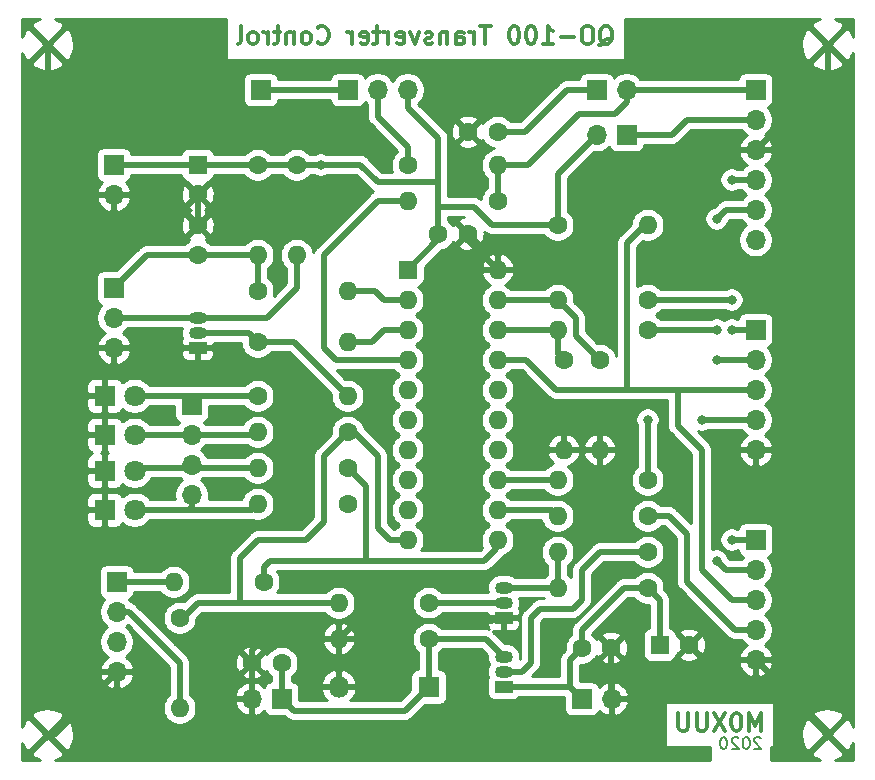
<source format=gbr>
%TF.GenerationSoftware,KiCad,Pcbnew,(5.1.6)-1*%
%TF.CreationDate,2020-07-01T11:52:29+01:00*%
%TF.ProjectId,QO100_Control_V2,514f3130-305f-4436-9f6e-74726f6c5f56,rev?*%
%TF.SameCoordinates,Original*%
%TF.FileFunction,Copper,L2,Bot*%
%TF.FilePolarity,Positive*%
%FSLAX46Y46*%
G04 Gerber Fmt 4.6, Leading zero omitted, Abs format (unit mm)*
G04 Created by KiCad (PCBNEW (5.1.6)-1) date 2020-07-01 11:52:29*
%MOMM*%
%LPD*%
G01*
G04 APERTURE LIST*
%TA.AperFunction,NonConductor*%
%ADD10C,0.150000*%
%TD*%
%TA.AperFunction,NonConductor*%
%ADD11C,0.300000*%
%TD*%
%TA.AperFunction,ComponentPad*%
%ADD12R,1.700000X1.700000*%
%TD*%
%TA.AperFunction,ComponentPad*%
%ADD13O,1.700000X1.700000*%
%TD*%
%TA.AperFunction,ComponentPad*%
%ADD14O,1.600000X1.600000*%
%TD*%
%TA.AperFunction,ComponentPad*%
%ADD15C,1.600000*%
%TD*%
%TA.AperFunction,ComponentPad*%
%ADD16R,1.600000X1.600000*%
%TD*%
%TA.AperFunction,ComponentPad*%
%ADD17R,1.800000X1.800000*%
%TD*%
%TA.AperFunction,ComponentPad*%
%ADD18C,1.800000*%
%TD*%
%TA.AperFunction,ComponentPad*%
%ADD19O,1.500000X1.050000*%
%TD*%
%TA.AperFunction,ComponentPad*%
%ADD20R,1.500000X1.050000*%
%TD*%
%TA.AperFunction,ComponentPad*%
%ADD21O,1.800000X1.800000*%
%TD*%
%TA.AperFunction,ViaPad*%
%ADD22C,0.800000*%
%TD*%
%TA.AperFunction,Conductor*%
%ADD23C,0.500000*%
%TD*%
%TA.AperFunction,Conductor*%
%ADD24C,0.250000*%
%TD*%
%TA.AperFunction,Conductor*%
%ADD25C,0.254000*%
%TD*%
G04 APERTURE END LIST*
D10*
X171132285Y-131627619D02*
X171084666Y-131580000D01*
X170989428Y-131532380D01*
X170751333Y-131532380D01*
X170656095Y-131580000D01*
X170608476Y-131627619D01*
X170560857Y-131722857D01*
X170560857Y-131818095D01*
X170608476Y-131960952D01*
X171179904Y-132532380D01*
X170560857Y-132532380D01*
X169941809Y-131532380D02*
X169846571Y-131532380D01*
X169751333Y-131580000D01*
X169703714Y-131627619D01*
X169656095Y-131722857D01*
X169608476Y-131913333D01*
X169608476Y-132151428D01*
X169656095Y-132341904D01*
X169703714Y-132437142D01*
X169751333Y-132484761D01*
X169846571Y-132532380D01*
X169941809Y-132532380D01*
X170037047Y-132484761D01*
X170084666Y-132437142D01*
X170132285Y-132341904D01*
X170179904Y-132151428D01*
X170179904Y-131913333D01*
X170132285Y-131722857D01*
X170084666Y-131627619D01*
X170037047Y-131580000D01*
X169941809Y-131532380D01*
X169227523Y-131627619D02*
X169179904Y-131580000D01*
X169084666Y-131532380D01*
X168846571Y-131532380D01*
X168751333Y-131580000D01*
X168703714Y-131627619D01*
X168656095Y-131722857D01*
X168656095Y-131818095D01*
X168703714Y-131960952D01*
X169275142Y-132532380D01*
X168656095Y-132532380D01*
X168037047Y-131532380D02*
X167941809Y-131532380D01*
X167846571Y-131580000D01*
X167798952Y-131627619D01*
X167751333Y-131722857D01*
X167703714Y-131913333D01*
X167703714Y-132151428D01*
X167751333Y-132341904D01*
X167798952Y-132437142D01*
X167846571Y-132484761D01*
X167941809Y-132532380D01*
X168037047Y-132532380D01*
X168132285Y-132484761D01*
X168179904Y-132437142D01*
X168227523Y-132341904D01*
X168275142Y-132151428D01*
X168275142Y-131913333D01*
X168227523Y-131722857D01*
X168179904Y-131627619D01*
X168132285Y-131580000D01*
X168037047Y-131532380D01*
D11*
X171140000Y-130980571D02*
X171140000Y-129480571D01*
X170640000Y-130552000D01*
X170140000Y-129480571D01*
X170140000Y-130980571D01*
X169140000Y-129480571D02*
X168997142Y-129480571D01*
X168854285Y-129552000D01*
X168782857Y-129623428D01*
X168711428Y-129766285D01*
X168640000Y-130052000D01*
X168640000Y-130409142D01*
X168711428Y-130694857D01*
X168782857Y-130837714D01*
X168854285Y-130909142D01*
X168997142Y-130980571D01*
X169140000Y-130980571D01*
X169282857Y-130909142D01*
X169354285Y-130837714D01*
X169425714Y-130694857D01*
X169497142Y-130409142D01*
X169497142Y-130052000D01*
X169425714Y-129766285D01*
X169354285Y-129623428D01*
X169282857Y-129552000D01*
X169140000Y-129480571D01*
X168140000Y-129480571D02*
X167140000Y-130980571D01*
X167140000Y-129480571D02*
X168140000Y-130980571D01*
X166568571Y-129480571D02*
X166568571Y-130694857D01*
X166497142Y-130837714D01*
X166425714Y-130909142D01*
X166282857Y-130980571D01*
X165997142Y-130980571D01*
X165854285Y-130909142D01*
X165782857Y-130837714D01*
X165711428Y-130694857D01*
X165711428Y-129480571D01*
X164997142Y-129480571D02*
X164997142Y-130694857D01*
X164925714Y-130837714D01*
X164854285Y-130909142D01*
X164711428Y-130980571D01*
X164425714Y-130980571D01*
X164282857Y-130909142D01*
X164211428Y-130837714D01*
X164140000Y-130694857D01*
X164140000Y-129480571D01*
X157462285Y-72957428D02*
X157605142Y-72886000D01*
X157748000Y-72743142D01*
X157962285Y-72528857D01*
X158105142Y-72457428D01*
X158248000Y-72457428D01*
X158176571Y-72814571D02*
X158319428Y-72743142D01*
X158462285Y-72600285D01*
X158533714Y-72314571D01*
X158533714Y-71814571D01*
X158462285Y-71528857D01*
X158319428Y-71386000D01*
X158176571Y-71314571D01*
X157890857Y-71314571D01*
X157748000Y-71386000D01*
X157605142Y-71528857D01*
X157533714Y-71814571D01*
X157533714Y-72314571D01*
X157605142Y-72600285D01*
X157748000Y-72743142D01*
X157890857Y-72814571D01*
X158176571Y-72814571D01*
X156605142Y-71314571D02*
X156319428Y-71314571D01*
X156176571Y-71386000D01*
X156033714Y-71528857D01*
X155962285Y-71814571D01*
X155962285Y-72314571D01*
X156033714Y-72600285D01*
X156176571Y-72743142D01*
X156319428Y-72814571D01*
X156605142Y-72814571D01*
X156748000Y-72743142D01*
X156890857Y-72600285D01*
X156962285Y-72314571D01*
X156962285Y-71814571D01*
X156890857Y-71528857D01*
X156748000Y-71386000D01*
X156605142Y-71314571D01*
X155319428Y-72243142D02*
X154176571Y-72243142D01*
X152676571Y-72814571D02*
X153533714Y-72814571D01*
X153105142Y-72814571D02*
X153105142Y-71314571D01*
X153248000Y-71528857D01*
X153390857Y-71671714D01*
X153533714Y-71743142D01*
X151748000Y-71314571D02*
X151605142Y-71314571D01*
X151462285Y-71386000D01*
X151390857Y-71457428D01*
X151319428Y-71600285D01*
X151248000Y-71886000D01*
X151248000Y-72243142D01*
X151319428Y-72528857D01*
X151390857Y-72671714D01*
X151462285Y-72743142D01*
X151605142Y-72814571D01*
X151748000Y-72814571D01*
X151890857Y-72743142D01*
X151962285Y-72671714D01*
X152033714Y-72528857D01*
X152105142Y-72243142D01*
X152105142Y-71886000D01*
X152033714Y-71600285D01*
X151962285Y-71457428D01*
X151890857Y-71386000D01*
X151748000Y-71314571D01*
X150319428Y-71314571D02*
X150176571Y-71314571D01*
X150033714Y-71386000D01*
X149962285Y-71457428D01*
X149890857Y-71600285D01*
X149819428Y-71886000D01*
X149819428Y-72243142D01*
X149890857Y-72528857D01*
X149962285Y-72671714D01*
X150033714Y-72743142D01*
X150176571Y-72814571D01*
X150319428Y-72814571D01*
X150462285Y-72743142D01*
X150533714Y-72671714D01*
X150605142Y-72528857D01*
X150676571Y-72243142D01*
X150676571Y-71886000D01*
X150605142Y-71600285D01*
X150533714Y-71457428D01*
X150462285Y-71386000D01*
X150319428Y-71314571D01*
X148248000Y-71314571D02*
X147390857Y-71314571D01*
X147819428Y-72814571D02*
X147819428Y-71314571D01*
X146890857Y-72814571D02*
X146890857Y-71814571D01*
X146890857Y-72100285D02*
X146819428Y-71957428D01*
X146748000Y-71886000D01*
X146605142Y-71814571D01*
X146462285Y-71814571D01*
X145319428Y-72814571D02*
X145319428Y-72028857D01*
X145390857Y-71886000D01*
X145533714Y-71814571D01*
X145819428Y-71814571D01*
X145962285Y-71886000D01*
X145319428Y-72743142D02*
X145462285Y-72814571D01*
X145819428Y-72814571D01*
X145962285Y-72743142D01*
X146033714Y-72600285D01*
X146033714Y-72457428D01*
X145962285Y-72314571D01*
X145819428Y-72243142D01*
X145462285Y-72243142D01*
X145319428Y-72171714D01*
X144605142Y-71814571D02*
X144605142Y-72814571D01*
X144605142Y-71957428D02*
X144533714Y-71886000D01*
X144390857Y-71814571D01*
X144176571Y-71814571D01*
X144033714Y-71886000D01*
X143962285Y-72028857D01*
X143962285Y-72814571D01*
X143319428Y-72743142D02*
X143176571Y-72814571D01*
X142890857Y-72814571D01*
X142748000Y-72743142D01*
X142676571Y-72600285D01*
X142676571Y-72528857D01*
X142748000Y-72386000D01*
X142890857Y-72314571D01*
X143105142Y-72314571D01*
X143248000Y-72243142D01*
X143319428Y-72100285D01*
X143319428Y-72028857D01*
X143248000Y-71886000D01*
X143105142Y-71814571D01*
X142890857Y-71814571D01*
X142748000Y-71886000D01*
X142176571Y-71814571D02*
X141819428Y-72814571D01*
X141462285Y-71814571D01*
X140319428Y-72743142D02*
X140462285Y-72814571D01*
X140748000Y-72814571D01*
X140890857Y-72743142D01*
X140962285Y-72600285D01*
X140962285Y-72028857D01*
X140890857Y-71886000D01*
X140748000Y-71814571D01*
X140462285Y-71814571D01*
X140319428Y-71886000D01*
X140248000Y-72028857D01*
X140248000Y-72171714D01*
X140962285Y-72314571D01*
X139605142Y-72814571D02*
X139605142Y-71814571D01*
X139605142Y-72100285D02*
X139533714Y-71957428D01*
X139462285Y-71886000D01*
X139319428Y-71814571D01*
X139176571Y-71814571D01*
X138890857Y-71814571D02*
X138319428Y-71814571D01*
X138676571Y-71314571D02*
X138676571Y-72600285D01*
X138605142Y-72743142D01*
X138462285Y-72814571D01*
X138319428Y-72814571D01*
X137248000Y-72743142D02*
X137390857Y-72814571D01*
X137676571Y-72814571D01*
X137819428Y-72743142D01*
X137890857Y-72600285D01*
X137890857Y-72028857D01*
X137819428Y-71886000D01*
X137676571Y-71814571D01*
X137390857Y-71814571D01*
X137248000Y-71886000D01*
X137176571Y-72028857D01*
X137176571Y-72171714D01*
X137890857Y-72314571D01*
X136533714Y-72814571D02*
X136533714Y-71814571D01*
X136533714Y-72100285D02*
X136462285Y-71957428D01*
X136390857Y-71886000D01*
X136248000Y-71814571D01*
X136105142Y-71814571D01*
X133605142Y-72671714D02*
X133676571Y-72743142D01*
X133890857Y-72814571D01*
X134033714Y-72814571D01*
X134248000Y-72743142D01*
X134390857Y-72600285D01*
X134462285Y-72457428D01*
X134533714Y-72171714D01*
X134533714Y-71957428D01*
X134462285Y-71671714D01*
X134390857Y-71528857D01*
X134248000Y-71386000D01*
X134033714Y-71314571D01*
X133890857Y-71314571D01*
X133676571Y-71386000D01*
X133605142Y-71457428D01*
X132748000Y-72814571D02*
X132890857Y-72743142D01*
X132962285Y-72671714D01*
X133033714Y-72528857D01*
X133033714Y-72100285D01*
X132962285Y-71957428D01*
X132890857Y-71886000D01*
X132748000Y-71814571D01*
X132533714Y-71814571D01*
X132390857Y-71886000D01*
X132319428Y-71957428D01*
X132248000Y-72100285D01*
X132248000Y-72528857D01*
X132319428Y-72671714D01*
X132390857Y-72743142D01*
X132533714Y-72814571D01*
X132748000Y-72814571D01*
X131605142Y-71814571D02*
X131605142Y-72814571D01*
X131605142Y-71957428D02*
X131533714Y-71886000D01*
X131390857Y-71814571D01*
X131176571Y-71814571D01*
X131033714Y-71886000D01*
X130962285Y-72028857D01*
X130962285Y-72814571D01*
X130462285Y-71814571D02*
X129890857Y-71814571D01*
X130248000Y-71314571D02*
X130248000Y-72600285D01*
X130176571Y-72743142D01*
X130033714Y-72814571D01*
X129890857Y-72814571D01*
X129390857Y-72814571D02*
X129390857Y-71814571D01*
X129390857Y-72100285D02*
X129319428Y-71957428D01*
X129248000Y-71886000D01*
X129105142Y-71814571D01*
X128962285Y-71814571D01*
X128248000Y-72814571D02*
X128390857Y-72743142D01*
X128462285Y-72671714D01*
X128533714Y-72528857D01*
X128533714Y-72100285D01*
X128462285Y-71957428D01*
X128390857Y-71886000D01*
X128248000Y-71814571D01*
X128033714Y-71814571D01*
X127890857Y-71886000D01*
X127819428Y-71957428D01*
X127748000Y-72100285D01*
X127748000Y-72528857D01*
X127819428Y-72671714D01*
X127890857Y-72743142D01*
X128033714Y-72814571D01*
X128248000Y-72814571D01*
X126890857Y-72814571D02*
X127033714Y-72743142D01*
X127105142Y-72600285D01*
X127105142Y-71314571D01*
D12*
%TO.P,JP1,1*%
%TO.N,Net-(J3-Pad2)*%
X159766000Y-80518000D03*
D13*
%TO.P,JP1,2*%
%TO.N,+3V3*%
X157226000Y-80518000D03*
%TD*%
D14*
%TO.P,R11,2*%
%TO.N,Net-(R11-Pad2)*%
X153924000Y-112776000D03*
D15*
%TO.P,R11,1*%
%TO.N,Net-(J5-Pad4)*%
X161544000Y-112776000D03*
%TD*%
%TO.P,C1,1*%
%TO.N,Net-(C1-Pad1)*%
X123444000Y-90678000D03*
%TO.P,C1,2*%
%TO.N,GND*%
X123444000Y-88178000D03*
%TD*%
%TO.P,C2,1*%
%TO.N,Net-(C2-Pad1)*%
X148844000Y-80264000D03*
%TO.P,C2,2*%
%TO.N,GND*%
X146344000Y-80264000D03*
%TD*%
D16*
%TO.P,C3,1*%
%TO.N,+3V3*%
X123444000Y-83058000D03*
D15*
%TO.P,C3,2*%
%TO.N,GND*%
X123444000Y-85558000D03*
%TD*%
%TO.P,C4,2*%
%TO.N,GND*%
X146304000Y-88900000D03*
%TO.P,C4,1*%
%TO.N,+3V3*%
X143804000Y-88900000D03*
%TD*%
%TO.P,C5,2*%
%TO.N,GND*%
X128056000Y-125222000D03*
%TO.P,C5,1*%
%TO.N,Net-(C5-Pad1)*%
X130556000Y-125222000D03*
%TD*%
%TO.P,C6,1*%
%TO.N,+12V*%
X155956000Y-123952000D03*
%TO.P,C6,2*%
%TO.N,GND*%
X158456000Y-123952000D03*
%TD*%
%TO.P,C7,2*%
%TO.N,GND*%
X165060000Y-123698000D03*
D16*
%TO.P,C7,1*%
%TO.N,+12V*%
X162560000Y-123698000D03*
%TD*%
D17*
%TO.P,D1,1*%
%TO.N,GND*%
X115570000Y-102616000D03*
D18*
%TO.P,D1,2*%
%TO.N,Net-(D1-Pad2)*%
X118110000Y-102616000D03*
%TD*%
D17*
%TO.P,D2,1*%
%TO.N,GND*%
X115570000Y-105918000D03*
D18*
%TO.P,D2,2*%
%TO.N,Net-(D2-Pad2)*%
X118110000Y-105918000D03*
%TD*%
%TO.P,D3,2*%
%TO.N,Net-(D3-Pad2)*%
X118110000Y-108966000D03*
D17*
%TO.P,D3,1*%
%TO.N,GND*%
X115570000Y-108966000D03*
%TD*%
D12*
%TO.P,J1,1*%
%TO.N,Net-(J1-Pad1)*%
X128778000Y-76708000D03*
%TD*%
D13*
%TO.P,J2,2*%
%TO.N,GND*%
X116332000Y-85598000D03*
D12*
%TO.P,J2,1*%
%TO.N,+3V3*%
X116332000Y-83058000D03*
%TD*%
%TO.P,J3,1*%
%TO.N,Net-(J3-Pad1)*%
X170688000Y-76708000D03*
D13*
%TO.P,J3,2*%
%TO.N,Net-(J3-Pad2)*%
X170688000Y-79248000D03*
%TO.P,J3,3*%
%TO.N,GND*%
X170688000Y-81788000D03*
%TO.P,J3,4*%
%TO.N,Net-(J3-Pad4)*%
X170688000Y-84328000D03*
%TO.P,J3,5*%
%TO.N,Net-(J3-Pad5)*%
X170688000Y-86868000D03*
%TO.P,J3,6*%
%TO.N,Net-(J3-Pad6)*%
X170688000Y-89408000D03*
%TD*%
D12*
%TO.P,J6,1*%
%TO.N,Net-(C1-Pad1)*%
X116332000Y-93472000D03*
D13*
%TO.P,J6,2*%
%TO.N,Net-(J6-Pad2)*%
X116332000Y-96012000D03*
%TO.P,J6,3*%
%TO.N,GND*%
X116332000Y-98552000D03*
%TD*%
%TO.P,J7,2*%
%TO.N,GND*%
X128016000Y-128270000D03*
D12*
%TO.P,J7,1*%
%TO.N,Net-(C5-Pad1)*%
X130556000Y-128270000D03*
%TD*%
%TO.P,J8,1*%
%TO.N,+12V*%
X155956000Y-128270000D03*
D13*
%TO.P,J8,2*%
%TO.N,GND*%
X158496000Y-128270000D03*
%TD*%
%TO.P,JP2,3*%
%TO.N,+3V3*%
X141224000Y-76708000D03*
%TO.P,JP2,2*%
%TO.N,Net-(JP2-Pad2)*%
X138684000Y-76708000D03*
D12*
%TO.P,JP2,1*%
%TO.N,Net-(J1-Pad1)*%
X136144000Y-76708000D03*
%TD*%
%TO.P,JP3,1*%
%TO.N,Net-(C2-Pad1)*%
X157226000Y-76708000D03*
D13*
%TO.P,JP3,2*%
%TO.N,Net-(J3-Pad1)*%
X159766000Y-76708000D03*
%TD*%
D19*
%TO.P,Q1,2*%
%TO.N,Net-(Q1-Pad2)*%
X123444000Y-97282000D03*
%TO.P,Q1,3*%
%TO.N,Net-(J6-Pad2)*%
X123444000Y-96012000D03*
D20*
%TO.P,Q1,1*%
%TO.N,GND*%
X123444000Y-98552000D03*
%TD*%
%TO.P,Q2,1*%
%TO.N,GND*%
X149352000Y-121412000D03*
D19*
%TO.P,Q2,3*%
%TO.N,Net-(Q2-Pad3)*%
X149352000Y-118872000D03*
%TO.P,Q2,2*%
%TO.N,Net-(Q2-Pad2)*%
X149352000Y-120142000D03*
%TD*%
%TO.P,Q3,2*%
%TO.N,Net-(Q3-Pad2)*%
X149352000Y-125984000D03*
%TO.P,Q3,3*%
%TO.N,Net-(C5-Pad1)*%
X149352000Y-124714000D03*
D20*
%TO.P,Q3,1*%
%TO.N,+12V*%
X149352000Y-127254000D03*
%TD*%
D16*
%TO.P,U1,1*%
%TO.N,+3V3*%
X141224000Y-91948000D03*
D14*
%TO.P,U1,11*%
%TO.N,Net-(R16-Pad1)*%
X148844000Y-114808000D03*
%TO.P,U1,2*%
%TO.N,Net-(R9-Pad2)*%
X141224000Y-94488000D03*
%TO.P,U1,12*%
%TO.N,Net-(R11-Pad2)*%
X148844000Y-112268000D03*
%TO.P,U1,3*%
%TO.N,Net-(R8-Pad2)*%
X141224000Y-97028000D03*
%TO.P,U1,13*%
%TO.N,Net-(R10-Pad2)*%
X148844000Y-109728000D03*
%TO.P,U1,4*%
%TO.N,Net-(R7-Pad2)*%
X141224000Y-99568000D03*
%TO.P,U1,14*%
%TO.N,Net-(U1-Pad14)*%
X148844000Y-107188000D03*
%TO.P,U1,5*%
%TO.N,Net-(U1-Pad5)*%
X141224000Y-102108000D03*
%TO.P,U1,15*%
%TO.N,Net-(U1-Pad15)*%
X148844000Y-104648000D03*
%TO.P,U1,6*%
%TO.N,Net-(U1-Pad6)*%
X141224000Y-104648000D03*
%TO.P,U1,16*%
%TO.N,Net-(U1-Pad16)*%
X148844000Y-102108000D03*
%TO.P,U1,7*%
%TO.N,Net-(U1-Pad7)*%
X141224000Y-107188000D03*
%TO.P,U1,17*%
%TO.N,Net-(J4-Pad3)*%
X148844000Y-99568000D03*
%TO.P,U1,8*%
%TO.N,Net-(U1-Pad8)*%
X141224000Y-109728000D03*
%TO.P,U1,18*%
%TO.N,Net-(R13-Pad1)*%
X148844000Y-97028000D03*
%TO.P,U1,9*%
%TO.N,Net-(U1-Pad9)*%
X141224000Y-112268000D03*
%TO.P,U1,19*%
%TO.N,Net-(R12-Pad1)*%
X148844000Y-94488000D03*
%TO.P,U1,10*%
%TO.N,Net-(R15-Pad1)*%
X141224000Y-114808000D03*
%TO.P,U1,20*%
%TO.N,GND*%
X148844000Y-91948000D03*
%TD*%
D15*
%TO.P,R1,1*%
%TO.N,+3V3*%
X128524000Y-83058000D03*
D14*
%TO.P,R1,2*%
%TO.N,Net-(C1-Pad1)*%
X128524000Y-90678000D03*
%TD*%
%TO.P,R2,2*%
%TO.N,Net-(J6-Pad2)*%
X131826000Y-90678000D03*
D15*
%TO.P,R2,1*%
%TO.N,+3V3*%
X131826000Y-83058000D03*
%TD*%
D14*
%TO.P,R3,2*%
%TO.N,Net-(J3-Pad1)*%
X148844000Y-83058000D03*
D15*
%TO.P,R3,1*%
%TO.N,Net-(JP2-Pad2)*%
X141224000Y-83058000D03*
%TD*%
%TO.P,R4,1*%
%TO.N,Net-(D1-Pad2)*%
X128524000Y-102616000D03*
D14*
%TO.P,R4,2*%
%TO.N,Net-(Q1-Pad2)*%
X136144000Y-102616000D03*
%TD*%
%TO.P,R5,2*%
%TO.N,Net-(R12-Pad1)*%
X153924000Y-94488000D03*
D15*
%TO.P,R5,1*%
%TO.N,Net-(J3-Pad4)*%
X161544000Y-94488000D03*
%TD*%
%TO.P,R6,1*%
%TO.N,Net-(J3-Pad5)*%
X161544000Y-97028000D03*
D14*
%TO.P,R6,2*%
%TO.N,Net-(R13-Pad1)*%
X153924000Y-97028000D03*
%TD*%
%TO.P,R7,2*%
%TO.N,Net-(R7-Pad2)*%
X141224000Y-86106000D03*
D15*
%TO.P,R7,1*%
%TO.N,Net-(J3-Pad1)*%
X148844000Y-86106000D03*
%TD*%
%TO.P,R8,1*%
%TO.N,Net-(Q1-Pad2)*%
X128524000Y-98044000D03*
D14*
%TO.P,R8,2*%
%TO.N,Net-(R8-Pad2)*%
X136144000Y-98044000D03*
%TD*%
%TO.P,R9,2*%
%TO.N,Net-(R9-Pad2)*%
X136144000Y-93726000D03*
D15*
%TO.P,R9,1*%
%TO.N,Net-(C1-Pad1)*%
X128524000Y-93726000D03*
%TD*%
%TO.P,R10,1*%
%TO.N,Net-(J4-Pad4)*%
X161544000Y-109728000D03*
D14*
%TO.P,R10,2*%
%TO.N,Net-(R10-Pad2)*%
X153924000Y-109728000D03*
%TD*%
D15*
%TO.P,R12,1*%
%TO.N,Net-(R12-Pad1)*%
X157480000Y-99568000D03*
D14*
%TO.P,R12,2*%
%TO.N,GND*%
X157480000Y-107188000D03*
%TD*%
D15*
%TO.P,R13,1*%
%TO.N,Net-(R13-Pad1)*%
X154432000Y-99568000D03*
D14*
%TO.P,R13,2*%
%TO.N,GND*%
X154432000Y-107188000D03*
%TD*%
D15*
%TO.P,R14,1*%
%TO.N,+3V3*%
X153924000Y-88138000D03*
D14*
%TO.P,R14,2*%
%TO.N,Net-(J4-Pad3)*%
X161544000Y-88138000D03*
%TD*%
D15*
%TO.P,R15,1*%
%TO.N,Net-(R15-Pad1)*%
X136144000Y-105664000D03*
D14*
%TO.P,R15,2*%
%TO.N,Net-(D2-Pad2)*%
X128524000Y-105664000D03*
%TD*%
%TO.P,R16,2*%
%TO.N,Net-(D3-Pad2)*%
X128524000Y-108712000D03*
D15*
%TO.P,R16,1*%
%TO.N,Net-(R16-Pad1)*%
X136144000Y-108712000D03*
%TD*%
D14*
%TO.P,R17,2*%
%TO.N,Net-(R15-Pad1)*%
X135382000Y-120142000D03*
D15*
%TO.P,R17,1*%
%TO.N,Net-(Q2-Pad2)*%
X143002000Y-120142000D03*
%TD*%
%TO.P,R18,1*%
%TO.N,+12V*%
X161544000Y-118872000D03*
D14*
%TO.P,R18,2*%
%TO.N,Net-(Q2-Pad3)*%
X153924000Y-118872000D03*
%TD*%
%TO.P,R19,2*%
%TO.N,Net-(Q2-Pad3)*%
X153924000Y-115824000D03*
D15*
%TO.P,R19,1*%
%TO.N,Net-(Q3-Pad2)*%
X161544000Y-115824000D03*
%TD*%
D14*
%TO.P,R20,2*%
%TO.N,Net-(J9-Pad1)*%
X121412000Y-118364000D03*
D15*
%TO.P,R20,1*%
%TO.N,Net-(R16-Pad1)*%
X129032000Y-118364000D03*
%TD*%
%TO.P,R21,1*%
%TO.N,Net-(R15-Pad1)*%
X121920000Y-121412000D03*
D14*
%TO.P,R21,2*%
%TO.N,Net-(J9-Pad2)*%
X121920000Y-129032000D03*
%TD*%
%TO.P,R22,2*%
%TO.N,GND*%
X135382000Y-123190000D03*
D15*
%TO.P,R22,1*%
%TO.N,Net-(C5-Pad1)*%
X143002000Y-123190000D03*
%TD*%
D17*
%TO.P,D4,1*%
%TO.N,Net-(C5-Pad1)*%
X143002000Y-127254000D03*
D21*
%TO.P,D4,2*%
%TO.N,GND*%
X135382000Y-127254000D03*
%TD*%
D17*
%TO.P,D5,1*%
%TO.N,GND*%
X115570000Y-112268000D03*
D18*
%TO.P,D5,2*%
%TO.N,Net-(D5-Pad2)*%
X118110000Y-112268000D03*
%TD*%
D13*
%TO.P,J4,5*%
%TO.N,GND*%
X170688000Y-107188000D03*
%TO.P,J4,4*%
%TO.N,Net-(J4-Pad4)*%
X170688000Y-104648000D03*
%TO.P,J4,3*%
%TO.N,Net-(J4-Pad3)*%
X170688000Y-102108000D03*
%TO.P,J4,2*%
%TO.N,Net-(J3-Pad5)*%
X170688000Y-99568000D03*
D12*
%TO.P,J4,1*%
%TO.N,Net-(J3-Pad4)*%
X170688000Y-97028000D03*
%TD*%
%TO.P,J5,1*%
%TO.N,Net-(J3-Pad4)*%
X170688000Y-114808000D03*
D13*
%TO.P,J5,2*%
%TO.N,Net-(J3-Pad5)*%
X170688000Y-117348000D03*
%TO.P,J5,3*%
%TO.N,Net-(J4-Pad3)*%
X170688000Y-119888000D03*
%TO.P,J5,4*%
%TO.N,Net-(J5-Pad4)*%
X170688000Y-122428000D03*
%TO.P,J5,5*%
%TO.N,GND*%
X170688000Y-124968000D03*
%TD*%
%TO.P,J9,4*%
%TO.N,GND*%
X116586000Y-125984000D03*
%TO.P,J9,3*%
%TO.N,+3V3*%
X116586000Y-123444000D03*
%TO.P,J9,2*%
%TO.N,Net-(J9-Pad2)*%
X116586000Y-120904000D03*
D12*
%TO.P,J9,1*%
%TO.N,Net-(J9-Pad1)*%
X116586000Y-118364000D03*
%TD*%
%TO.P,J10,1*%
%TO.N,Net-(D1-Pad2)*%
X122936000Y-103378000D03*
D13*
%TO.P,J10,2*%
%TO.N,Net-(D2-Pad2)*%
X122936000Y-105918000D03*
%TO.P,J10,3*%
%TO.N,Net-(D3-Pad2)*%
X122936000Y-108458000D03*
%TO.P,J10,4*%
%TO.N,Net-(D5-Pad2)*%
X122936000Y-110998000D03*
%TD*%
D15*
%TO.P,R23,1*%
%TO.N,+3V3*%
X136144000Y-111760000D03*
D14*
%TO.P,R23,2*%
%TO.N,Net-(D5-Pad2)*%
X128524000Y-111760000D03*
%TD*%
D22*
%TO.N,+3V3*%
X133858000Y-83058000D03*
%TO.N,Net-(J3-Pad4)*%
X168656000Y-94488000D03*
X168656000Y-97028000D03*
X168656000Y-114808000D03*
X168656000Y-84328000D03*
%TO.N,Net-(J3-Pad5)*%
X167386000Y-97028000D03*
X167386000Y-87630000D03*
X167386000Y-116586000D03*
X167386000Y-99568000D03*
%TO.N,Net-(J4-Pad4)*%
X166116000Y-104648000D03*
X161544000Y-104648000D03*
%TD*%
D23*
%TO.N,Net-(C1-Pad1)*%
X128524000Y-93726000D02*
X128524000Y-90678000D01*
X128524000Y-90678000D02*
X123444000Y-90678000D01*
X119126000Y-90678000D02*
X116332000Y-93472000D01*
X123444000Y-90678000D02*
X119126000Y-90678000D01*
%TO.N,GND*%
X123444000Y-98552000D02*
X116332000Y-98552000D01*
X123404000Y-85598000D02*
X123444000Y-85558000D01*
X123444000Y-88178000D02*
X123444000Y-85558000D01*
X166370000Y-81788000D02*
X170434000Y-81788000D01*
X156210000Y-91948000D02*
X157734000Y-90424000D01*
X148844000Y-91948000D02*
X156210000Y-91948000D01*
X157734000Y-90424000D02*
X157734000Y-85598000D01*
X157734000Y-85598000D02*
X160020000Y-83312000D01*
X164846000Y-83312000D02*
X166370000Y-81788000D01*
X160020000Y-83312000D02*
X164846000Y-83312000D01*
X135382000Y-123190000D02*
X135382000Y-127254000D01*
X136906000Y-121666000D02*
X135382000Y-123190000D01*
X148336000Y-121666000D02*
X136906000Y-121666000D01*
X149352000Y-121412000D02*
X148590000Y-121412000D01*
X148590000Y-121412000D02*
X148336000Y-121666000D01*
X128016000Y-125262000D02*
X128056000Y-125222000D01*
X128016000Y-128270000D02*
X128016000Y-125262000D01*
X158456000Y-128230000D02*
X158496000Y-128270000D01*
X158456000Y-123952000D02*
X158456000Y-128230000D01*
X146304000Y-89408000D02*
X148844000Y-91948000D01*
X146304000Y-88900000D02*
X146304000Y-89408000D01*
X166330000Y-124968000D02*
X170688000Y-124968000D01*
X165060000Y-123698000D02*
X166330000Y-124968000D01*
X135382000Y-123190000D02*
X129032000Y-123190000D01*
X128056000Y-124166000D02*
X128056000Y-125222000D01*
X129032000Y-123190000D02*
X128056000Y-124166000D01*
X115570000Y-102616000D02*
X115570000Y-105918000D01*
X115570000Y-105918000D02*
X115570000Y-108966000D01*
X115570000Y-108966000D02*
X115570000Y-112268000D01*
X176784000Y-75692000D02*
X176784000Y-72898000D01*
X170688000Y-81788000D02*
X176784000Y-75692000D01*
X176784000Y-131064000D02*
X176784000Y-131318000D01*
X170688000Y-124968000D02*
X176784000Y-131064000D01*
X111252000Y-131318000D02*
X110744000Y-131318000D01*
X116586000Y-125984000D02*
X111252000Y-131318000D01*
X110744000Y-73406000D02*
X110744000Y-72898000D01*
X116586000Y-79248000D02*
X111252000Y-79248000D01*
X110744000Y-78740000D02*
X110744000Y-72898000D01*
X111252000Y-79248000D02*
X110744000Y-78740000D01*
%TO.N,Net-(C2-Pad1)*%
X154686000Y-76708000D02*
X157226000Y-76708000D01*
X148844000Y-80264000D02*
X151130000Y-80264000D01*
X151130000Y-80264000D02*
X154686000Y-76708000D01*
%TO.N,+3V3*%
X141224000Y-91948000D02*
X141224000Y-91480000D01*
X123444000Y-83058000D02*
X128524000Y-83058000D01*
X128524000Y-83058000D02*
X131826000Y-83058000D01*
X143804000Y-84542000D02*
X138724000Y-84542000D01*
X143804000Y-88900000D02*
X143804000Y-84542000D01*
X137240000Y-83058000D02*
X134112000Y-83058000D01*
X138724000Y-84542000D02*
X137240000Y-83058000D01*
X141224000Y-78232000D02*
X143804000Y-80812000D01*
X143804000Y-84542000D02*
X143804000Y-81828000D01*
X143804000Y-80812000D02*
X143804000Y-81828000D01*
X143804000Y-80812000D02*
X143510000Y-80518000D01*
X143804000Y-86614000D02*
X143804000Y-84542000D01*
X146812000Y-86614000D02*
X143804000Y-86614000D01*
X153924000Y-88138000D02*
X148336000Y-88138000D01*
X148336000Y-88138000D02*
X146812000Y-86614000D01*
X153924000Y-88138000D02*
X153924000Y-83820000D01*
X153924000Y-83820000D02*
X157226000Y-80518000D01*
X143804000Y-89368000D02*
X141224000Y-91948000D01*
X143804000Y-88900000D02*
X143804000Y-89368000D01*
X134112000Y-83058000D02*
X134112000Y-83058000D01*
X134112000Y-83058000D02*
X133858000Y-83058000D01*
X133858000Y-83058000D02*
X131826000Y-83058000D01*
X141224000Y-78232000D02*
X141224000Y-76708000D01*
X116332000Y-83058000D02*
X123444000Y-83058000D01*
%TO.N,Net-(C5-Pad1)*%
X147828000Y-123190000D02*
X149352000Y-124714000D01*
X143002000Y-123190000D02*
X147828000Y-123190000D01*
X143002000Y-123190000D02*
X143002000Y-127254000D01*
X130556000Y-125222000D02*
X130556000Y-128270000D01*
X130556000Y-128270000D02*
X131064000Y-128270000D01*
X140970000Y-129286000D02*
X143002000Y-127254000D01*
X130556000Y-128270000D02*
X131572000Y-129286000D01*
X131572000Y-129286000D02*
X140970000Y-129286000D01*
%TO.N,+12V*%
X154940000Y-127254000D02*
X155956000Y-128270000D01*
X149352000Y-127254000D02*
X154940000Y-127254000D01*
X154940000Y-124968000D02*
X155956000Y-123952000D01*
X154940000Y-127254000D02*
X154940000Y-124968000D01*
X155956000Y-123952000D02*
X155956000Y-122428000D01*
X159512000Y-118872000D02*
X161544000Y-118872000D01*
X155956000Y-122428000D02*
X159512000Y-118872000D01*
X161544000Y-118872000D02*
X162560000Y-119888000D01*
X162560000Y-119888000D02*
X162560000Y-123698000D01*
%TO.N,Net-(D1-Pad2)*%
X128524000Y-102616000D02*
X123190000Y-102616000D01*
X122936000Y-103378000D02*
X122936000Y-102870000D01*
X123190000Y-102616000D02*
X122682000Y-102616000D01*
X122936000Y-102870000D02*
X122682000Y-102616000D01*
X122682000Y-102616000D02*
X118110000Y-102616000D01*
%TO.N,Net-(D2-Pad2)*%
X118364000Y-105664000D02*
X118110000Y-105918000D01*
D24*
X118110000Y-105410000D02*
X118110000Y-105918000D01*
D23*
X128270000Y-105918000D02*
X128524000Y-105664000D01*
X118110000Y-105918000D02*
X124206000Y-105918000D01*
X124206000Y-105918000D02*
X128270000Y-105918000D01*
X122936000Y-105918000D02*
X124206000Y-105918000D01*
D24*
%TO.N,Net-(D3-Pad2)*%
X118110000Y-108458000D02*
X118110000Y-108966000D01*
D23*
X118364000Y-108712000D02*
X118110000Y-108966000D01*
X128524000Y-108712000D02*
X123444000Y-108712000D01*
X122936000Y-108458000D02*
X123190000Y-108712000D01*
X123444000Y-108712000D02*
X123190000Y-108712000D01*
X123190000Y-108712000D02*
X118364000Y-108712000D01*
%TO.N,Net-(J1-Pad1)*%
X128778000Y-76708000D02*
X136144000Y-76708000D01*
%TO.N,Net-(J3-Pad1)*%
X148844000Y-86106000D02*
X148844000Y-83058000D01*
X159766000Y-77724000D02*
X159766000Y-76708000D01*
X158750000Y-78740000D02*
X159766000Y-77724000D01*
X155702000Y-78740000D02*
X158750000Y-78740000D01*
X148844000Y-83058000D02*
X151384000Y-83058000D01*
X151384000Y-83058000D02*
X155702000Y-78740000D01*
X159766000Y-76708000D02*
X170434000Y-76708000D01*
%TO.N,Net-(J3-Pad2)*%
X159766000Y-80518000D02*
X163576000Y-80518000D01*
X164846000Y-79248000D02*
X170434000Y-79248000D01*
X163576000Y-80518000D02*
X164846000Y-79248000D01*
%TO.N,Net-(J3-Pad4)*%
X168148000Y-94488000D02*
X168148000Y-94488000D01*
X170434000Y-84328000D02*
X168656000Y-84328000D01*
X161544000Y-94488000D02*
X168656000Y-94488000D01*
X170688000Y-114808000D02*
X168656000Y-114808000D01*
X168656000Y-97028000D02*
X170434000Y-97028000D01*
%TO.N,Net-(J3-Pad5)*%
X166370000Y-97028000D02*
X166370000Y-97028000D01*
X161544000Y-97028000D02*
X167386000Y-97028000D01*
X168148000Y-86868000D02*
X167386000Y-87630000D01*
X170434000Y-86868000D02*
X168148000Y-86868000D01*
X168148000Y-117348000D02*
X167386000Y-116586000D01*
X170688000Y-117348000D02*
X168148000Y-117348000D01*
X170434000Y-99568000D02*
X167386000Y-99568000D01*
%TO.N,Net-(J4-Pad4)*%
X161544000Y-109728000D02*
X161544000Y-104648000D01*
X161544000Y-104648000D02*
X161544000Y-104648000D01*
X170688000Y-104648000D02*
X166116000Y-104648000D01*
%TO.N,Net-(J6-Pad2)*%
X116332000Y-96012000D02*
X123444000Y-96012000D01*
X123444000Y-96012000D02*
X129286000Y-96012000D01*
X131826000Y-93472000D02*
X131826000Y-90678000D01*
X129286000Y-96012000D02*
X131826000Y-93472000D01*
%TO.N,Net-(J9-Pad1)*%
X121412000Y-118364000D02*
X116586000Y-118364000D01*
%TO.N,Net-(J9-Pad2)*%
X116586000Y-120904000D02*
X117602000Y-120904000D01*
X117602000Y-120904000D02*
X120777000Y-124079000D01*
X120142000Y-123444000D02*
X120777000Y-124079000D01*
X121920000Y-125222000D02*
X121920000Y-129032000D01*
X120777000Y-124079000D02*
X121920000Y-125222000D01*
%TO.N,Net-(JP2-Pad2)*%
X141224000Y-83058000D02*
X141224000Y-81534000D01*
X138684000Y-78994000D02*
X138684000Y-78232000D01*
X141224000Y-81534000D02*
X138684000Y-78994000D01*
X138684000Y-78232000D02*
X138684000Y-76708000D01*
%TO.N,Net-(Q1-Pad2)*%
X127762000Y-97282000D02*
X123444000Y-97282000D01*
X128524000Y-98044000D02*
X127762000Y-97282000D01*
X131572000Y-98044000D02*
X128524000Y-98044000D01*
X136144000Y-102616000D02*
X131572000Y-98044000D01*
%TO.N,Net-(Q2-Pad3)*%
X149352000Y-118872000D02*
X153924000Y-118872000D01*
X153924000Y-115824000D02*
X153924000Y-118872000D01*
%TO.N,Net-(Q2-Pad2)*%
X145288000Y-120142000D02*
X149352000Y-120142000D01*
X143002000Y-120142000D02*
X145288000Y-120142000D01*
%TO.N,Net-(Q3-Pad2)*%
X149352000Y-125984000D02*
X150876000Y-125984000D01*
X150876000Y-125984000D02*
X151638000Y-125222000D01*
X151638000Y-125222000D02*
X151638000Y-121412000D01*
X151638000Y-121412000D02*
X152400000Y-120650000D01*
X152400000Y-120650000D02*
X155194000Y-120650000D01*
X155194000Y-120650000D02*
X155956000Y-119888000D01*
X155956000Y-119888000D02*
X155956000Y-117348000D01*
X157480000Y-115824000D02*
X161544000Y-115824000D01*
X155956000Y-117348000D02*
X157480000Y-115824000D01*
%TO.N,Net-(R12-Pad1)*%
X148844000Y-94488000D02*
X153924000Y-94488000D01*
X153924000Y-94488000D02*
X155448000Y-96012000D01*
X155448000Y-97536000D02*
X157480000Y-99568000D01*
X155448000Y-96012000D02*
X155448000Y-97536000D01*
%TO.N,Net-(R13-Pad1)*%
X148844000Y-97028000D02*
X153924000Y-97028000D01*
X153924000Y-99060000D02*
X154432000Y-99568000D01*
X153924000Y-97028000D02*
X153924000Y-99060000D01*
%TO.N,Net-(R7-Pad2)*%
X141224000Y-86106000D02*
X138684000Y-86106000D01*
X138684000Y-86106000D02*
X134112000Y-90678000D01*
X138938000Y-99568000D02*
X141224000Y-99568000D01*
X134112000Y-90678000D02*
X134112000Y-98552000D01*
X135128000Y-99568000D02*
X138938000Y-99568000D01*
X134112000Y-98552000D02*
X135128000Y-99568000D01*
%TO.N,Net-(R8-Pad2)*%
X136144000Y-98044000D02*
X138176000Y-98044000D01*
X138176000Y-98044000D02*
X139192000Y-97028000D01*
X139192000Y-97028000D02*
X141224000Y-97028000D01*
%TO.N,Net-(R9-Pad2)*%
X136144000Y-93726000D02*
X138430000Y-93726000D01*
X139192000Y-94488000D02*
X141224000Y-94488000D01*
X138430000Y-93726000D02*
X139192000Y-94488000D01*
%TO.N,Net-(R10-Pad2)*%
X148844000Y-109728000D02*
X153924000Y-109728000D01*
%TO.N,Net-(R11-Pad2)*%
X153416000Y-112268000D02*
X153924000Y-112776000D01*
X148844000Y-112268000D02*
X153416000Y-112268000D01*
%TO.N,Net-(R15-Pad1)*%
X121920000Y-121666000D02*
X123444000Y-120142000D01*
X123444000Y-120142000D02*
X125730000Y-120142000D01*
X126746000Y-120142000D02*
X125730000Y-120142000D01*
X127000000Y-120142000D02*
X126746000Y-120142000D01*
X135382000Y-120142000D02*
X127000000Y-120142000D01*
X134112000Y-107696000D02*
X136144000Y-105664000D01*
X127000000Y-116332000D02*
X128524000Y-114808000D01*
X132588000Y-114808000D02*
X134112000Y-113284000D01*
X127000000Y-120142000D02*
X127000000Y-116332000D01*
X128524000Y-114808000D02*
X132588000Y-114808000D01*
X134112000Y-113284000D02*
X134112000Y-107696000D01*
X138684000Y-107696000D02*
X136652000Y-105664000D01*
X138684000Y-113792000D02*
X138684000Y-107696000D01*
X136652000Y-105664000D02*
X136144000Y-105664000D01*
X141224000Y-114808000D02*
X139700000Y-114808000D01*
X139700000Y-114808000D02*
X138684000Y-113792000D01*
%TO.N,Net-(R16-Pad1)*%
X136144000Y-108712000D02*
X137668000Y-110236000D01*
X137668000Y-110236000D02*
X137668000Y-116586000D01*
X129032000Y-118364000D02*
X129032000Y-117094000D01*
X129540000Y-116586000D02*
X137668000Y-116586000D01*
X129032000Y-117094000D02*
X129540000Y-116586000D01*
X148717000Y-115570000D02*
X147701000Y-116586000D01*
X145796000Y-116586000D02*
X137668000Y-116586000D01*
X147701000Y-116586000D02*
X145796000Y-116586000D01*
%TO.N,Net-(D5-Pad2)*%
X118618000Y-111760000D02*
X118110000Y-112268000D01*
D24*
X118110000Y-111506000D02*
X118110000Y-112268000D01*
D23*
X128016000Y-112268000D02*
X128524000Y-111760000D01*
X123444000Y-112268000D02*
X128016000Y-112268000D01*
X122936000Y-112014000D02*
X122682000Y-112268000D01*
X122936000Y-110998000D02*
X122936000Y-112014000D01*
X118110000Y-112268000D02*
X122682000Y-112268000D01*
X122682000Y-112268000D02*
X123444000Y-112268000D01*
%TO.N,Net-(J4-Pad3)*%
X153797000Y-102108000D02*
X159766000Y-102108000D01*
X148844000Y-99568000D02*
X151257000Y-99568000D01*
X151257000Y-99568000D02*
X153797000Y-102108000D01*
X161290000Y-88138000D02*
X161544000Y-88138000D01*
X159766000Y-102108000D02*
X159766000Y-89662000D01*
X159766000Y-89662000D02*
X161290000Y-88138000D01*
X163068000Y-102108000D02*
X159766000Y-102108000D01*
X163322000Y-102108000D02*
X163068000Y-102108000D01*
X164084000Y-102108000D02*
X163322000Y-102108000D01*
X168656000Y-119888000D02*
X166116000Y-117348000D01*
X170688000Y-119888000D02*
X168656000Y-119888000D01*
X166116000Y-117348000D02*
X166116000Y-107188000D01*
X164084000Y-105156000D02*
X164084000Y-102108000D01*
X166116000Y-107188000D02*
X164084000Y-105156000D01*
X170434000Y-102108000D02*
X163322000Y-102108000D01*
%TO.N,Net-(J5-Pad4)*%
X163322000Y-112776000D02*
X161544000Y-112776000D01*
X164846000Y-118364000D02*
X164846000Y-114300000D01*
X164846000Y-114300000D02*
X163322000Y-112776000D01*
X170688000Y-122428000D02*
X168910000Y-122428000D01*
X168910000Y-122428000D02*
X164846000Y-118364000D01*
%TD*%
D25*
%TO.N,GND*%
G36*
X109848779Y-70838326D02*
G01*
X109528802Y-71009357D01*
X109360761Y-71335155D01*
X110744000Y-72718395D01*
X112127239Y-71335155D01*
X111959198Y-71009357D01*
X111567393Y-70808574D01*
X111410740Y-70764000D01*
X125891572Y-70764000D01*
X125891572Y-74166000D01*
X159604429Y-74166000D01*
X159604429Y-72936873D01*
X174538524Y-72936873D01*
X174589254Y-73374197D01*
X174724326Y-73793221D01*
X174895357Y-74113198D01*
X175221155Y-74281239D01*
X176604395Y-72898000D01*
X175221155Y-71514761D01*
X174895357Y-71682802D01*
X174694574Y-72074607D01*
X174574086Y-72498055D01*
X174538524Y-72936873D01*
X159604429Y-72936873D01*
X159604429Y-70764000D01*
X176119355Y-70764000D01*
X175888779Y-70838326D01*
X175568802Y-71009357D01*
X175400761Y-71335155D01*
X176784000Y-72718395D01*
X178167239Y-71335155D01*
X177999198Y-71009357D01*
X177607393Y-70808574D01*
X177450740Y-70764000D01*
X178918000Y-70764000D01*
X178918000Y-72233355D01*
X178843674Y-72002779D01*
X178672643Y-71682802D01*
X178346845Y-71514761D01*
X176963605Y-72898000D01*
X178346845Y-74281239D01*
X178672643Y-74113198D01*
X178873426Y-73721393D01*
X178918000Y-73564740D01*
X178918001Y-130653358D01*
X178843674Y-130422779D01*
X178672643Y-130102802D01*
X178346845Y-129934761D01*
X176963605Y-131318000D01*
X178346845Y-132701239D01*
X178672643Y-132533198D01*
X178873426Y-132141393D01*
X178918001Y-131984737D01*
X178918001Y-133452000D01*
X177448645Y-133452000D01*
X177679221Y-133377674D01*
X177999198Y-133206643D01*
X178167239Y-132880845D01*
X176784000Y-131497605D01*
X175400761Y-132880845D01*
X175568802Y-133206643D01*
X175960607Y-133407426D01*
X176117260Y-133452000D01*
X172032762Y-133452000D01*
X172032762Y-132332000D01*
X172282143Y-132332000D01*
X172282143Y-131356873D01*
X174538524Y-131356873D01*
X174589254Y-131794197D01*
X174724326Y-132213221D01*
X174895357Y-132533198D01*
X175221155Y-132701239D01*
X176604395Y-131318000D01*
X175221155Y-129934761D01*
X174895357Y-130102802D01*
X174694574Y-130494607D01*
X174574086Y-130918055D01*
X174538524Y-131356873D01*
X172282143Y-131356873D01*
X172282143Y-129755155D01*
X175400761Y-129755155D01*
X176784000Y-131138395D01*
X178167239Y-129755155D01*
X177999198Y-129429357D01*
X177607393Y-129228574D01*
X177183945Y-129108086D01*
X176745127Y-129072524D01*
X176307803Y-129123254D01*
X175888779Y-129258326D01*
X175568802Y-129429357D01*
X175400761Y-129755155D01*
X172282143Y-129755155D01*
X172282143Y-128512000D01*
X162997857Y-128512000D01*
X162997857Y-132332000D01*
X166803238Y-132332000D01*
X166803238Y-133452000D01*
X111408645Y-133452000D01*
X111639221Y-133377674D01*
X111959198Y-133206643D01*
X112127239Y-132880845D01*
X110744000Y-131497605D01*
X109360761Y-132880845D01*
X109528802Y-133206643D01*
X109920607Y-133407426D01*
X110077260Y-133452000D01*
X108610000Y-133452000D01*
X108610000Y-131982645D01*
X108684326Y-132213221D01*
X108855357Y-132533198D01*
X109181155Y-132701239D01*
X110564395Y-131318000D01*
X110923605Y-131318000D01*
X112306845Y-132701239D01*
X112632643Y-132533198D01*
X112833426Y-132141393D01*
X112953914Y-131717945D01*
X112989476Y-131279127D01*
X112938746Y-130841803D01*
X112803674Y-130422779D01*
X112632643Y-130102802D01*
X112306845Y-129934761D01*
X110923605Y-131318000D01*
X110564395Y-131318000D01*
X109181155Y-129934761D01*
X108855357Y-130102802D01*
X108654574Y-130494607D01*
X108610000Y-130651260D01*
X108610000Y-129755155D01*
X109360761Y-129755155D01*
X110744000Y-131138395D01*
X112127239Y-129755155D01*
X111959198Y-129429357D01*
X111567393Y-129228574D01*
X111143945Y-129108086D01*
X110705127Y-129072524D01*
X110267803Y-129123254D01*
X109848779Y-129258326D01*
X109528802Y-129429357D01*
X109360761Y-129755155D01*
X108610000Y-129755155D01*
X108610000Y-126340890D01*
X115144524Y-126340890D01*
X115189175Y-126488099D01*
X115314359Y-126750920D01*
X115488412Y-126984269D01*
X115704645Y-127179178D01*
X115954748Y-127328157D01*
X116229109Y-127425481D01*
X116459000Y-127304814D01*
X116459000Y-126111000D01*
X116713000Y-126111000D01*
X116713000Y-127304814D01*
X116942891Y-127425481D01*
X117217252Y-127328157D01*
X117467355Y-127179178D01*
X117683588Y-126984269D01*
X117857641Y-126750920D01*
X117982825Y-126488099D01*
X118027476Y-126340890D01*
X117906155Y-126111000D01*
X116713000Y-126111000D01*
X116459000Y-126111000D01*
X115265845Y-126111000D01*
X115144524Y-126340890D01*
X108610000Y-126340890D01*
X108610000Y-117514000D01*
X115097928Y-117514000D01*
X115097928Y-119214000D01*
X115110188Y-119338482D01*
X115146498Y-119458180D01*
X115205463Y-119568494D01*
X115284815Y-119665185D01*
X115381506Y-119744537D01*
X115491820Y-119803502D01*
X115564380Y-119825513D01*
X115432525Y-119957368D01*
X115270010Y-120200589D01*
X115158068Y-120470842D01*
X115101000Y-120757740D01*
X115101000Y-121050260D01*
X115158068Y-121337158D01*
X115270010Y-121607411D01*
X115432525Y-121850632D01*
X115639368Y-122057475D01*
X115813760Y-122174000D01*
X115639368Y-122290525D01*
X115432525Y-122497368D01*
X115270010Y-122740589D01*
X115158068Y-123010842D01*
X115101000Y-123297740D01*
X115101000Y-123590260D01*
X115158068Y-123877158D01*
X115270010Y-124147411D01*
X115432525Y-124390632D01*
X115639368Y-124597475D01*
X115821534Y-124719195D01*
X115704645Y-124788822D01*
X115488412Y-124983731D01*
X115314359Y-125217080D01*
X115189175Y-125479901D01*
X115144524Y-125627110D01*
X115265845Y-125857000D01*
X116459000Y-125857000D01*
X116459000Y-125837000D01*
X116713000Y-125837000D01*
X116713000Y-125857000D01*
X117906155Y-125857000D01*
X118027476Y-125627110D01*
X117982825Y-125479901D01*
X117857641Y-125217080D01*
X117683588Y-124983731D01*
X117467355Y-124788822D01*
X117350466Y-124719195D01*
X117532632Y-124597475D01*
X117739475Y-124390632D01*
X117901990Y-124147411D01*
X118013932Y-123877158D01*
X118071000Y-123590260D01*
X118071000Y-123297740D01*
X118013932Y-123010842D01*
X117901990Y-122740589D01*
X117739475Y-122497368D01*
X117532632Y-122290525D01*
X117358240Y-122174000D01*
X117515407Y-122068985D01*
X119837053Y-124390632D01*
X120181953Y-124735532D01*
X120181958Y-124735536D01*
X121035000Y-125588579D01*
X121035001Y-127897478D01*
X121005241Y-127917363D01*
X120805363Y-128117241D01*
X120648320Y-128352273D01*
X120540147Y-128613426D01*
X120485000Y-128890665D01*
X120485000Y-129173335D01*
X120540147Y-129450574D01*
X120648320Y-129711727D01*
X120805363Y-129946759D01*
X121005241Y-130146637D01*
X121240273Y-130303680D01*
X121501426Y-130411853D01*
X121778665Y-130467000D01*
X122061335Y-130467000D01*
X122338574Y-130411853D01*
X122599727Y-130303680D01*
X122834759Y-130146637D01*
X123034637Y-129946759D01*
X123191680Y-129711727D01*
X123299853Y-129450574D01*
X123355000Y-129173335D01*
X123355000Y-128890665D01*
X123302532Y-128626891D01*
X126574519Y-128626891D01*
X126671843Y-128901252D01*
X126820822Y-129151355D01*
X127015731Y-129367588D01*
X127249080Y-129541641D01*
X127511901Y-129666825D01*
X127659110Y-129711476D01*
X127889000Y-129590155D01*
X127889000Y-128397000D01*
X126695186Y-128397000D01*
X126574519Y-128626891D01*
X123302532Y-128626891D01*
X123299853Y-128613426D01*
X123191680Y-128352273D01*
X123034637Y-128117241D01*
X122834759Y-127917363D01*
X122828393Y-127913109D01*
X126574519Y-127913109D01*
X126695186Y-128143000D01*
X127889000Y-128143000D01*
X127889000Y-126949845D01*
X128143000Y-126949845D01*
X128143000Y-128143000D01*
X128163000Y-128143000D01*
X128163000Y-128397000D01*
X128143000Y-128397000D01*
X128143000Y-129590155D01*
X128372890Y-129711476D01*
X128520099Y-129666825D01*
X128782920Y-129541641D01*
X129016269Y-129367588D01*
X129092034Y-129283534D01*
X129116498Y-129364180D01*
X129175463Y-129474494D01*
X129254815Y-129571185D01*
X129351506Y-129650537D01*
X129461820Y-129709502D01*
X129581518Y-129745812D01*
X129706000Y-129758072D01*
X130792493Y-129758072D01*
X130915470Y-129881049D01*
X130943183Y-129914817D01*
X130976951Y-129942530D01*
X130976953Y-129942532D01*
X130982104Y-129946759D01*
X131077941Y-130025411D01*
X131231687Y-130107589D01*
X131347903Y-130142843D01*
X131398509Y-130158195D01*
X131413306Y-130159652D01*
X131528523Y-130171000D01*
X131528531Y-130171000D01*
X131572000Y-130175281D01*
X131615469Y-130171000D01*
X140926531Y-130171000D01*
X140970000Y-130175281D01*
X141013469Y-130171000D01*
X141013477Y-130171000D01*
X141143490Y-130158195D01*
X141310313Y-130107589D01*
X141464059Y-130025411D01*
X141598817Y-129914817D01*
X141626534Y-129881044D01*
X142715507Y-128792072D01*
X143902000Y-128792072D01*
X144026482Y-128779812D01*
X144146180Y-128743502D01*
X144256494Y-128684537D01*
X144353185Y-128605185D01*
X144432537Y-128508494D01*
X144491502Y-128398180D01*
X144527812Y-128278482D01*
X144540072Y-128154000D01*
X144540072Y-126354000D01*
X144527812Y-126229518D01*
X144491502Y-126109820D01*
X144432537Y-125999506D01*
X144353185Y-125902815D01*
X144256494Y-125823463D01*
X144146180Y-125764498D01*
X144026482Y-125728188D01*
X143902000Y-125715928D01*
X143887000Y-125715928D01*
X143887000Y-124324521D01*
X143916759Y-124304637D01*
X144116637Y-124104759D01*
X144136521Y-124075000D01*
X147461422Y-124075000D01*
X147973854Y-124587432D01*
X147961388Y-124714000D01*
X147983785Y-124941400D01*
X148050115Y-125160060D01*
X148151105Y-125349000D01*
X148050115Y-125537940D01*
X147983785Y-125756600D01*
X147961388Y-125984000D01*
X147983785Y-126211400D01*
X148047093Y-126420098D01*
X148012498Y-126484820D01*
X147976188Y-126604518D01*
X147963928Y-126729000D01*
X147963928Y-127779000D01*
X147976188Y-127903482D01*
X148012498Y-128023180D01*
X148071463Y-128133494D01*
X148150815Y-128230185D01*
X148247506Y-128309537D01*
X148357820Y-128368502D01*
X148477518Y-128404812D01*
X148602000Y-128417072D01*
X150102000Y-128417072D01*
X150226482Y-128404812D01*
X150346180Y-128368502D01*
X150456494Y-128309537D01*
X150553185Y-128230185D01*
X150628018Y-128139000D01*
X154467928Y-128139000D01*
X154467928Y-129120000D01*
X154480188Y-129244482D01*
X154516498Y-129364180D01*
X154575463Y-129474494D01*
X154654815Y-129571185D01*
X154751506Y-129650537D01*
X154861820Y-129709502D01*
X154981518Y-129745812D01*
X155106000Y-129758072D01*
X156806000Y-129758072D01*
X156930482Y-129745812D01*
X157050180Y-129709502D01*
X157160494Y-129650537D01*
X157257185Y-129571185D01*
X157336537Y-129474494D01*
X157395502Y-129364180D01*
X157419966Y-129283534D01*
X157495731Y-129367588D01*
X157729080Y-129541641D01*
X157991901Y-129666825D01*
X158139110Y-129711476D01*
X158369000Y-129590155D01*
X158369000Y-128397000D01*
X158623000Y-128397000D01*
X158623000Y-129590155D01*
X158852890Y-129711476D01*
X159000099Y-129666825D01*
X159262920Y-129541641D01*
X159496269Y-129367588D01*
X159691178Y-129151355D01*
X159840157Y-128901252D01*
X159937481Y-128626891D01*
X159816814Y-128397000D01*
X158623000Y-128397000D01*
X158369000Y-128397000D01*
X158349000Y-128397000D01*
X158349000Y-128143000D01*
X158369000Y-128143000D01*
X158369000Y-126949845D01*
X158623000Y-126949845D01*
X158623000Y-128143000D01*
X159816814Y-128143000D01*
X159937481Y-127913109D01*
X159840157Y-127638748D01*
X159691178Y-127388645D01*
X159496269Y-127172412D01*
X159262920Y-126998359D01*
X159000099Y-126873175D01*
X158852890Y-126828524D01*
X158623000Y-126949845D01*
X158369000Y-126949845D01*
X158139110Y-126828524D01*
X157991901Y-126873175D01*
X157729080Y-126998359D01*
X157495731Y-127172412D01*
X157419966Y-127256466D01*
X157395502Y-127175820D01*
X157336537Y-127065506D01*
X157257185Y-126968815D01*
X157160494Y-126889463D01*
X157050180Y-126830498D01*
X156930482Y-126794188D01*
X156806000Y-126781928D01*
X155825000Y-126781928D01*
X155825000Y-125387000D01*
X156097335Y-125387000D01*
X156374574Y-125331853D01*
X156635727Y-125223680D01*
X156870759Y-125066637D01*
X156992694Y-124944702D01*
X157642903Y-124944702D01*
X157714486Y-125188671D01*
X157969996Y-125309571D01*
X158244184Y-125378300D01*
X158526512Y-125392217D01*
X158806130Y-125350787D01*
X158878545Y-125324890D01*
X169246524Y-125324890D01*
X169291175Y-125472099D01*
X169416359Y-125734920D01*
X169590412Y-125968269D01*
X169806645Y-126163178D01*
X170056748Y-126312157D01*
X170331109Y-126409481D01*
X170561000Y-126288814D01*
X170561000Y-125095000D01*
X170815000Y-125095000D01*
X170815000Y-126288814D01*
X171044891Y-126409481D01*
X171319252Y-126312157D01*
X171569355Y-126163178D01*
X171785588Y-125968269D01*
X171959641Y-125734920D01*
X172084825Y-125472099D01*
X172129476Y-125324890D01*
X172008155Y-125095000D01*
X170815000Y-125095000D01*
X170561000Y-125095000D01*
X169367845Y-125095000D01*
X169246524Y-125324890D01*
X158878545Y-125324890D01*
X159072292Y-125255603D01*
X159197514Y-125188671D01*
X159269097Y-124944702D01*
X158456000Y-124131605D01*
X157642903Y-124944702D01*
X156992694Y-124944702D01*
X157070637Y-124866759D01*
X157204692Y-124666131D01*
X157219329Y-124693514D01*
X157463298Y-124765097D01*
X158276395Y-123952000D01*
X158635605Y-123952000D01*
X159448702Y-124765097D01*
X159692671Y-124693514D01*
X159813571Y-124438004D01*
X159882300Y-124163816D01*
X159896217Y-123881488D01*
X159854787Y-123601870D01*
X159759603Y-123335708D01*
X159692671Y-123210486D01*
X159448702Y-123138903D01*
X158635605Y-123952000D01*
X158276395Y-123952000D01*
X157463298Y-123138903D01*
X157219329Y-123210486D01*
X157205676Y-123239341D01*
X157070637Y-123037241D01*
X156992694Y-122959298D01*
X157642903Y-122959298D01*
X158456000Y-123772395D01*
X159269097Y-122959298D01*
X159197514Y-122715329D01*
X158942004Y-122594429D01*
X158667816Y-122525700D01*
X158385488Y-122511783D01*
X158105870Y-122553213D01*
X157839708Y-122648397D01*
X157714486Y-122715329D01*
X157642903Y-122959298D01*
X156992694Y-122959298D01*
X156870759Y-122837363D01*
X156841000Y-122817479D01*
X156841000Y-122794578D01*
X159878579Y-119757000D01*
X160409479Y-119757000D01*
X160429363Y-119786759D01*
X160629241Y-119986637D01*
X160864273Y-120143680D01*
X161125426Y-120251853D01*
X161402665Y-120307000D01*
X161675000Y-120307000D01*
X161675001Y-122268299D01*
X161635518Y-122272188D01*
X161515820Y-122308498D01*
X161405506Y-122367463D01*
X161308815Y-122446815D01*
X161229463Y-122543506D01*
X161170498Y-122653820D01*
X161134188Y-122773518D01*
X161121928Y-122898000D01*
X161121928Y-124498000D01*
X161134188Y-124622482D01*
X161170498Y-124742180D01*
X161229463Y-124852494D01*
X161308815Y-124949185D01*
X161405506Y-125028537D01*
X161515820Y-125087502D01*
X161635518Y-125123812D01*
X161760000Y-125136072D01*
X163360000Y-125136072D01*
X163484482Y-125123812D01*
X163604180Y-125087502D01*
X163714494Y-125028537D01*
X163811185Y-124949185D01*
X163890537Y-124852494D01*
X163949502Y-124742180D01*
X163965117Y-124690702D01*
X164246903Y-124690702D01*
X164318486Y-124934671D01*
X164573996Y-125055571D01*
X164848184Y-125124300D01*
X165130512Y-125138217D01*
X165410130Y-125096787D01*
X165676292Y-125001603D01*
X165801514Y-124934671D01*
X165873097Y-124690702D01*
X165060000Y-123877605D01*
X164246903Y-124690702D01*
X163965117Y-124690702D01*
X163985812Y-124622482D01*
X163998072Y-124498000D01*
X163998072Y-124490785D01*
X164067298Y-124511097D01*
X164880395Y-123698000D01*
X165239605Y-123698000D01*
X166052702Y-124511097D01*
X166296671Y-124439514D01*
X166417571Y-124184004D01*
X166486300Y-123909816D01*
X166500217Y-123627488D01*
X166458787Y-123347870D01*
X166363603Y-123081708D01*
X166296671Y-122956486D01*
X166052702Y-122884903D01*
X165239605Y-123698000D01*
X164880395Y-123698000D01*
X164067298Y-122884903D01*
X163998072Y-122905215D01*
X163998072Y-122898000D01*
X163985812Y-122773518D01*
X163965118Y-122705298D01*
X164246903Y-122705298D01*
X165060000Y-123518395D01*
X165873097Y-122705298D01*
X165801514Y-122461329D01*
X165546004Y-122340429D01*
X165271816Y-122271700D01*
X164989488Y-122257783D01*
X164709870Y-122299213D01*
X164443708Y-122394397D01*
X164318486Y-122461329D01*
X164246903Y-122705298D01*
X163965118Y-122705298D01*
X163949502Y-122653820D01*
X163890537Y-122543506D01*
X163811185Y-122446815D01*
X163714494Y-122367463D01*
X163604180Y-122308498D01*
X163484482Y-122272188D01*
X163445000Y-122268299D01*
X163445000Y-119931469D01*
X163449281Y-119888000D01*
X163445000Y-119844531D01*
X163445000Y-119844523D01*
X163432195Y-119714510D01*
X163381589Y-119547687D01*
X163299411Y-119393941D01*
X163237137Y-119318060D01*
X163216532Y-119292953D01*
X163216530Y-119292951D01*
X163188817Y-119259183D01*
X163155050Y-119231471D01*
X162972017Y-119048439D01*
X162979000Y-119013335D01*
X162979000Y-118730665D01*
X162923853Y-118453426D01*
X162815680Y-118192273D01*
X162658637Y-117957241D01*
X162458759Y-117757363D01*
X162223727Y-117600320D01*
X161962574Y-117492147D01*
X161685335Y-117437000D01*
X161402665Y-117437000D01*
X161125426Y-117492147D01*
X160864273Y-117600320D01*
X160629241Y-117757363D01*
X160429363Y-117957241D01*
X160409479Y-117987000D01*
X159555465Y-117987000D01*
X159511999Y-117982719D01*
X159468533Y-117987000D01*
X159468523Y-117987000D01*
X159338510Y-117999805D01*
X159171687Y-118050411D01*
X159017941Y-118132589D01*
X159017939Y-118132590D01*
X159017940Y-118132590D01*
X158916953Y-118215468D01*
X158916951Y-118215470D01*
X158883183Y-118243183D01*
X158855470Y-118276951D01*
X155360951Y-121771471D01*
X155327184Y-121799183D01*
X155299471Y-121832951D01*
X155299468Y-121832954D01*
X155216590Y-121933941D01*
X155134412Y-122087687D01*
X155083805Y-122254510D01*
X155066719Y-122428000D01*
X155071001Y-122471479D01*
X155071001Y-122817478D01*
X155041241Y-122837363D01*
X154841363Y-123037241D01*
X154684320Y-123272273D01*
X154576147Y-123533426D01*
X154521000Y-123810665D01*
X154521000Y-124093335D01*
X154527983Y-124128439D01*
X154344951Y-124311471D01*
X154311184Y-124339183D01*
X154283471Y-124372951D01*
X154283468Y-124372954D01*
X154200590Y-124473941D01*
X154118412Y-124627687D01*
X154067805Y-124794510D01*
X154050719Y-124968000D01*
X154055001Y-125011479D01*
X154055000Y-126369000D01*
X151742578Y-126369000D01*
X152233050Y-125878529D01*
X152266817Y-125850817D01*
X152299897Y-125810510D01*
X152377411Y-125716059D01*
X152417758Y-125640574D01*
X152459589Y-125562313D01*
X152510195Y-125395490D01*
X152523000Y-125265477D01*
X152523000Y-125265469D01*
X152527281Y-125222000D01*
X152523000Y-125178531D01*
X152523000Y-121778578D01*
X152766579Y-121535000D01*
X155150531Y-121535000D01*
X155194000Y-121539281D01*
X155237469Y-121535000D01*
X155237477Y-121535000D01*
X155367490Y-121522195D01*
X155534313Y-121471589D01*
X155688059Y-121389411D01*
X155822817Y-121278817D01*
X155850534Y-121245044D01*
X156551050Y-120544529D01*
X156584817Y-120516817D01*
X156613134Y-120482314D01*
X156695411Y-120382059D01*
X156748179Y-120283335D01*
X156777589Y-120228313D01*
X156828195Y-120061490D01*
X156841000Y-119931477D01*
X156841000Y-119931469D01*
X156845281Y-119888000D01*
X156841000Y-119844531D01*
X156841000Y-117714578D01*
X157846579Y-116709000D01*
X160409479Y-116709000D01*
X160429363Y-116738759D01*
X160629241Y-116938637D01*
X160864273Y-117095680D01*
X161125426Y-117203853D01*
X161402665Y-117259000D01*
X161685335Y-117259000D01*
X161962574Y-117203853D01*
X162223727Y-117095680D01*
X162458759Y-116938637D01*
X162658637Y-116738759D01*
X162815680Y-116503727D01*
X162923853Y-116242574D01*
X162979000Y-115965335D01*
X162979000Y-115682665D01*
X162923853Y-115405426D01*
X162815680Y-115144273D01*
X162658637Y-114909241D01*
X162458759Y-114709363D01*
X162223727Y-114552320D01*
X161962574Y-114444147D01*
X161685335Y-114389000D01*
X161402665Y-114389000D01*
X161125426Y-114444147D01*
X160864273Y-114552320D01*
X160629241Y-114709363D01*
X160429363Y-114909241D01*
X160409479Y-114939000D01*
X157523465Y-114939000D01*
X157479999Y-114934719D01*
X157436533Y-114939000D01*
X157436523Y-114939000D01*
X157306510Y-114951805D01*
X157139687Y-115002411D01*
X156985941Y-115084589D01*
X156985939Y-115084590D01*
X156985940Y-115084590D01*
X156884953Y-115167468D01*
X156884951Y-115167470D01*
X156851183Y-115195183D01*
X156823470Y-115228951D01*
X155360951Y-116691471D01*
X155327184Y-116719183D01*
X155299471Y-116752951D01*
X155299468Y-116752954D01*
X155216590Y-116853941D01*
X155134412Y-117007687D01*
X155083805Y-117174510D01*
X155066719Y-117348000D01*
X155071001Y-117391476D01*
X155071001Y-118005677D01*
X155038637Y-117957241D01*
X154838759Y-117757363D01*
X154809000Y-117737479D01*
X154809000Y-116958521D01*
X154838759Y-116938637D01*
X155038637Y-116738759D01*
X155195680Y-116503727D01*
X155303853Y-116242574D01*
X155359000Y-115965335D01*
X155359000Y-115682665D01*
X155303853Y-115405426D01*
X155195680Y-115144273D01*
X155038637Y-114909241D01*
X154838759Y-114709363D01*
X154603727Y-114552320D01*
X154342574Y-114444147D01*
X154065335Y-114389000D01*
X153782665Y-114389000D01*
X153505426Y-114444147D01*
X153244273Y-114552320D01*
X153009241Y-114709363D01*
X152809363Y-114909241D01*
X152652320Y-115144273D01*
X152544147Y-115405426D01*
X152489000Y-115682665D01*
X152489000Y-115965335D01*
X152544147Y-116242574D01*
X152652320Y-116503727D01*
X152809363Y-116738759D01*
X153009241Y-116938637D01*
X153039000Y-116958522D01*
X153039001Y-117737478D01*
X153009241Y-117757363D01*
X152809363Y-117957241D01*
X152789479Y-117987000D01*
X150327142Y-117987000D01*
X150224579Y-117902829D01*
X150023060Y-117795115D01*
X149804400Y-117728785D01*
X149633979Y-117712000D01*
X149070021Y-117712000D01*
X148899600Y-117728785D01*
X148680940Y-117795115D01*
X148479421Y-117902829D01*
X148302788Y-118047788D01*
X148157829Y-118224421D01*
X148050115Y-118425940D01*
X147983785Y-118644600D01*
X147961388Y-118872000D01*
X147983785Y-119099400D01*
X148031593Y-119257000D01*
X144136521Y-119257000D01*
X144116637Y-119227241D01*
X143916759Y-119027363D01*
X143681727Y-118870320D01*
X143420574Y-118762147D01*
X143143335Y-118707000D01*
X142860665Y-118707000D01*
X142583426Y-118762147D01*
X142322273Y-118870320D01*
X142087241Y-119027363D01*
X141887363Y-119227241D01*
X141730320Y-119462273D01*
X141622147Y-119723426D01*
X141567000Y-120000665D01*
X141567000Y-120283335D01*
X141622147Y-120560574D01*
X141730320Y-120821727D01*
X141887363Y-121056759D01*
X142087241Y-121256637D01*
X142322273Y-121413680D01*
X142583426Y-121521853D01*
X142860665Y-121577000D01*
X143143335Y-121577000D01*
X143420574Y-121521853D01*
X143681727Y-121413680D01*
X143916759Y-121256637D01*
X144116637Y-121056759D01*
X144136521Y-121027000D01*
X147965726Y-121027000D01*
X147967000Y-121126250D01*
X148125750Y-121285000D01*
X148898891Y-121285000D01*
X148899600Y-121285215D01*
X149070021Y-121302000D01*
X149633979Y-121302000D01*
X149804400Y-121285215D01*
X149805109Y-121285000D01*
X150578250Y-121285000D01*
X150737000Y-121126250D01*
X150740072Y-120887000D01*
X150727812Y-120762518D01*
X150691502Y-120642820D01*
X150656907Y-120578098D01*
X150720215Y-120369400D01*
X150742612Y-120142000D01*
X150720215Y-119914600D01*
X150672407Y-119757000D01*
X152789479Y-119757000D01*
X152794824Y-119765000D01*
X152443469Y-119765000D01*
X152400000Y-119760719D01*
X152356531Y-119765000D01*
X152356523Y-119765000D01*
X152226510Y-119777805D01*
X152059687Y-119828411D01*
X151948203Y-119888000D01*
X151905941Y-119910589D01*
X151804953Y-119993468D01*
X151804951Y-119993470D01*
X151771183Y-120021183D01*
X151743470Y-120054951D01*
X151042951Y-120755471D01*
X151009184Y-120783183D01*
X150981471Y-120816951D01*
X150981468Y-120816954D01*
X150898590Y-120917941D01*
X150816412Y-121071687D01*
X150765805Y-121238510D01*
X150748719Y-121412000D01*
X150753001Y-121455479D01*
X150753000Y-124855421D01*
X150726027Y-124882395D01*
X150742612Y-124714000D01*
X150720215Y-124486600D01*
X150653885Y-124267940D01*
X150546171Y-124066421D01*
X150401212Y-123889788D01*
X150224579Y-123744829D01*
X150023060Y-123637115D01*
X149804400Y-123570785D01*
X149633979Y-123554000D01*
X149443579Y-123554000D01*
X148484534Y-122594956D01*
X148456817Y-122561183D01*
X148447828Y-122553806D01*
X148477518Y-122562812D01*
X148602000Y-122575072D01*
X149066250Y-122572000D01*
X149225000Y-122413250D01*
X149225000Y-121539000D01*
X149479000Y-121539000D01*
X149479000Y-122413250D01*
X149637750Y-122572000D01*
X150102000Y-122575072D01*
X150226482Y-122562812D01*
X150346180Y-122526502D01*
X150456494Y-122467537D01*
X150553185Y-122388185D01*
X150632537Y-122291494D01*
X150691502Y-122181180D01*
X150727812Y-122061482D01*
X150740072Y-121937000D01*
X150737000Y-121697750D01*
X150578250Y-121539000D01*
X149479000Y-121539000D01*
X149225000Y-121539000D01*
X148125750Y-121539000D01*
X147967000Y-121697750D01*
X147963928Y-121937000D01*
X147976188Y-122061482D01*
X148012498Y-122181180D01*
X148071463Y-122291494D01*
X148123408Y-122354789D01*
X148001490Y-122317805D01*
X147871477Y-122305000D01*
X147871469Y-122305000D01*
X147828000Y-122300719D01*
X147784531Y-122305000D01*
X144136521Y-122305000D01*
X144116637Y-122275241D01*
X143916759Y-122075363D01*
X143681727Y-121918320D01*
X143420574Y-121810147D01*
X143143335Y-121755000D01*
X142860665Y-121755000D01*
X142583426Y-121810147D01*
X142322273Y-121918320D01*
X142087241Y-122075363D01*
X141887363Y-122275241D01*
X141730320Y-122510273D01*
X141622147Y-122771426D01*
X141567000Y-123048665D01*
X141567000Y-123331335D01*
X141622147Y-123608574D01*
X141730320Y-123869727D01*
X141887363Y-124104759D01*
X142087241Y-124304637D01*
X142117000Y-124324521D01*
X142117001Y-125715928D01*
X142102000Y-125715928D01*
X141977518Y-125728188D01*
X141857820Y-125764498D01*
X141747506Y-125823463D01*
X141650815Y-125902815D01*
X141571463Y-125999506D01*
X141512498Y-126109820D01*
X141476188Y-126229518D01*
X141463928Y-126354000D01*
X141463928Y-127540493D01*
X140603422Y-128401000D01*
X136391056Y-128401000D01*
X136513649Y-128291116D01*
X136694236Y-128050414D01*
X136824394Y-127779107D01*
X136873036Y-127618740D01*
X136752378Y-127381000D01*
X135509000Y-127381000D01*
X135509000Y-127401000D01*
X135255000Y-127401000D01*
X135255000Y-127381000D01*
X134011622Y-127381000D01*
X133890964Y-127618740D01*
X133939606Y-127779107D01*
X134069764Y-128050414D01*
X134250351Y-128291116D01*
X134372944Y-128401000D01*
X132044072Y-128401000D01*
X132044072Y-127420000D01*
X132031812Y-127295518D01*
X131995502Y-127175820D01*
X131936537Y-127065506D01*
X131857185Y-126968815D01*
X131760494Y-126889463D01*
X131760115Y-126889260D01*
X133890964Y-126889260D01*
X134011622Y-127127000D01*
X135255000Y-127127000D01*
X135255000Y-125883008D01*
X135509000Y-125883008D01*
X135509000Y-127127000D01*
X136752378Y-127127000D01*
X136873036Y-126889260D01*
X136824394Y-126728893D01*
X136694236Y-126457586D01*
X136513649Y-126216884D01*
X136289573Y-126016038D01*
X136030620Y-125862766D01*
X135746741Y-125762959D01*
X135509000Y-125883008D01*
X135255000Y-125883008D01*
X135017259Y-125762959D01*
X134733380Y-125862766D01*
X134474427Y-126016038D01*
X134250351Y-126216884D01*
X134069764Y-126457586D01*
X133939606Y-126728893D01*
X133890964Y-126889260D01*
X131760115Y-126889260D01*
X131650180Y-126830498D01*
X131530482Y-126794188D01*
X131441000Y-126785375D01*
X131441000Y-126356521D01*
X131470759Y-126336637D01*
X131670637Y-126136759D01*
X131827680Y-125901727D01*
X131935853Y-125640574D01*
X131991000Y-125363335D01*
X131991000Y-125080665D01*
X131935853Y-124803426D01*
X131827680Y-124542273D01*
X131670637Y-124307241D01*
X131470759Y-124107363D01*
X131235727Y-123950320D01*
X130974574Y-123842147D01*
X130697335Y-123787000D01*
X130414665Y-123787000D01*
X130137426Y-123842147D01*
X129876273Y-123950320D01*
X129641241Y-124107363D01*
X129441363Y-124307241D01*
X129307308Y-124507869D01*
X129292671Y-124480486D01*
X129048702Y-124408903D01*
X128235605Y-125222000D01*
X129048702Y-126035097D01*
X129292671Y-125963514D01*
X129306324Y-125934659D01*
X129441363Y-126136759D01*
X129641241Y-126336637D01*
X129671000Y-126356522D01*
X129671001Y-126785375D01*
X129581518Y-126794188D01*
X129461820Y-126830498D01*
X129351506Y-126889463D01*
X129254815Y-126968815D01*
X129175463Y-127065506D01*
X129116498Y-127175820D01*
X129092034Y-127256466D01*
X129016269Y-127172412D01*
X128782920Y-126998359D01*
X128520099Y-126873175D01*
X128372890Y-126828524D01*
X128143000Y-126949845D01*
X127889000Y-126949845D01*
X127659110Y-126828524D01*
X127511901Y-126873175D01*
X127249080Y-126998359D01*
X127015731Y-127172412D01*
X126820822Y-127388645D01*
X126671843Y-127638748D01*
X126574519Y-127913109D01*
X122828393Y-127913109D01*
X122805000Y-127897479D01*
X122805000Y-126214702D01*
X127242903Y-126214702D01*
X127314486Y-126458671D01*
X127569996Y-126579571D01*
X127844184Y-126648300D01*
X128126512Y-126662217D01*
X128406130Y-126620787D01*
X128672292Y-126525603D01*
X128797514Y-126458671D01*
X128869097Y-126214702D01*
X128056000Y-125401605D01*
X127242903Y-126214702D01*
X122805000Y-126214702D01*
X122805000Y-125292512D01*
X126615783Y-125292512D01*
X126657213Y-125572130D01*
X126752397Y-125838292D01*
X126819329Y-125963514D01*
X127063298Y-126035097D01*
X127876395Y-125222000D01*
X127063298Y-124408903D01*
X126819329Y-124480486D01*
X126698429Y-124735996D01*
X126629700Y-125010184D01*
X126615783Y-125292512D01*
X122805000Y-125292512D01*
X122805000Y-125265465D01*
X122809281Y-125221999D01*
X122805000Y-125178533D01*
X122805000Y-125178523D01*
X122792195Y-125048510D01*
X122741589Y-124881687D01*
X122659411Y-124727941D01*
X122629431Y-124691411D01*
X122576532Y-124626953D01*
X122576530Y-124626951D01*
X122548817Y-124593183D01*
X122515050Y-124565471D01*
X122178877Y-124229298D01*
X127242903Y-124229298D01*
X128056000Y-125042395D01*
X128869097Y-124229298D01*
X128797514Y-123985329D01*
X128542004Y-123864429D01*
X128267816Y-123795700D01*
X127985488Y-123781783D01*
X127705870Y-123823213D01*
X127439708Y-123918397D01*
X127314486Y-123985329D01*
X127242903Y-124229298D01*
X122178877Y-124229298D01*
X121488618Y-123539039D01*
X133990096Y-123539039D01*
X134030754Y-123673087D01*
X134150963Y-123927420D01*
X134318481Y-124153414D01*
X134526869Y-124342385D01*
X134768119Y-124487070D01*
X135032960Y-124581909D01*
X135255000Y-124460624D01*
X135255000Y-123317000D01*
X135509000Y-123317000D01*
X135509000Y-124460624D01*
X135731040Y-124581909D01*
X135995881Y-124487070D01*
X136237131Y-124342385D01*
X136445519Y-124153414D01*
X136613037Y-123927420D01*
X136733246Y-123673087D01*
X136773904Y-123539039D01*
X136651915Y-123317000D01*
X135509000Y-123317000D01*
X135255000Y-123317000D01*
X134112085Y-123317000D01*
X133990096Y-123539039D01*
X121488618Y-123539039D01*
X121433536Y-123483958D01*
X121433532Y-123483953D01*
X121088482Y-123138903D01*
X118258534Y-120308956D01*
X118230817Y-120275183D01*
X118096059Y-120164589D01*
X117942313Y-120082411D01*
X117792701Y-120037026D01*
X117739475Y-119957368D01*
X117607620Y-119825513D01*
X117680180Y-119803502D01*
X117790494Y-119744537D01*
X117887185Y-119665185D01*
X117966537Y-119568494D01*
X118025502Y-119458180D01*
X118061812Y-119338482D01*
X118070625Y-119249000D01*
X120277479Y-119249000D01*
X120297363Y-119278759D01*
X120497241Y-119478637D01*
X120732273Y-119635680D01*
X120993426Y-119743853D01*
X121270665Y-119799000D01*
X121553335Y-119799000D01*
X121830574Y-119743853D01*
X122091727Y-119635680D01*
X122326759Y-119478637D01*
X122526637Y-119278759D01*
X122683680Y-119043727D01*
X122791853Y-118782574D01*
X122847000Y-118505335D01*
X122847000Y-118222665D01*
X122791853Y-117945426D01*
X122683680Y-117684273D01*
X122526637Y-117449241D01*
X122326759Y-117249363D01*
X122091727Y-117092320D01*
X121830574Y-116984147D01*
X121553335Y-116929000D01*
X121270665Y-116929000D01*
X120993426Y-116984147D01*
X120732273Y-117092320D01*
X120497241Y-117249363D01*
X120297363Y-117449241D01*
X120277479Y-117479000D01*
X118070625Y-117479000D01*
X118061812Y-117389518D01*
X118025502Y-117269820D01*
X117966537Y-117159506D01*
X117887185Y-117062815D01*
X117790494Y-116983463D01*
X117680180Y-116924498D01*
X117560482Y-116888188D01*
X117436000Y-116875928D01*
X115736000Y-116875928D01*
X115611518Y-116888188D01*
X115491820Y-116924498D01*
X115381506Y-116983463D01*
X115284815Y-117062815D01*
X115205463Y-117159506D01*
X115146498Y-117269820D01*
X115110188Y-117389518D01*
X115097928Y-117514000D01*
X108610000Y-117514000D01*
X108610000Y-113168000D01*
X114031928Y-113168000D01*
X114044188Y-113292482D01*
X114080498Y-113412180D01*
X114139463Y-113522494D01*
X114218815Y-113619185D01*
X114315506Y-113698537D01*
X114425820Y-113757502D01*
X114545518Y-113793812D01*
X114670000Y-113806072D01*
X115284250Y-113803000D01*
X115443000Y-113644250D01*
X115443000Y-112395000D01*
X114193750Y-112395000D01*
X114035000Y-112553750D01*
X114031928Y-113168000D01*
X108610000Y-113168000D01*
X108610000Y-111368000D01*
X114031928Y-111368000D01*
X114035000Y-111982250D01*
X114193750Y-112141000D01*
X115443000Y-112141000D01*
X115443000Y-110891750D01*
X115284250Y-110733000D01*
X114670000Y-110729928D01*
X114545518Y-110742188D01*
X114425820Y-110778498D01*
X114315506Y-110837463D01*
X114218815Y-110916815D01*
X114139463Y-111013506D01*
X114080498Y-111123820D01*
X114044188Y-111243518D01*
X114031928Y-111368000D01*
X108610000Y-111368000D01*
X108610000Y-109866000D01*
X114031928Y-109866000D01*
X114044188Y-109990482D01*
X114080498Y-110110180D01*
X114139463Y-110220494D01*
X114218815Y-110317185D01*
X114315506Y-110396537D01*
X114425820Y-110455502D01*
X114545518Y-110491812D01*
X114670000Y-110504072D01*
X115284250Y-110501000D01*
X115443000Y-110342250D01*
X115443000Y-109093000D01*
X114193750Y-109093000D01*
X114035000Y-109251750D01*
X114031928Y-109866000D01*
X108610000Y-109866000D01*
X108610000Y-106818000D01*
X114031928Y-106818000D01*
X114044188Y-106942482D01*
X114080498Y-107062180D01*
X114139463Y-107172494D01*
X114218815Y-107269185D01*
X114315506Y-107348537D01*
X114425820Y-107407502D01*
X114539545Y-107442000D01*
X114425820Y-107476498D01*
X114315506Y-107535463D01*
X114218815Y-107614815D01*
X114139463Y-107711506D01*
X114080498Y-107821820D01*
X114044188Y-107941518D01*
X114031928Y-108066000D01*
X114035000Y-108680250D01*
X114193750Y-108839000D01*
X115443000Y-108839000D01*
X115443000Y-107589750D01*
X115295250Y-107442000D01*
X115443000Y-107294250D01*
X115443000Y-106045000D01*
X114193750Y-106045000D01*
X114035000Y-106203750D01*
X114031928Y-106818000D01*
X108610000Y-106818000D01*
X108610000Y-105018000D01*
X114031928Y-105018000D01*
X114035000Y-105632250D01*
X114193750Y-105791000D01*
X115443000Y-105791000D01*
X115443000Y-104541750D01*
X115284250Y-104383000D01*
X114670000Y-104379928D01*
X114545518Y-104392188D01*
X114425820Y-104428498D01*
X114315506Y-104487463D01*
X114218815Y-104566815D01*
X114139463Y-104663506D01*
X114080498Y-104773820D01*
X114044188Y-104893518D01*
X114031928Y-105018000D01*
X108610000Y-105018000D01*
X108610000Y-103516000D01*
X114031928Y-103516000D01*
X114044188Y-103640482D01*
X114080498Y-103760180D01*
X114139463Y-103870494D01*
X114218815Y-103967185D01*
X114315506Y-104046537D01*
X114425820Y-104105502D01*
X114545518Y-104141812D01*
X114670000Y-104154072D01*
X115284250Y-104151000D01*
X115443000Y-103992250D01*
X115443000Y-102743000D01*
X114193750Y-102743000D01*
X114035000Y-102901750D01*
X114031928Y-103516000D01*
X108610000Y-103516000D01*
X108610000Y-101716000D01*
X114031928Y-101716000D01*
X114035000Y-102330250D01*
X114193750Y-102489000D01*
X115443000Y-102489000D01*
X115443000Y-101239750D01*
X115697000Y-101239750D01*
X115697000Y-102489000D01*
X115717000Y-102489000D01*
X115717000Y-102743000D01*
X115697000Y-102743000D01*
X115697000Y-103992250D01*
X115855750Y-104151000D01*
X116470000Y-104154072D01*
X116594482Y-104141812D01*
X116714180Y-104105502D01*
X116824494Y-104046537D01*
X116921185Y-103967185D01*
X117000537Y-103870494D01*
X117059502Y-103760180D01*
X117065056Y-103741873D01*
X117131495Y-103808312D01*
X117382905Y-103976299D01*
X117662257Y-104092011D01*
X117958816Y-104151000D01*
X118261184Y-104151000D01*
X118557743Y-104092011D01*
X118837095Y-103976299D01*
X119088505Y-103808312D01*
X119302312Y-103594505D01*
X119364790Y-103501000D01*
X121447928Y-103501000D01*
X121447928Y-104228000D01*
X121460188Y-104352482D01*
X121496498Y-104472180D01*
X121555463Y-104582494D01*
X121634815Y-104679185D01*
X121731506Y-104758537D01*
X121841820Y-104817502D01*
X121914380Y-104839513D01*
X121782525Y-104971368D01*
X121741344Y-105033000D01*
X119364790Y-105033000D01*
X119302312Y-104939495D01*
X119088505Y-104725688D01*
X118837095Y-104557701D01*
X118557743Y-104441989D01*
X118261184Y-104383000D01*
X117958816Y-104383000D01*
X117662257Y-104441989D01*
X117382905Y-104557701D01*
X117131495Y-104725688D01*
X117065056Y-104792127D01*
X117059502Y-104773820D01*
X117000537Y-104663506D01*
X116921185Y-104566815D01*
X116824494Y-104487463D01*
X116714180Y-104428498D01*
X116594482Y-104392188D01*
X116470000Y-104379928D01*
X115855750Y-104383000D01*
X115697000Y-104541750D01*
X115697000Y-105791000D01*
X115717000Y-105791000D01*
X115717000Y-106045000D01*
X115697000Y-106045000D01*
X115697000Y-107294250D01*
X115844750Y-107442000D01*
X115697000Y-107589750D01*
X115697000Y-108839000D01*
X115717000Y-108839000D01*
X115717000Y-109093000D01*
X115697000Y-109093000D01*
X115697000Y-110342250D01*
X115855750Y-110501000D01*
X116470000Y-110504072D01*
X116594482Y-110491812D01*
X116714180Y-110455502D01*
X116824494Y-110396537D01*
X116921185Y-110317185D01*
X117000537Y-110220494D01*
X117059502Y-110110180D01*
X117065056Y-110091873D01*
X117131495Y-110158312D01*
X117382905Y-110326299D01*
X117662257Y-110442011D01*
X117958816Y-110501000D01*
X118261184Y-110501000D01*
X118557743Y-110442011D01*
X118837095Y-110326299D01*
X119088505Y-110158312D01*
X119302312Y-109944505D01*
X119470299Y-109693095D01*
X119510103Y-109597000D01*
X121974893Y-109597000D01*
X121989368Y-109611475D01*
X122163760Y-109728000D01*
X121989368Y-109844525D01*
X121782525Y-110051368D01*
X121620010Y-110294589D01*
X121508068Y-110564842D01*
X121451000Y-110851740D01*
X121451000Y-111144260D01*
X121498489Y-111383000D01*
X119419978Y-111383000D01*
X119357410Y-111265942D01*
X119246816Y-111131184D01*
X119112058Y-111020590D01*
X118958313Y-110938412D01*
X118791489Y-110887806D01*
X118788308Y-110887493D01*
X118557743Y-110791989D01*
X118261184Y-110733000D01*
X117958816Y-110733000D01*
X117662257Y-110791989D01*
X117382905Y-110907701D01*
X117131495Y-111075688D01*
X117065056Y-111142127D01*
X117059502Y-111123820D01*
X117000537Y-111013506D01*
X116921185Y-110916815D01*
X116824494Y-110837463D01*
X116714180Y-110778498D01*
X116594482Y-110742188D01*
X116470000Y-110729928D01*
X115855750Y-110733000D01*
X115697000Y-110891750D01*
X115697000Y-112141000D01*
X115717000Y-112141000D01*
X115717000Y-112395000D01*
X115697000Y-112395000D01*
X115697000Y-113644250D01*
X115855750Y-113803000D01*
X116470000Y-113806072D01*
X116594482Y-113793812D01*
X116714180Y-113757502D01*
X116824494Y-113698537D01*
X116921185Y-113619185D01*
X117000537Y-113522494D01*
X117059502Y-113412180D01*
X117065056Y-113393873D01*
X117131495Y-113460312D01*
X117382905Y-113628299D01*
X117662257Y-113744011D01*
X117958816Y-113803000D01*
X118261184Y-113803000D01*
X118557743Y-113744011D01*
X118837095Y-113628299D01*
X119088505Y-113460312D01*
X119302312Y-113246505D01*
X119364790Y-113153000D01*
X122638531Y-113153000D01*
X122682000Y-113157281D01*
X122725469Y-113153000D01*
X127972531Y-113153000D01*
X128016000Y-113157281D01*
X128059469Y-113153000D01*
X128059477Y-113153000D01*
X128134415Y-113145619D01*
X128382665Y-113195000D01*
X128665335Y-113195000D01*
X128942574Y-113139853D01*
X129203727Y-113031680D01*
X129438759Y-112874637D01*
X129638637Y-112674759D01*
X129795680Y-112439727D01*
X129903853Y-112178574D01*
X129959000Y-111901335D01*
X129959000Y-111618665D01*
X129903853Y-111341426D01*
X129795680Y-111080273D01*
X129638637Y-110845241D01*
X129438759Y-110645363D01*
X129203727Y-110488320D01*
X128942574Y-110380147D01*
X128665335Y-110325000D01*
X128382665Y-110325000D01*
X128105426Y-110380147D01*
X127844273Y-110488320D01*
X127609241Y-110645363D01*
X127409363Y-110845241D01*
X127252320Y-111080273D01*
X127144147Y-111341426D01*
X127135877Y-111383000D01*
X124373511Y-111383000D01*
X124421000Y-111144260D01*
X124421000Y-110851740D01*
X124363932Y-110564842D01*
X124251990Y-110294589D01*
X124089475Y-110051368D01*
X123882632Y-109844525D01*
X123708240Y-109728000D01*
X123882632Y-109611475D01*
X123897107Y-109597000D01*
X127389479Y-109597000D01*
X127409363Y-109626759D01*
X127609241Y-109826637D01*
X127844273Y-109983680D01*
X128105426Y-110091853D01*
X128382665Y-110147000D01*
X128665335Y-110147000D01*
X128942574Y-110091853D01*
X129203727Y-109983680D01*
X129438759Y-109826637D01*
X129638637Y-109626759D01*
X129795680Y-109391727D01*
X129903853Y-109130574D01*
X129959000Y-108853335D01*
X129959000Y-108570665D01*
X129903853Y-108293426D01*
X129795680Y-108032273D01*
X129638637Y-107797241D01*
X129438759Y-107597363D01*
X129203727Y-107440320D01*
X128942574Y-107332147D01*
X128665335Y-107277000D01*
X128382665Y-107277000D01*
X128105426Y-107332147D01*
X127844273Y-107440320D01*
X127609241Y-107597363D01*
X127409363Y-107797241D01*
X127389479Y-107827000D01*
X124281983Y-107827000D01*
X124251990Y-107754589D01*
X124089475Y-107511368D01*
X123882632Y-107304525D01*
X123708240Y-107188000D01*
X123882632Y-107071475D01*
X124089475Y-106864632D01*
X124130656Y-106803000D01*
X127645703Y-106803000D01*
X127844273Y-106935680D01*
X128105426Y-107043853D01*
X128382665Y-107099000D01*
X128665335Y-107099000D01*
X128942574Y-107043853D01*
X129203727Y-106935680D01*
X129438759Y-106778637D01*
X129638637Y-106578759D01*
X129795680Y-106343727D01*
X129903853Y-106082574D01*
X129959000Y-105805335D01*
X129959000Y-105522665D01*
X129903853Y-105245426D01*
X129795680Y-104984273D01*
X129638637Y-104749241D01*
X129438759Y-104549363D01*
X129203727Y-104392320D01*
X128942574Y-104284147D01*
X128665335Y-104229000D01*
X128382665Y-104229000D01*
X128105426Y-104284147D01*
X127844273Y-104392320D01*
X127609241Y-104549363D01*
X127409363Y-104749241D01*
X127252320Y-104984273D01*
X127232137Y-105033000D01*
X124130656Y-105033000D01*
X124089475Y-104971368D01*
X123957620Y-104839513D01*
X124030180Y-104817502D01*
X124140494Y-104758537D01*
X124237185Y-104679185D01*
X124316537Y-104582494D01*
X124375502Y-104472180D01*
X124411812Y-104352482D01*
X124424072Y-104228000D01*
X124424072Y-103501000D01*
X127389479Y-103501000D01*
X127409363Y-103530759D01*
X127609241Y-103730637D01*
X127844273Y-103887680D01*
X128105426Y-103995853D01*
X128382665Y-104051000D01*
X128665335Y-104051000D01*
X128942574Y-103995853D01*
X129203727Y-103887680D01*
X129438759Y-103730637D01*
X129638637Y-103530759D01*
X129795680Y-103295727D01*
X129903853Y-103034574D01*
X129959000Y-102757335D01*
X129959000Y-102474665D01*
X129903853Y-102197426D01*
X129795680Y-101936273D01*
X129638637Y-101701241D01*
X129438759Y-101501363D01*
X129203727Y-101344320D01*
X128942574Y-101236147D01*
X128665335Y-101181000D01*
X128382665Y-101181000D01*
X128105426Y-101236147D01*
X127844273Y-101344320D01*
X127609241Y-101501363D01*
X127409363Y-101701241D01*
X127389479Y-101731000D01*
X122725469Y-101731000D01*
X122682000Y-101726719D01*
X122638531Y-101731000D01*
X119364790Y-101731000D01*
X119302312Y-101637495D01*
X119088505Y-101423688D01*
X118837095Y-101255701D01*
X118557743Y-101139989D01*
X118261184Y-101081000D01*
X117958816Y-101081000D01*
X117662257Y-101139989D01*
X117382905Y-101255701D01*
X117131495Y-101423688D01*
X117065056Y-101490127D01*
X117059502Y-101471820D01*
X117000537Y-101361506D01*
X116921185Y-101264815D01*
X116824494Y-101185463D01*
X116714180Y-101126498D01*
X116594482Y-101090188D01*
X116470000Y-101077928D01*
X115855750Y-101081000D01*
X115697000Y-101239750D01*
X115443000Y-101239750D01*
X115284250Y-101081000D01*
X114670000Y-101077928D01*
X114545518Y-101090188D01*
X114425820Y-101126498D01*
X114315506Y-101185463D01*
X114218815Y-101264815D01*
X114139463Y-101361506D01*
X114080498Y-101471820D01*
X114044188Y-101591518D01*
X114031928Y-101716000D01*
X108610000Y-101716000D01*
X108610000Y-98908890D01*
X114890524Y-98908890D01*
X114935175Y-99056099D01*
X115060359Y-99318920D01*
X115234412Y-99552269D01*
X115450645Y-99747178D01*
X115700748Y-99896157D01*
X115975109Y-99993481D01*
X116205000Y-99872814D01*
X116205000Y-98679000D01*
X116459000Y-98679000D01*
X116459000Y-99872814D01*
X116688891Y-99993481D01*
X116963252Y-99896157D01*
X117213355Y-99747178D01*
X117429588Y-99552269D01*
X117603641Y-99318920D01*
X117718869Y-99077000D01*
X122055928Y-99077000D01*
X122068188Y-99201482D01*
X122104498Y-99321180D01*
X122163463Y-99431494D01*
X122242815Y-99528185D01*
X122339506Y-99607537D01*
X122449820Y-99666502D01*
X122569518Y-99702812D01*
X122694000Y-99715072D01*
X123158250Y-99712000D01*
X123317000Y-99553250D01*
X123317000Y-98679000D01*
X123571000Y-98679000D01*
X123571000Y-99553250D01*
X123729750Y-99712000D01*
X124194000Y-99715072D01*
X124318482Y-99702812D01*
X124438180Y-99666502D01*
X124548494Y-99607537D01*
X124645185Y-99528185D01*
X124724537Y-99431494D01*
X124783502Y-99321180D01*
X124819812Y-99201482D01*
X124832072Y-99077000D01*
X124829000Y-98837750D01*
X124670250Y-98679000D01*
X123571000Y-98679000D01*
X123317000Y-98679000D01*
X122217750Y-98679000D01*
X122059000Y-98837750D01*
X122055928Y-99077000D01*
X117718869Y-99077000D01*
X117728825Y-99056099D01*
X117773476Y-98908890D01*
X117652155Y-98679000D01*
X116459000Y-98679000D01*
X116205000Y-98679000D01*
X115011845Y-98679000D01*
X114890524Y-98908890D01*
X108610000Y-98908890D01*
X108610000Y-88248512D01*
X122003783Y-88248512D01*
X122045213Y-88528130D01*
X122140397Y-88794292D01*
X122207329Y-88919514D01*
X122451298Y-88991097D01*
X123264395Y-88178000D01*
X123623605Y-88178000D01*
X124436702Y-88991097D01*
X124680671Y-88919514D01*
X124801571Y-88664004D01*
X124870300Y-88389816D01*
X124884217Y-88107488D01*
X124842787Y-87827870D01*
X124747603Y-87561708D01*
X124680671Y-87436486D01*
X124436702Y-87364903D01*
X123623605Y-88178000D01*
X123264395Y-88178000D01*
X122451298Y-87364903D01*
X122207329Y-87436486D01*
X122086429Y-87691996D01*
X122017700Y-87966184D01*
X122003783Y-88248512D01*
X108610000Y-88248512D01*
X108610000Y-85954890D01*
X114890524Y-85954890D01*
X114935175Y-86102099D01*
X115060359Y-86364920D01*
X115234412Y-86598269D01*
X115450645Y-86793178D01*
X115700748Y-86942157D01*
X115975109Y-87039481D01*
X116205000Y-86918814D01*
X116205000Y-85725000D01*
X116459000Y-85725000D01*
X116459000Y-86918814D01*
X116688891Y-87039481D01*
X116963252Y-86942157D01*
X117213355Y-86793178D01*
X117429588Y-86598269D01*
X117465067Y-86550702D01*
X122630903Y-86550702D01*
X122702486Y-86794671D01*
X122852353Y-86865584D01*
X122827708Y-86874397D01*
X122702486Y-86941329D01*
X122630903Y-87185298D01*
X123444000Y-87998395D01*
X124257097Y-87185298D01*
X124185514Y-86941329D01*
X124035647Y-86870416D01*
X124060292Y-86861603D01*
X124185514Y-86794671D01*
X124257097Y-86550702D01*
X123444000Y-85737605D01*
X122630903Y-86550702D01*
X117465067Y-86550702D01*
X117603641Y-86364920D01*
X117728825Y-86102099D01*
X117773476Y-85954890D01*
X117652155Y-85725000D01*
X116459000Y-85725000D01*
X116205000Y-85725000D01*
X115011845Y-85725000D01*
X114890524Y-85954890D01*
X108610000Y-85954890D01*
X108610000Y-85628512D01*
X122003783Y-85628512D01*
X122045213Y-85908130D01*
X122140397Y-86174292D01*
X122207329Y-86299514D01*
X122451298Y-86371097D01*
X123264395Y-85558000D01*
X123623605Y-85558000D01*
X124436702Y-86371097D01*
X124680671Y-86299514D01*
X124801571Y-86044004D01*
X124870300Y-85769816D01*
X124884217Y-85487488D01*
X124842787Y-85207870D01*
X124747603Y-84941708D01*
X124680671Y-84816486D01*
X124436702Y-84744903D01*
X123623605Y-85558000D01*
X123264395Y-85558000D01*
X122451298Y-84744903D01*
X122207329Y-84816486D01*
X122086429Y-85071996D01*
X122017700Y-85346184D01*
X122003783Y-85628512D01*
X108610000Y-85628512D01*
X108610000Y-82208000D01*
X114843928Y-82208000D01*
X114843928Y-83908000D01*
X114856188Y-84032482D01*
X114892498Y-84152180D01*
X114951463Y-84262494D01*
X115030815Y-84359185D01*
X115127506Y-84438537D01*
X115237820Y-84497502D01*
X115318466Y-84521966D01*
X115234412Y-84597731D01*
X115060359Y-84831080D01*
X114935175Y-85093901D01*
X114890524Y-85241110D01*
X115011845Y-85471000D01*
X116205000Y-85471000D01*
X116205000Y-85451000D01*
X116459000Y-85451000D01*
X116459000Y-85471000D01*
X117652155Y-85471000D01*
X117773476Y-85241110D01*
X117728825Y-85093901D01*
X117603641Y-84831080D01*
X117429588Y-84597731D01*
X117345534Y-84521966D01*
X117426180Y-84497502D01*
X117536494Y-84438537D01*
X117633185Y-84359185D01*
X117712537Y-84262494D01*
X117771502Y-84152180D01*
X117807812Y-84032482D01*
X117816625Y-83943000D01*
X122014299Y-83943000D01*
X122018188Y-83982482D01*
X122054498Y-84102180D01*
X122113463Y-84212494D01*
X122192815Y-84309185D01*
X122289506Y-84388537D01*
X122399820Y-84447502D01*
X122519518Y-84483812D01*
X122644000Y-84496072D01*
X122651215Y-84496072D01*
X122630903Y-84565298D01*
X123444000Y-85378395D01*
X124257097Y-84565298D01*
X124236785Y-84496072D01*
X124244000Y-84496072D01*
X124368482Y-84483812D01*
X124488180Y-84447502D01*
X124598494Y-84388537D01*
X124695185Y-84309185D01*
X124774537Y-84212494D01*
X124833502Y-84102180D01*
X124869812Y-83982482D01*
X124873701Y-83943000D01*
X127389479Y-83943000D01*
X127409363Y-83972759D01*
X127609241Y-84172637D01*
X127844273Y-84329680D01*
X128105426Y-84437853D01*
X128382665Y-84493000D01*
X128665335Y-84493000D01*
X128942574Y-84437853D01*
X129203727Y-84329680D01*
X129438759Y-84172637D01*
X129638637Y-83972759D01*
X129658521Y-83943000D01*
X130691479Y-83943000D01*
X130711363Y-83972759D01*
X130911241Y-84172637D01*
X131146273Y-84329680D01*
X131407426Y-84437853D01*
X131684665Y-84493000D01*
X131967335Y-84493000D01*
X132244574Y-84437853D01*
X132505727Y-84329680D01*
X132740759Y-84172637D01*
X132940637Y-83972759D01*
X132960521Y-83943000D01*
X133319546Y-83943000D01*
X133367744Y-83975205D01*
X133556102Y-84053226D01*
X133756061Y-84093000D01*
X133959939Y-84093000D01*
X134159898Y-84053226D01*
X134348256Y-83975205D01*
X134396454Y-83943000D01*
X136873422Y-83943000D01*
X138067470Y-85137049D01*
X138095183Y-85170817D01*
X138128951Y-85198530D01*
X138128953Y-85198532D01*
X138185824Y-85245205D01*
X138229941Y-85281411D01*
X138289620Y-85313310D01*
X138189941Y-85366589D01*
X138169944Y-85383000D01*
X138088953Y-85449468D01*
X138088951Y-85449470D01*
X138055183Y-85477183D01*
X138027470Y-85510951D01*
X133516956Y-90021466D01*
X133483183Y-90049183D01*
X133372589Y-90183942D01*
X133290411Y-90337688D01*
X133248743Y-90475046D01*
X133205853Y-90259426D01*
X133097680Y-89998273D01*
X132940637Y-89763241D01*
X132740759Y-89563363D01*
X132505727Y-89406320D01*
X132244574Y-89298147D01*
X131967335Y-89243000D01*
X131684665Y-89243000D01*
X131407426Y-89298147D01*
X131146273Y-89406320D01*
X130911241Y-89563363D01*
X130711363Y-89763241D01*
X130554320Y-89998273D01*
X130446147Y-90259426D01*
X130391000Y-90536665D01*
X130391000Y-90819335D01*
X130446147Y-91096574D01*
X130554320Y-91357727D01*
X130711363Y-91592759D01*
X130911241Y-91792637D01*
X130941001Y-91812522D01*
X130941000Y-93105421D01*
X129904351Y-94142071D01*
X129959000Y-93867335D01*
X129959000Y-93584665D01*
X129903853Y-93307426D01*
X129795680Y-93046273D01*
X129638637Y-92811241D01*
X129438759Y-92611363D01*
X129409000Y-92591479D01*
X129409000Y-91812521D01*
X129438759Y-91792637D01*
X129638637Y-91592759D01*
X129795680Y-91357727D01*
X129903853Y-91096574D01*
X129959000Y-90819335D01*
X129959000Y-90536665D01*
X129903853Y-90259426D01*
X129795680Y-89998273D01*
X129638637Y-89763241D01*
X129438759Y-89563363D01*
X129203727Y-89406320D01*
X128942574Y-89298147D01*
X128665335Y-89243000D01*
X128382665Y-89243000D01*
X128105426Y-89298147D01*
X127844273Y-89406320D01*
X127609241Y-89563363D01*
X127409363Y-89763241D01*
X127389479Y-89793000D01*
X124578521Y-89793000D01*
X124558637Y-89763241D01*
X124358759Y-89563363D01*
X124158131Y-89429308D01*
X124185514Y-89414671D01*
X124257097Y-89170702D01*
X123444000Y-88357605D01*
X122630903Y-89170702D01*
X122702486Y-89414671D01*
X122731341Y-89428324D01*
X122529241Y-89563363D01*
X122329363Y-89763241D01*
X122309479Y-89793000D01*
X119169469Y-89793000D01*
X119126000Y-89788719D01*
X119082531Y-89793000D01*
X119082523Y-89793000D01*
X118952510Y-89805805D01*
X118785686Y-89856411D01*
X118631941Y-89938589D01*
X118530953Y-90021468D01*
X118530951Y-90021470D01*
X118497183Y-90049183D01*
X118469470Y-90082951D01*
X116568494Y-91983928D01*
X115482000Y-91983928D01*
X115357518Y-91996188D01*
X115237820Y-92032498D01*
X115127506Y-92091463D01*
X115030815Y-92170815D01*
X114951463Y-92267506D01*
X114892498Y-92377820D01*
X114856188Y-92497518D01*
X114843928Y-92622000D01*
X114843928Y-94322000D01*
X114856188Y-94446482D01*
X114892498Y-94566180D01*
X114951463Y-94676494D01*
X115030815Y-94773185D01*
X115127506Y-94852537D01*
X115237820Y-94911502D01*
X115310380Y-94933513D01*
X115178525Y-95065368D01*
X115016010Y-95308589D01*
X114904068Y-95578842D01*
X114847000Y-95865740D01*
X114847000Y-96158260D01*
X114904068Y-96445158D01*
X115016010Y-96715411D01*
X115178525Y-96958632D01*
X115385368Y-97165475D01*
X115567534Y-97287195D01*
X115450645Y-97356822D01*
X115234412Y-97551731D01*
X115060359Y-97785080D01*
X114935175Y-98047901D01*
X114890524Y-98195110D01*
X115011845Y-98425000D01*
X116205000Y-98425000D01*
X116205000Y-98405000D01*
X116459000Y-98405000D01*
X116459000Y-98425000D01*
X117652155Y-98425000D01*
X117773476Y-98195110D01*
X117728825Y-98047901D01*
X117603641Y-97785080D01*
X117429588Y-97551731D01*
X117213355Y-97356822D01*
X117096466Y-97287195D01*
X117278632Y-97165475D01*
X117485475Y-96958632D01*
X117526656Y-96897000D01*
X122123593Y-96897000D01*
X122075785Y-97054600D01*
X122053388Y-97282000D01*
X122075785Y-97509400D01*
X122139093Y-97718098D01*
X122104498Y-97782820D01*
X122068188Y-97902518D01*
X122055928Y-98027000D01*
X122059000Y-98266250D01*
X122217750Y-98425000D01*
X122990891Y-98425000D01*
X122991600Y-98425215D01*
X123162021Y-98442000D01*
X123725979Y-98442000D01*
X123896400Y-98425215D01*
X123897109Y-98425000D01*
X124670250Y-98425000D01*
X124829000Y-98266250D01*
X124830274Y-98167000D01*
X127089000Y-98167000D01*
X127089000Y-98185335D01*
X127144147Y-98462574D01*
X127252320Y-98723727D01*
X127409363Y-98958759D01*
X127609241Y-99158637D01*
X127844273Y-99315680D01*
X128105426Y-99423853D01*
X128382665Y-99479000D01*
X128665335Y-99479000D01*
X128942574Y-99423853D01*
X129203727Y-99315680D01*
X129438759Y-99158637D01*
X129638637Y-98958759D01*
X129658521Y-98929000D01*
X131205422Y-98929000D01*
X134715983Y-102439561D01*
X134709000Y-102474665D01*
X134709000Y-102757335D01*
X134764147Y-103034574D01*
X134872320Y-103295727D01*
X135029363Y-103530759D01*
X135229241Y-103730637D01*
X135464273Y-103887680D01*
X135725426Y-103995853D01*
X136002665Y-104051000D01*
X136285335Y-104051000D01*
X136562574Y-103995853D01*
X136823727Y-103887680D01*
X137058759Y-103730637D01*
X137258637Y-103530759D01*
X137415680Y-103295727D01*
X137523853Y-103034574D01*
X137579000Y-102757335D01*
X137579000Y-102474665D01*
X137523853Y-102197426D01*
X137415680Y-101936273D01*
X137258637Y-101701241D01*
X137058759Y-101501363D01*
X136823727Y-101344320D01*
X136562574Y-101236147D01*
X136285335Y-101181000D01*
X136002665Y-101181000D01*
X135967561Y-101187983D01*
X135232579Y-100453000D01*
X140089479Y-100453000D01*
X140109363Y-100482759D01*
X140309241Y-100682637D01*
X140541759Y-100838000D01*
X140309241Y-100993363D01*
X140109363Y-101193241D01*
X139952320Y-101428273D01*
X139844147Y-101689426D01*
X139789000Y-101966665D01*
X139789000Y-102249335D01*
X139844147Y-102526574D01*
X139952320Y-102787727D01*
X140109363Y-103022759D01*
X140309241Y-103222637D01*
X140541759Y-103378000D01*
X140309241Y-103533363D01*
X140109363Y-103733241D01*
X139952320Y-103968273D01*
X139844147Y-104229426D01*
X139789000Y-104506665D01*
X139789000Y-104789335D01*
X139844147Y-105066574D01*
X139952320Y-105327727D01*
X140109363Y-105562759D01*
X140309241Y-105762637D01*
X140541759Y-105918000D01*
X140309241Y-106073363D01*
X140109363Y-106273241D01*
X139952320Y-106508273D01*
X139844147Y-106769426D01*
X139789000Y-107046665D01*
X139789000Y-107329335D01*
X139844147Y-107606574D01*
X139952320Y-107867727D01*
X140109363Y-108102759D01*
X140309241Y-108302637D01*
X140541759Y-108458000D01*
X140309241Y-108613363D01*
X140109363Y-108813241D01*
X139952320Y-109048273D01*
X139844147Y-109309426D01*
X139789000Y-109586665D01*
X139789000Y-109869335D01*
X139844147Y-110146574D01*
X139952320Y-110407727D01*
X140109363Y-110642759D01*
X140309241Y-110842637D01*
X140541759Y-110998000D01*
X140309241Y-111153363D01*
X140109363Y-111353241D01*
X139952320Y-111588273D01*
X139844147Y-111849426D01*
X139789000Y-112126665D01*
X139789000Y-112409335D01*
X139844147Y-112686574D01*
X139952320Y-112947727D01*
X140109363Y-113182759D01*
X140309241Y-113382637D01*
X140541759Y-113538000D01*
X140309241Y-113693363D01*
X140109363Y-113893241D01*
X140089479Y-113923000D01*
X140066579Y-113923000D01*
X139569000Y-113425422D01*
X139569000Y-107739469D01*
X139573281Y-107696000D01*
X139569000Y-107652531D01*
X139569000Y-107652523D01*
X139556195Y-107522510D01*
X139505589Y-107355687D01*
X139423411Y-107201941D01*
X139376289Y-107144523D01*
X139340532Y-107100953D01*
X139340530Y-107100951D01*
X139312817Y-107067183D01*
X139279049Y-107039470D01*
X137533499Y-105293921D01*
X137523853Y-105245426D01*
X137415680Y-104984273D01*
X137258637Y-104749241D01*
X137058759Y-104549363D01*
X136823727Y-104392320D01*
X136562574Y-104284147D01*
X136285335Y-104229000D01*
X136002665Y-104229000D01*
X135725426Y-104284147D01*
X135464273Y-104392320D01*
X135229241Y-104549363D01*
X135029363Y-104749241D01*
X134872320Y-104984273D01*
X134764147Y-105245426D01*
X134709000Y-105522665D01*
X134709000Y-105805335D01*
X134715983Y-105840439D01*
X133516951Y-107039471D01*
X133483184Y-107067183D01*
X133455471Y-107100951D01*
X133455468Y-107100954D01*
X133372590Y-107201941D01*
X133290412Y-107355687D01*
X133239805Y-107522510D01*
X133222719Y-107696000D01*
X133227001Y-107739479D01*
X133227000Y-112917421D01*
X132221422Y-113923000D01*
X128567465Y-113923000D01*
X128523999Y-113918719D01*
X128480533Y-113923000D01*
X128480523Y-113923000D01*
X128350510Y-113935805D01*
X128183687Y-113986411D01*
X128029941Y-114068589D01*
X128029939Y-114068590D01*
X128029940Y-114068590D01*
X127928953Y-114151468D01*
X127928951Y-114151470D01*
X127895183Y-114179183D01*
X127867470Y-114212951D01*
X126404951Y-115675471D01*
X126371184Y-115703183D01*
X126343471Y-115736951D01*
X126343468Y-115736954D01*
X126260590Y-115837941D01*
X126178412Y-115991687D01*
X126127805Y-116158510D01*
X126110719Y-116332000D01*
X126115001Y-116375479D01*
X126115000Y-119257000D01*
X123487465Y-119257000D01*
X123443999Y-119252719D01*
X123400533Y-119257000D01*
X123400523Y-119257000D01*
X123270510Y-119269805D01*
X123103687Y-119320411D01*
X122949941Y-119402589D01*
X122949939Y-119402590D01*
X122949940Y-119402590D01*
X122848953Y-119485468D01*
X122848951Y-119485470D01*
X122815183Y-119513183D01*
X122787470Y-119546951D01*
X122308297Y-120026124D01*
X122061335Y-119977000D01*
X121778665Y-119977000D01*
X121501426Y-120032147D01*
X121240273Y-120140320D01*
X121005241Y-120297363D01*
X120805363Y-120497241D01*
X120648320Y-120732273D01*
X120540147Y-120993426D01*
X120485000Y-121270665D01*
X120485000Y-121553335D01*
X120540147Y-121830574D01*
X120648320Y-122091727D01*
X120805363Y-122326759D01*
X121005241Y-122526637D01*
X121240273Y-122683680D01*
X121501426Y-122791853D01*
X121778665Y-122847000D01*
X122061335Y-122847000D01*
X122091694Y-122840961D01*
X133990096Y-122840961D01*
X134112085Y-123063000D01*
X135255000Y-123063000D01*
X135255000Y-121919376D01*
X135509000Y-121919376D01*
X135509000Y-123063000D01*
X136651915Y-123063000D01*
X136773904Y-122840961D01*
X136733246Y-122706913D01*
X136613037Y-122452580D01*
X136445519Y-122226586D01*
X136237131Y-122037615D01*
X135995881Y-121892930D01*
X135731040Y-121798091D01*
X135509000Y-121919376D01*
X135255000Y-121919376D01*
X135032960Y-121798091D01*
X134768119Y-121892930D01*
X134526869Y-122037615D01*
X134318481Y-122226586D01*
X134150963Y-122452580D01*
X134030754Y-122706913D01*
X133990096Y-122840961D01*
X122091694Y-122840961D01*
X122338574Y-122791853D01*
X122599727Y-122683680D01*
X122834759Y-122526637D01*
X123034637Y-122326759D01*
X123191680Y-122091727D01*
X123299853Y-121830574D01*
X123355000Y-121553335D01*
X123355000Y-121482579D01*
X123810579Y-121027000D01*
X126956523Y-121027000D01*
X127000000Y-121031282D01*
X127043476Y-121027000D01*
X134247479Y-121027000D01*
X134267363Y-121056759D01*
X134467241Y-121256637D01*
X134702273Y-121413680D01*
X134963426Y-121521853D01*
X135240665Y-121577000D01*
X135523335Y-121577000D01*
X135800574Y-121521853D01*
X136061727Y-121413680D01*
X136296759Y-121256637D01*
X136496637Y-121056759D01*
X136653680Y-120821727D01*
X136761853Y-120560574D01*
X136817000Y-120283335D01*
X136817000Y-120000665D01*
X136761853Y-119723426D01*
X136653680Y-119462273D01*
X136496637Y-119227241D01*
X136296759Y-119027363D01*
X136061727Y-118870320D01*
X135800574Y-118762147D01*
X135523335Y-118707000D01*
X135240665Y-118707000D01*
X134963426Y-118762147D01*
X134702273Y-118870320D01*
X134467241Y-119027363D01*
X134267363Y-119227241D01*
X134247479Y-119257000D01*
X130161176Y-119257000D01*
X130303680Y-119043727D01*
X130411853Y-118782574D01*
X130467000Y-118505335D01*
X130467000Y-118222665D01*
X130411853Y-117945426D01*
X130303680Y-117684273D01*
X130161176Y-117471000D01*
X137624524Y-117471000D01*
X137668000Y-117475282D01*
X137711477Y-117471000D01*
X147657531Y-117471000D01*
X147701000Y-117475281D01*
X147744469Y-117471000D01*
X147744477Y-117471000D01*
X147874490Y-117458195D01*
X148041313Y-117407589D01*
X148195059Y-117325411D01*
X148329817Y-117214817D01*
X148357534Y-117181044D01*
X149373532Y-116165047D01*
X149402320Y-116129968D01*
X149523727Y-116079680D01*
X149758759Y-115922637D01*
X149958637Y-115722759D01*
X150115680Y-115487727D01*
X150223853Y-115226574D01*
X150279000Y-114949335D01*
X150279000Y-114666665D01*
X150223853Y-114389426D01*
X150115680Y-114128273D01*
X149958637Y-113893241D01*
X149758759Y-113693363D01*
X149526241Y-113538000D01*
X149758759Y-113382637D01*
X149958637Y-113182759D01*
X149978521Y-113153000D01*
X152535877Y-113153000D01*
X152544147Y-113194574D01*
X152652320Y-113455727D01*
X152809363Y-113690759D01*
X153009241Y-113890637D01*
X153244273Y-114047680D01*
X153505426Y-114155853D01*
X153782665Y-114211000D01*
X154065335Y-114211000D01*
X154342574Y-114155853D01*
X154603727Y-114047680D01*
X154838759Y-113890637D01*
X155038637Y-113690759D01*
X155195680Y-113455727D01*
X155303853Y-113194574D01*
X155359000Y-112917335D01*
X155359000Y-112634665D01*
X155303853Y-112357426D01*
X155195680Y-112096273D01*
X155038637Y-111861241D01*
X154838759Y-111661363D01*
X154603727Y-111504320D01*
X154342574Y-111396147D01*
X154065335Y-111341000D01*
X153782665Y-111341000D01*
X153534415Y-111390381D01*
X153459477Y-111383000D01*
X153459469Y-111383000D01*
X153416000Y-111378719D01*
X153372531Y-111383000D01*
X149978521Y-111383000D01*
X149958637Y-111353241D01*
X149758759Y-111153363D01*
X149526241Y-110998000D01*
X149758759Y-110842637D01*
X149958637Y-110642759D01*
X149978521Y-110613000D01*
X152789479Y-110613000D01*
X152809363Y-110642759D01*
X153009241Y-110842637D01*
X153244273Y-110999680D01*
X153505426Y-111107853D01*
X153782665Y-111163000D01*
X154065335Y-111163000D01*
X154342574Y-111107853D01*
X154603727Y-110999680D01*
X154838759Y-110842637D01*
X155038637Y-110642759D01*
X155195680Y-110407727D01*
X155303853Y-110146574D01*
X155359000Y-109869335D01*
X155359000Y-109586665D01*
X160109000Y-109586665D01*
X160109000Y-109869335D01*
X160164147Y-110146574D01*
X160272320Y-110407727D01*
X160429363Y-110642759D01*
X160629241Y-110842637D01*
X160864273Y-110999680D01*
X161125426Y-111107853D01*
X161402665Y-111163000D01*
X161685335Y-111163000D01*
X161962574Y-111107853D01*
X162223727Y-110999680D01*
X162458759Y-110842637D01*
X162658637Y-110642759D01*
X162815680Y-110407727D01*
X162923853Y-110146574D01*
X162979000Y-109869335D01*
X162979000Y-109586665D01*
X162923853Y-109309426D01*
X162815680Y-109048273D01*
X162658637Y-108813241D01*
X162458759Y-108613363D01*
X162429000Y-108593479D01*
X162429000Y-105186454D01*
X162461205Y-105138256D01*
X162539226Y-104949898D01*
X162579000Y-104749939D01*
X162579000Y-104546061D01*
X162539226Y-104346102D01*
X162461205Y-104157744D01*
X162347937Y-103988226D01*
X162203774Y-103844063D01*
X162034256Y-103730795D01*
X161845898Y-103652774D01*
X161645939Y-103613000D01*
X161442061Y-103613000D01*
X161242102Y-103652774D01*
X161053744Y-103730795D01*
X160884226Y-103844063D01*
X160740063Y-103988226D01*
X160626795Y-104157744D01*
X160548774Y-104346102D01*
X160509000Y-104546061D01*
X160509000Y-104749939D01*
X160548774Y-104949898D01*
X160626795Y-105138256D01*
X160659001Y-105186456D01*
X160659000Y-108593479D01*
X160629241Y-108613363D01*
X160429363Y-108813241D01*
X160272320Y-109048273D01*
X160164147Y-109309426D01*
X160109000Y-109586665D01*
X155359000Y-109586665D01*
X155303853Y-109309426D01*
X155195680Y-109048273D01*
X155038637Y-108813241D01*
X154838759Y-108613363D01*
X154786297Y-108578309D01*
X154915087Y-108539246D01*
X155169420Y-108419037D01*
X155395414Y-108251519D01*
X155584385Y-108043131D01*
X155729070Y-107801881D01*
X155823909Y-107537040D01*
X156088091Y-107537040D01*
X156182930Y-107801881D01*
X156327615Y-108043131D01*
X156516586Y-108251519D01*
X156742580Y-108419037D01*
X156996913Y-108539246D01*
X157130961Y-108579904D01*
X157353000Y-108457915D01*
X157353000Y-107315000D01*
X157607000Y-107315000D01*
X157607000Y-108457915D01*
X157829039Y-108579904D01*
X157963087Y-108539246D01*
X158217420Y-108419037D01*
X158443414Y-108251519D01*
X158632385Y-108043131D01*
X158777070Y-107801881D01*
X158871909Y-107537040D01*
X158750624Y-107315000D01*
X157607000Y-107315000D01*
X157353000Y-107315000D01*
X156209376Y-107315000D01*
X156088091Y-107537040D01*
X155823909Y-107537040D01*
X155702624Y-107315000D01*
X154559000Y-107315000D01*
X154559000Y-107335000D01*
X154305000Y-107335000D01*
X154305000Y-107315000D01*
X153161376Y-107315000D01*
X153040091Y-107537040D01*
X153134930Y-107801881D01*
X153279615Y-108043131D01*
X153468586Y-108251519D01*
X153579158Y-108333481D01*
X153505426Y-108348147D01*
X153244273Y-108456320D01*
X153009241Y-108613363D01*
X152809363Y-108813241D01*
X152789479Y-108843000D01*
X149978521Y-108843000D01*
X149958637Y-108813241D01*
X149758759Y-108613363D01*
X149526241Y-108458000D01*
X149758759Y-108302637D01*
X149958637Y-108102759D01*
X150115680Y-107867727D01*
X150223853Y-107606574D01*
X150279000Y-107329335D01*
X150279000Y-107046665D01*
X150237685Y-106838960D01*
X153040091Y-106838960D01*
X153161376Y-107061000D01*
X154305000Y-107061000D01*
X154305000Y-105918085D01*
X154559000Y-105918085D01*
X154559000Y-107061000D01*
X155702624Y-107061000D01*
X155823909Y-106838960D01*
X156088091Y-106838960D01*
X156209376Y-107061000D01*
X157353000Y-107061000D01*
X157353000Y-105918085D01*
X157607000Y-105918085D01*
X157607000Y-107061000D01*
X158750624Y-107061000D01*
X158871909Y-106838960D01*
X158777070Y-106574119D01*
X158632385Y-106332869D01*
X158443414Y-106124481D01*
X158217420Y-105956963D01*
X157963087Y-105836754D01*
X157829039Y-105796096D01*
X157607000Y-105918085D01*
X157353000Y-105918085D01*
X157130961Y-105796096D01*
X156996913Y-105836754D01*
X156742580Y-105956963D01*
X156516586Y-106124481D01*
X156327615Y-106332869D01*
X156182930Y-106574119D01*
X156088091Y-106838960D01*
X155823909Y-106838960D01*
X155729070Y-106574119D01*
X155584385Y-106332869D01*
X155395414Y-106124481D01*
X155169420Y-105956963D01*
X154915087Y-105836754D01*
X154781039Y-105796096D01*
X154559000Y-105918085D01*
X154305000Y-105918085D01*
X154082961Y-105796096D01*
X153948913Y-105836754D01*
X153694580Y-105956963D01*
X153468586Y-106124481D01*
X153279615Y-106332869D01*
X153134930Y-106574119D01*
X153040091Y-106838960D01*
X150237685Y-106838960D01*
X150223853Y-106769426D01*
X150115680Y-106508273D01*
X149958637Y-106273241D01*
X149758759Y-106073363D01*
X149526241Y-105918000D01*
X149758759Y-105762637D01*
X149958637Y-105562759D01*
X150115680Y-105327727D01*
X150223853Y-105066574D01*
X150279000Y-104789335D01*
X150279000Y-104506665D01*
X150223853Y-104229426D01*
X150115680Y-103968273D01*
X149958637Y-103733241D01*
X149758759Y-103533363D01*
X149526241Y-103378000D01*
X149758759Y-103222637D01*
X149958637Y-103022759D01*
X150115680Y-102787727D01*
X150223853Y-102526574D01*
X150279000Y-102249335D01*
X150279000Y-101966665D01*
X150223853Y-101689426D01*
X150115680Y-101428273D01*
X149958637Y-101193241D01*
X149758759Y-100993363D01*
X149526241Y-100838000D01*
X149758759Y-100682637D01*
X149958637Y-100482759D01*
X149978521Y-100453000D01*
X150890422Y-100453000D01*
X153140470Y-102703049D01*
X153168183Y-102736817D01*
X153201951Y-102764530D01*
X153201953Y-102764532D01*
X153259075Y-102811411D01*
X153302941Y-102847411D01*
X153456687Y-102929589D01*
X153623510Y-102980195D01*
X153753523Y-102993000D01*
X153753533Y-102993000D01*
X153796999Y-102997281D01*
X153840465Y-102993000D01*
X159722523Y-102993000D01*
X159766000Y-102997282D01*
X159809476Y-102993000D01*
X163199001Y-102993000D01*
X163199000Y-105112531D01*
X163194719Y-105156000D01*
X163199000Y-105199469D01*
X163199000Y-105199476D01*
X163207835Y-105289183D01*
X163211234Y-105323687D01*
X163211805Y-105329489D01*
X163262411Y-105496312D01*
X163344589Y-105650058D01*
X163455183Y-105784817D01*
X163488956Y-105812534D01*
X165231001Y-107554580D01*
X165231000Y-113433422D01*
X163978532Y-112180954D01*
X163950817Y-112147183D01*
X163816059Y-112036589D01*
X163662313Y-111954411D01*
X163495490Y-111903805D01*
X163365477Y-111891000D01*
X163365469Y-111891000D01*
X163322000Y-111886719D01*
X163278531Y-111891000D01*
X162678521Y-111891000D01*
X162658637Y-111861241D01*
X162458759Y-111661363D01*
X162223727Y-111504320D01*
X161962574Y-111396147D01*
X161685335Y-111341000D01*
X161402665Y-111341000D01*
X161125426Y-111396147D01*
X160864273Y-111504320D01*
X160629241Y-111661363D01*
X160429363Y-111861241D01*
X160272320Y-112096273D01*
X160164147Y-112357426D01*
X160109000Y-112634665D01*
X160109000Y-112917335D01*
X160164147Y-113194574D01*
X160272320Y-113455727D01*
X160429363Y-113690759D01*
X160629241Y-113890637D01*
X160864273Y-114047680D01*
X161125426Y-114155853D01*
X161402665Y-114211000D01*
X161685335Y-114211000D01*
X161962574Y-114155853D01*
X162223727Y-114047680D01*
X162458759Y-113890637D01*
X162658637Y-113690759D01*
X162678521Y-113661000D01*
X162955422Y-113661000D01*
X163961001Y-114666580D01*
X163961000Y-118320531D01*
X163956719Y-118364000D01*
X163961000Y-118407469D01*
X163961000Y-118407476D01*
X163962819Y-118425940D01*
X163973234Y-118531687D01*
X163973805Y-118537489D01*
X164024411Y-118704312D01*
X164106589Y-118858058D01*
X164217183Y-118992817D01*
X164250956Y-119020534D01*
X168253470Y-123023049D01*
X168281183Y-123056817D01*
X168314951Y-123084530D01*
X168314953Y-123084532D01*
X168370858Y-123130412D01*
X168415941Y-123167411D01*
X168569687Y-123249589D01*
X168685903Y-123284843D01*
X168736509Y-123300195D01*
X168751306Y-123301652D01*
X168866523Y-123313000D01*
X168866531Y-123313000D01*
X168910000Y-123317281D01*
X168953469Y-123313000D01*
X169493344Y-123313000D01*
X169534525Y-123374632D01*
X169741368Y-123581475D01*
X169923534Y-123703195D01*
X169806645Y-123772822D01*
X169590412Y-123967731D01*
X169416359Y-124201080D01*
X169291175Y-124463901D01*
X169246524Y-124611110D01*
X169367845Y-124841000D01*
X170561000Y-124841000D01*
X170561000Y-124821000D01*
X170815000Y-124821000D01*
X170815000Y-124841000D01*
X172008155Y-124841000D01*
X172129476Y-124611110D01*
X172084825Y-124463901D01*
X171959641Y-124201080D01*
X171785588Y-123967731D01*
X171569355Y-123772822D01*
X171452466Y-123703195D01*
X171634632Y-123581475D01*
X171841475Y-123374632D01*
X172003990Y-123131411D01*
X172115932Y-122861158D01*
X172173000Y-122574260D01*
X172173000Y-122281740D01*
X172115932Y-121994842D01*
X172003990Y-121724589D01*
X171841475Y-121481368D01*
X171634632Y-121274525D01*
X171460240Y-121158000D01*
X171634632Y-121041475D01*
X171841475Y-120834632D01*
X172003990Y-120591411D01*
X172115932Y-120321158D01*
X172173000Y-120034260D01*
X172173000Y-119741740D01*
X172115932Y-119454842D01*
X172003990Y-119184589D01*
X171841475Y-118941368D01*
X171634632Y-118734525D01*
X171460240Y-118618000D01*
X171634632Y-118501475D01*
X171841475Y-118294632D01*
X172003990Y-118051411D01*
X172115932Y-117781158D01*
X172173000Y-117494260D01*
X172173000Y-117201740D01*
X172115932Y-116914842D01*
X172003990Y-116644589D01*
X171841475Y-116401368D01*
X171709620Y-116269513D01*
X171782180Y-116247502D01*
X171892494Y-116188537D01*
X171989185Y-116109185D01*
X172068537Y-116012494D01*
X172127502Y-115902180D01*
X172163812Y-115782482D01*
X172176072Y-115658000D01*
X172176072Y-113958000D01*
X172163812Y-113833518D01*
X172127502Y-113713820D01*
X172068537Y-113603506D01*
X171989185Y-113506815D01*
X171892494Y-113427463D01*
X171782180Y-113368498D01*
X171662482Y-113332188D01*
X171538000Y-113319928D01*
X169838000Y-113319928D01*
X169713518Y-113332188D01*
X169593820Y-113368498D01*
X169483506Y-113427463D01*
X169386815Y-113506815D01*
X169307463Y-113603506D01*
X169248498Y-113713820D01*
X169212188Y-113833518D01*
X169203375Y-113923000D01*
X169194454Y-113923000D01*
X169146256Y-113890795D01*
X168957898Y-113812774D01*
X168757939Y-113773000D01*
X168554061Y-113773000D01*
X168354102Y-113812774D01*
X168165744Y-113890795D01*
X167996226Y-114004063D01*
X167852063Y-114148226D01*
X167738795Y-114317744D01*
X167660774Y-114506102D01*
X167621000Y-114706061D01*
X167621000Y-114909939D01*
X167660774Y-115109898D01*
X167738795Y-115298256D01*
X167852063Y-115467774D01*
X167996226Y-115611937D01*
X168165744Y-115725205D01*
X168354102Y-115803226D01*
X168554061Y-115843000D01*
X168757939Y-115843000D01*
X168957898Y-115803226D01*
X169146256Y-115725205D01*
X169194454Y-115693000D01*
X169203375Y-115693000D01*
X169212188Y-115782482D01*
X169248498Y-115902180D01*
X169307463Y-116012494D01*
X169386815Y-116109185D01*
X169483506Y-116188537D01*
X169593820Y-116247502D01*
X169666380Y-116269513D01*
X169534525Y-116401368D01*
X169493344Y-116463000D01*
X168514579Y-116463000D01*
X168392535Y-116340956D01*
X168381226Y-116284102D01*
X168303205Y-116095744D01*
X168189937Y-115926226D01*
X168045774Y-115782063D01*
X167876256Y-115668795D01*
X167687898Y-115590774D01*
X167487939Y-115551000D01*
X167284061Y-115551000D01*
X167084102Y-115590774D01*
X167001000Y-115625196D01*
X167001000Y-107544890D01*
X169246524Y-107544890D01*
X169291175Y-107692099D01*
X169416359Y-107954920D01*
X169590412Y-108188269D01*
X169806645Y-108383178D01*
X170056748Y-108532157D01*
X170331109Y-108629481D01*
X170561000Y-108508814D01*
X170561000Y-107315000D01*
X170815000Y-107315000D01*
X170815000Y-108508814D01*
X171044891Y-108629481D01*
X171319252Y-108532157D01*
X171569355Y-108383178D01*
X171785588Y-108188269D01*
X171959641Y-107954920D01*
X172084825Y-107692099D01*
X172129476Y-107544890D01*
X172008155Y-107315000D01*
X170815000Y-107315000D01*
X170561000Y-107315000D01*
X169367845Y-107315000D01*
X169246524Y-107544890D01*
X167001000Y-107544890D01*
X167001000Y-107231469D01*
X167005281Y-107188000D01*
X167001000Y-107144531D01*
X167001000Y-107144523D01*
X166988195Y-107014510D01*
X166937589Y-106847687D01*
X166855411Y-106693941D01*
X166744817Y-106559183D01*
X166711049Y-106531470D01*
X165824965Y-105645387D01*
X166014061Y-105683000D01*
X166217939Y-105683000D01*
X166417898Y-105643226D01*
X166606256Y-105565205D01*
X166654454Y-105533000D01*
X169493344Y-105533000D01*
X169534525Y-105594632D01*
X169741368Y-105801475D01*
X169923534Y-105923195D01*
X169806645Y-105992822D01*
X169590412Y-106187731D01*
X169416359Y-106421080D01*
X169291175Y-106683901D01*
X169246524Y-106831110D01*
X169367845Y-107061000D01*
X170561000Y-107061000D01*
X170561000Y-107041000D01*
X170815000Y-107041000D01*
X170815000Y-107061000D01*
X172008155Y-107061000D01*
X172129476Y-106831110D01*
X172084825Y-106683901D01*
X171959641Y-106421080D01*
X171785588Y-106187731D01*
X171569355Y-105992822D01*
X171452466Y-105923195D01*
X171634632Y-105801475D01*
X171841475Y-105594632D01*
X172003990Y-105351411D01*
X172115932Y-105081158D01*
X172173000Y-104794260D01*
X172173000Y-104501740D01*
X172115932Y-104214842D01*
X172003990Y-103944589D01*
X171841475Y-103701368D01*
X171634632Y-103494525D01*
X171460240Y-103378000D01*
X171634632Y-103261475D01*
X171841475Y-103054632D01*
X172003990Y-102811411D01*
X172115932Y-102541158D01*
X172173000Y-102254260D01*
X172173000Y-101961740D01*
X172115932Y-101674842D01*
X172003990Y-101404589D01*
X171841475Y-101161368D01*
X171634632Y-100954525D01*
X171460240Y-100838000D01*
X171634632Y-100721475D01*
X171841475Y-100514632D01*
X172003990Y-100271411D01*
X172115932Y-100001158D01*
X172173000Y-99714260D01*
X172173000Y-99421740D01*
X172115932Y-99134842D01*
X172003990Y-98864589D01*
X171841475Y-98621368D01*
X171709620Y-98489513D01*
X171782180Y-98467502D01*
X171892494Y-98408537D01*
X171989185Y-98329185D01*
X172068537Y-98232494D01*
X172127502Y-98122180D01*
X172163812Y-98002482D01*
X172176072Y-97878000D01*
X172176072Y-96178000D01*
X172163812Y-96053518D01*
X172127502Y-95933820D01*
X172068537Y-95823506D01*
X171989185Y-95726815D01*
X171892494Y-95647463D01*
X171782180Y-95588498D01*
X171662482Y-95552188D01*
X171538000Y-95539928D01*
X169838000Y-95539928D01*
X169713518Y-95552188D01*
X169593820Y-95588498D01*
X169483506Y-95647463D01*
X169386815Y-95726815D01*
X169307463Y-95823506D01*
X169248498Y-95933820D01*
X169212188Y-96053518D01*
X169203375Y-96143000D01*
X169194454Y-96143000D01*
X169146256Y-96110795D01*
X168957898Y-96032774D01*
X168757939Y-95993000D01*
X168554061Y-95993000D01*
X168354102Y-96032774D01*
X168165744Y-96110795D01*
X168021000Y-96207510D01*
X167876256Y-96110795D01*
X167687898Y-96032774D01*
X167487939Y-95993000D01*
X167284061Y-95993000D01*
X167084102Y-96032774D01*
X166895744Y-96110795D01*
X166847546Y-96143000D01*
X162678521Y-96143000D01*
X162658637Y-96113241D01*
X162458759Y-95913363D01*
X162226241Y-95758000D01*
X162458759Y-95602637D01*
X162658637Y-95402759D01*
X162678521Y-95373000D01*
X168117546Y-95373000D01*
X168165744Y-95405205D01*
X168354102Y-95483226D01*
X168554061Y-95523000D01*
X168757939Y-95523000D01*
X168957898Y-95483226D01*
X169146256Y-95405205D01*
X169315774Y-95291937D01*
X169459937Y-95147774D01*
X169573205Y-94978256D01*
X169651226Y-94789898D01*
X169691000Y-94589939D01*
X169691000Y-94386061D01*
X169651226Y-94186102D01*
X169573205Y-93997744D01*
X169459937Y-93828226D01*
X169315774Y-93684063D01*
X169146256Y-93570795D01*
X168957898Y-93492774D01*
X168757939Y-93453000D01*
X168554061Y-93453000D01*
X168354102Y-93492774D01*
X168165744Y-93570795D01*
X168117546Y-93603000D01*
X162678521Y-93603000D01*
X162658637Y-93573241D01*
X162458759Y-93373363D01*
X162223727Y-93216320D01*
X161962574Y-93108147D01*
X161685335Y-93053000D01*
X161402665Y-93053000D01*
X161125426Y-93108147D01*
X160864273Y-93216320D01*
X160651000Y-93358824D01*
X160651000Y-90028578D01*
X161155703Y-89523876D01*
X161402665Y-89573000D01*
X161685335Y-89573000D01*
X161962574Y-89517853D01*
X162223727Y-89409680D01*
X162458759Y-89252637D01*
X162658637Y-89052759D01*
X162815680Y-88817727D01*
X162923853Y-88556574D01*
X162979000Y-88279335D01*
X162979000Y-87996665D01*
X162923853Y-87719426D01*
X162844588Y-87528061D01*
X166351000Y-87528061D01*
X166351000Y-87731939D01*
X166390774Y-87931898D01*
X166468795Y-88120256D01*
X166582063Y-88289774D01*
X166726226Y-88433937D01*
X166895744Y-88547205D01*
X167084102Y-88625226D01*
X167284061Y-88665000D01*
X167487939Y-88665000D01*
X167687898Y-88625226D01*
X167876256Y-88547205D01*
X168045774Y-88433937D01*
X168189937Y-88289774D01*
X168303205Y-88120256D01*
X168381226Y-87931898D01*
X168392535Y-87875044D01*
X168514579Y-87753000D01*
X169493344Y-87753000D01*
X169534525Y-87814632D01*
X169741368Y-88021475D01*
X169915760Y-88138000D01*
X169741368Y-88254525D01*
X169534525Y-88461368D01*
X169372010Y-88704589D01*
X169260068Y-88974842D01*
X169203000Y-89261740D01*
X169203000Y-89554260D01*
X169260068Y-89841158D01*
X169372010Y-90111411D01*
X169534525Y-90354632D01*
X169741368Y-90561475D01*
X169984589Y-90723990D01*
X170254842Y-90835932D01*
X170541740Y-90893000D01*
X170834260Y-90893000D01*
X171121158Y-90835932D01*
X171391411Y-90723990D01*
X171634632Y-90561475D01*
X171841475Y-90354632D01*
X172003990Y-90111411D01*
X172115932Y-89841158D01*
X172173000Y-89554260D01*
X172173000Y-89261740D01*
X172115932Y-88974842D01*
X172003990Y-88704589D01*
X171841475Y-88461368D01*
X171634632Y-88254525D01*
X171460240Y-88138000D01*
X171634632Y-88021475D01*
X171841475Y-87814632D01*
X172003990Y-87571411D01*
X172115932Y-87301158D01*
X172173000Y-87014260D01*
X172173000Y-86721740D01*
X172115932Y-86434842D01*
X172003990Y-86164589D01*
X171841475Y-85921368D01*
X171634632Y-85714525D01*
X171460240Y-85598000D01*
X171634632Y-85481475D01*
X171841475Y-85274632D01*
X172003990Y-85031411D01*
X172115932Y-84761158D01*
X172173000Y-84474260D01*
X172173000Y-84181740D01*
X172115932Y-83894842D01*
X172003990Y-83624589D01*
X171841475Y-83381368D01*
X171634632Y-83174525D01*
X171452466Y-83052805D01*
X171569355Y-82983178D01*
X171785588Y-82788269D01*
X171959641Y-82554920D01*
X172084825Y-82292099D01*
X172129476Y-82144890D01*
X172008155Y-81915000D01*
X170815000Y-81915000D01*
X170815000Y-81935000D01*
X170561000Y-81935000D01*
X170561000Y-81915000D01*
X169367845Y-81915000D01*
X169246524Y-82144890D01*
X169291175Y-82292099D01*
X169416359Y-82554920D01*
X169590412Y-82788269D01*
X169806645Y-82983178D01*
X169923534Y-83052805D01*
X169741368Y-83174525D01*
X169534525Y-83381368D01*
X169493344Y-83443000D01*
X169194454Y-83443000D01*
X169146256Y-83410795D01*
X168957898Y-83332774D01*
X168757939Y-83293000D01*
X168554061Y-83293000D01*
X168354102Y-83332774D01*
X168165744Y-83410795D01*
X167996226Y-83524063D01*
X167852063Y-83668226D01*
X167738795Y-83837744D01*
X167660774Y-84026102D01*
X167621000Y-84226061D01*
X167621000Y-84429939D01*
X167660774Y-84629898D01*
X167738795Y-84818256D01*
X167852063Y-84987774D01*
X167996226Y-85131937D01*
X168165744Y-85245205D01*
X168354102Y-85323226D01*
X168554061Y-85363000D01*
X168757939Y-85363000D01*
X168957898Y-85323226D01*
X169146256Y-85245205D01*
X169194454Y-85213000D01*
X169493344Y-85213000D01*
X169534525Y-85274632D01*
X169741368Y-85481475D01*
X169915760Y-85598000D01*
X169741368Y-85714525D01*
X169534525Y-85921368D01*
X169493344Y-85983000D01*
X168191469Y-85983000D01*
X168148000Y-85978719D01*
X168104531Y-85983000D01*
X168104523Y-85983000D01*
X167974510Y-85995805D01*
X167807687Y-86046411D01*
X167653941Y-86128589D01*
X167552953Y-86211468D01*
X167552951Y-86211470D01*
X167519183Y-86239183D01*
X167491470Y-86272951D01*
X167140956Y-86623465D01*
X167084102Y-86634774D01*
X166895744Y-86712795D01*
X166726226Y-86826063D01*
X166582063Y-86970226D01*
X166468795Y-87139744D01*
X166390774Y-87328102D01*
X166351000Y-87528061D01*
X162844588Y-87528061D01*
X162815680Y-87458273D01*
X162658637Y-87223241D01*
X162458759Y-87023363D01*
X162223727Y-86866320D01*
X161962574Y-86758147D01*
X161685335Y-86703000D01*
X161402665Y-86703000D01*
X161125426Y-86758147D01*
X160864273Y-86866320D01*
X160629241Y-87023363D01*
X160429363Y-87223241D01*
X160272320Y-87458273D01*
X160164147Y-87719426D01*
X160109000Y-87996665D01*
X160109000Y-88067421D01*
X159170951Y-89005471D01*
X159137184Y-89033183D01*
X159109471Y-89066951D01*
X159109468Y-89066954D01*
X159026590Y-89167941D01*
X158944412Y-89321687D01*
X158893805Y-89488510D01*
X158876719Y-89662000D01*
X158881001Y-89705479D01*
X158881000Y-99255739D01*
X158859853Y-99149426D01*
X158751680Y-98888273D01*
X158594637Y-98653241D01*
X158394759Y-98453363D01*
X158159727Y-98296320D01*
X157898574Y-98188147D01*
X157621335Y-98133000D01*
X157338665Y-98133000D01*
X157303561Y-98139983D01*
X156333000Y-97169422D01*
X156333000Y-96055465D01*
X156337281Y-96011999D01*
X156333000Y-95968533D01*
X156333000Y-95968523D01*
X156320195Y-95838510D01*
X156269589Y-95671687D01*
X156187411Y-95517941D01*
X156158921Y-95483226D01*
X156104532Y-95416953D01*
X156104530Y-95416951D01*
X156076817Y-95383183D01*
X156043050Y-95355471D01*
X155352017Y-94664439D01*
X155359000Y-94629335D01*
X155359000Y-94346665D01*
X155303853Y-94069426D01*
X155195680Y-93808273D01*
X155038637Y-93573241D01*
X154838759Y-93373363D01*
X154603727Y-93216320D01*
X154342574Y-93108147D01*
X154065335Y-93053000D01*
X153782665Y-93053000D01*
X153505426Y-93108147D01*
X153244273Y-93216320D01*
X153009241Y-93373363D01*
X152809363Y-93573241D01*
X152789479Y-93603000D01*
X149978521Y-93603000D01*
X149958637Y-93573241D01*
X149758759Y-93373363D01*
X149523727Y-93216320D01*
X149513135Y-93211933D01*
X149699131Y-93100385D01*
X149907519Y-92911414D01*
X150075037Y-92685420D01*
X150195246Y-92431087D01*
X150235904Y-92297039D01*
X150113915Y-92075000D01*
X148971000Y-92075000D01*
X148971000Y-92095000D01*
X148717000Y-92095000D01*
X148717000Y-92075000D01*
X147574085Y-92075000D01*
X147452096Y-92297039D01*
X147492754Y-92431087D01*
X147612963Y-92685420D01*
X147780481Y-92911414D01*
X147988869Y-93100385D01*
X148174865Y-93211933D01*
X148164273Y-93216320D01*
X147929241Y-93373363D01*
X147729363Y-93573241D01*
X147572320Y-93808273D01*
X147464147Y-94069426D01*
X147409000Y-94346665D01*
X147409000Y-94629335D01*
X147464147Y-94906574D01*
X147572320Y-95167727D01*
X147729363Y-95402759D01*
X147929241Y-95602637D01*
X148161759Y-95758000D01*
X147929241Y-95913363D01*
X147729363Y-96113241D01*
X147572320Y-96348273D01*
X147464147Y-96609426D01*
X147409000Y-96886665D01*
X147409000Y-97169335D01*
X147464147Y-97446574D01*
X147572320Y-97707727D01*
X147729363Y-97942759D01*
X147929241Y-98142637D01*
X148161759Y-98298000D01*
X147929241Y-98453363D01*
X147729363Y-98653241D01*
X147572320Y-98888273D01*
X147464147Y-99149426D01*
X147409000Y-99426665D01*
X147409000Y-99709335D01*
X147464147Y-99986574D01*
X147572320Y-100247727D01*
X147729363Y-100482759D01*
X147929241Y-100682637D01*
X148161759Y-100838000D01*
X147929241Y-100993363D01*
X147729363Y-101193241D01*
X147572320Y-101428273D01*
X147464147Y-101689426D01*
X147409000Y-101966665D01*
X147409000Y-102249335D01*
X147464147Y-102526574D01*
X147572320Y-102787727D01*
X147729363Y-103022759D01*
X147929241Y-103222637D01*
X148161759Y-103378000D01*
X147929241Y-103533363D01*
X147729363Y-103733241D01*
X147572320Y-103968273D01*
X147464147Y-104229426D01*
X147409000Y-104506665D01*
X147409000Y-104789335D01*
X147464147Y-105066574D01*
X147572320Y-105327727D01*
X147729363Y-105562759D01*
X147929241Y-105762637D01*
X148161759Y-105918000D01*
X147929241Y-106073363D01*
X147729363Y-106273241D01*
X147572320Y-106508273D01*
X147464147Y-106769426D01*
X147409000Y-107046665D01*
X147409000Y-107329335D01*
X147464147Y-107606574D01*
X147572320Y-107867727D01*
X147729363Y-108102759D01*
X147929241Y-108302637D01*
X148161759Y-108458000D01*
X147929241Y-108613363D01*
X147729363Y-108813241D01*
X147572320Y-109048273D01*
X147464147Y-109309426D01*
X147409000Y-109586665D01*
X147409000Y-109869335D01*
X147464147Y-110146574D01*
X147572320Y-110407727D01*
X147729363Y-110642759D01*
X147929241Y-110842637D01*
X148161759Y-110998000D01*
X147929241Y-111153363D01*
X147729363Y-111353241D01*
X147572320Y-111588273D01*
X147464147Y-111849426D01*
X147409000Y-112126665D01*
X147409000Y-112409335D01*
X147464147Y-112686574D01*
X147572320Y-112947727D01*
X147729363Y-113182759D01*
X147929241Y-113382637D01*
X148161759Y-113538000D01*
X147929241Y-113693363D01*
X147729363Y-113893241D01*
X147572320Y-114128273D01*
X147464147Y-114389426D01*
X147409000Y-114666665D01*
X147409000Y-114949335D01*
X147464147Y-115226574D01*
X147565107Y-115470314D01*
X147334422Y-115701000D01*
X142353176Y-115701000D01*
X142495680Y-115487727D01*
X142603853Y-115226574D01*
X142659000Y-114949335D01*
X142659000Y-114666665D01*
X142603853Y-114389426D01*
X142495680Y-114128273D01*
X142338637Y-113893241D01*
X142138759Y-113693363D01*
X141906241Y-113538000D01*
X142138759Y-113382637D01*
X142338637Y-113182759D01*
X142495680Y-112947727D01*
X142603853Y-112686574D01*
X142659000Y-112409335D01*
X142659000Y-112126665D01*
X142603853Y-111849426D01*
X142495680Y-111588273D01*
X142338637Y-111353241D01*
X142138759Y-111153363D01*
X141906241Y-110998000D01*
X142138759Y-110842637D01*
X142338637Y-110642759D01*
X142495680Y-110407727D01*
X142603853Y-110146574D01*
X142659000Y-109869335D01*
X142659000Y-109586665D01*
X142603853Y-109309426D01*
X142495680Y-109048273D01*
X142338637Y-108813241D01*
X142138759Y-108613363D01*
X141906241Y-108458000D01*
X142138759Y-108302637D01*
X142338637Y-108102759D01*
X142495680Y-107867727D01*
X142603853Y-107606574D01*
X142659000Y-107329335D01*
X142659000Y-107046665D01*
X142603853Y-106769426D01*
X142495680Y-106508273D01*
X142338637Y-106273241D01*
X142138759Y-106073363D01*
X141906241Y-105918000D01*
X142138759Y-105762637D01*
X142338637Y-105562759D01*
X142495680Y-105327727D01*
X142603853Y-105066574D01*
X142659000Y-104789335D01*
X142659000Y-104506665D01*
X142603853Y-104229426D01*
X142495680Y-103968273D01*
X142338637Y-103733241D01*
X142138759Y-103533363D01*
X141906241Y-103378000D01*
X142138759Y-103222637D01*
X142338637Y-103022759D01*
X142495680Y-102787727D01*
X142603853Y-102526574D01*
X142659000Y-102249335D01*
X142659000Y-101966665D01*
X142603853Y-101689426D01*
X142495680Y-101428273D01*
X142338637Y-101193241D01*
X142138759Y-100993363D01*
X141906241Y-100838000D01*
X142138759Y-100682637D01*
X142338637Y-100482759D01*
X142495680Y-100247727D01*
X142603853Y-99986574D01*
X142659000Y-99709335D01*
X142659000Y-99426665D01*
X142603853Y-99149426D01*
X142495680Y-98888273D01*
X142338637Y-98653241D01*
X142138759Y-98453363D01*
X141906241Y-98298000D01*
X142138759Y-98142637D01*
X142338637Y-97942759D01*
X142495680Y-97707727D01*
X142603853Y-97446574D01*
X142659000Y-97169335D01*
X142659000Y-96886665D01*
X142603853Y-96609426D01*
X142495680Y-96348273D01*
X142338637Y-96113241D01*
X142138759Y-95913363D01*
X141906241Y-95758000D01*
X142138759Y-95602637D01*
X142338637Y-95402759D01*
X142495680Y-95167727D01*
X142603853Y-94906574D01*
X142659000Y-94629335D01*
X142659000Y-94346665D01*
X142603853Y-94069426D01*
X142495680Y-93808273D01*
X142338637Y-93573241D01*
X142140039Y-93374643D01*
X142148482Y-93373812D01*
X142268180Y-93337502D01*
X142378494Y-93278537D01*
X142475185Y-93199185D01*
X142554537Y-93102494D01*
X142613502Y-92992180D01*
X142649812Y-92872482D01*
X142662072Y-92748000D01*
X142662072Y-91761506D01*
X142824617Y-91598961D01*
X147452096Y-91598961D01*
X147574085Y-91821000D01*
X148717000Y-91821000D01*
X148717000Y-90677376D01*
X148971000Y-90677376D01*
X148971000Y-91821000D01*
X150113915Y-91821000D01*
X150235904Y-91598961D01*
X150195246Y-91464913D01*
X150075037Y-91210580D01*
X149907519Y-90984586D01*
X149699131Y-90795615D01*
X149457881Y-90650930D01*
X149193040Y-90556091D01*
X148971000Y-90677376D01*
X148717000Y-90677376D01*
X148494960Y-90556091D01*
X148230119Y-90650930D01*
X147988869Y-90795615D01*
X147780481Y-90984586D01*
X147612963Y-91210580D01*
X147492754Y-91464913D01*
X147452096Y-91598961D01*
X142824617Y-91598961D01*
X144124147Y-90299432D01*
X144222574Y-90279853D01*
X144483727Y-90171680D01*
X144718759Y-90014637D01*
X144840694Y-89892702D01*
X145490903Y-89892702D01*
X145562486Y-90136671D01*
X145817996Y-90257571D01*
X146092184Y-90326300D01*
X146374512Y-90340217D01*
X146654130Y-90298787D01*
X146920292Y-90203603D01*
X147045514Y-90136671D01*
X147117097Y-89892702D01*
X146304000Y-89079605D01*
X145490903Y-89892702D01*
X144840694Y-89892702D01*
X144918637Y-89814759D01*
X145052692Y-89614131D01*
X145067329Y-89641514D01*
X145311298Y-89713097D01*
X146124395Y-88900000D01*
X145311298Y-88086903D01*
X145067329Y-88158486D01*
X145053676Y-88187341D01*
X144918637Y-87985241D01*
X144718759Y-87785363D01*
X144689000Y-87765479D01*
X144689000Y-87499000D01*
X145968806Y-87499000D01*
X145953870Y-87501213D01*
X145687708Y-87596397D01*
X145562486Y-87663329D01*
X145490903Y-87907298D01*
X146304000Y-88720395D01*
X146318143Y-88706253D01*
X146497748Y-88885858D01*
X146483605Y-88900000D01*
X147296702Y-89713097D01*
X147540671Y-89641514D01*
X147661571Y-89386004D01*
X147730300Y-89111816D01*
X147744217Y-88829488D01*
X147738772Y-88792742D01*
X147740951Y-88794530D01*
X147740953Y-88794532D01*
X147769216Y-88817727D01*
X147841941Y-88877411D01*
X147995687Y-88959589D01*
X148162510Y-89010195D01*
X148292523Y-89023000D01*
X148292533Y-89023000D01*
X148335999Y-89027281D01*
X148379465Y-89023000D01*
X152789479Y-89023000D01*
X152809363Y-89052759D01*
X153009241Y-89252637D01*
X153244273Y-89409680D01*
X153505426Y-89517853D01*
X153782665Y-89573000D01*
X154065335Y-89573000D01*
X154342574Y-89517853D01*
X154603727Y-89409680D01*
X154838759Y-89252637D01*
X155038637Y-89052759D01*
X155195680Y-88817727D01*
X155303853Y-88556574D01*
X155359000Y-88279335D01*
X155359000Y-87996665D01*
X155303853Y-87719426D01*
X155195680Y-87458273D01*
X155038637Y-87223241D01*
X154838759Y-87023363D01*
X154809000Y-87003479D01*
X154809000Y-84186578D01*
X157007040Y-81988539D01*
X157079740Y-82003000D01*
X157372260Y-82003000D01*
X157659158Y-81945932D01*
X157929411Y-81833990D01*
X158172632Y-81671475D01*
X158304487Y-81539620D01*
X158326498Y-81612180D01*
X158385463Y-81722494D01*
X158464815Y-81819185D01*
X158561506Y-81898537D01*
X158671820Y-81957502D01*
X158791518Y-81993812D01*
X158916000Y-82006072D01*
X160616000Y-82006072D01*
X160740482Y-81993812D01*
X160860180Y-81957502D01*
X160970494Y-81898537D01*
X161067185Y-81819185D01*
X161146537Y-81722494D01*
X161205502Y-81612180D01*
X161241812Y-81492482D01*
X161250625Y-81403000D01*
X163532531Y-81403000D01*
X163576000Y-81407281D01*
X163619469Y-81403000D01*
X163619477Y-81403000D01*
X163749490Y-81390195D01*
X163916313Y-81339589D01*
X164070059Y-81257411D01*
X164204817Y-81146817D01*
X164232534Y-81113044D01*
X165212579Y-80133000D01*
X169493344Y-80133000D01*
X169534525Y-80194632D01*
X169741368Y-80401475D01*
X169923534Y-80523195D01*
X169806645Y-80592822D01*
X169590412Y-80787731D01*
X169416359Y-81021080D01*
X169291175Y-81283901D01*
X169246524Y-81431110D01*
X169367845Y-81661000D01*
X170561000Y-81661000D01*
X170561000Y-81641000D01*
X170815000Y-81641000D01*
X170815000Y-81661000D01*
X172008155Y-81661000D01*
X172129476Y-81431110D01*
X172084825Y-81283901D01*
X171959641Y-81021080D01*
X171785588Y-80787731D01*
X171569355Y-80592822D01*
X171452466Y-80523195D01*
X171634632Y-80401475D01*
X171841475Y-80194632D01*
X172003990Y-79951411D01*
X172115932Y-79681158D01*
X172173000Y-79394260D01*
X172173000Y-79101740D01*
X172115932Y-78814842D01*
X172003990Y-78544589D01*
X171841475Y-78301368D01*
X171709620Y-78169513D01*
X171782180Y-78147502D01*
X171892494Y-78088537D01*
X171989185Y-78009185D01*
X172068537Y-77912494D01*
X172127502Y-77802180D01*
X172163812Y-77682482D01*
X172176072Y-77558000D01*
X172176072Y-75858000D01*
X172163812Y-75733518D01*
X172127502Y-75613820D01*
X172068537Y-75503506D01*
X171989185Y-75406815D01*
X171892494Y-75327463D01*
X171782180Y-75268498D01*
X171662482Y-75232188D01*
X171538000Y-75219928D01*
X169838000Y-75219928D01*
X169713518Y-75232188D01*
X169593820Y-75268498D01*
X169483506Y-75327463D01*
X169386815Y-75406815D01*
X169307463Y-75503506D01*
X169248498Y-75613820D01*
X169212188Y-75733518D01*
X169203375Y-75823000D01*
X160960656Y-75823000D01*
X160919475Y-75761368D01*
X160712632Y-75554525D01*
X160469411Y-75392010D01*
X160199158Y-75280068D01*
X159912260Y-75223000D01*
X159619740Y-75223000D01*
X159332842Y-75280068D01*
X159062589Y-75392010D01*
X158819368Y-75554525D01*
X158687513Y-75686380D01*
X158665502Y-75613820D01*
X158606537Y-75503506D01*
X158527185Y-75406815D01*
X158430494Y-75327463D01*
X158320180Y-75268498D01*
X158200482Y-75232188D01*
X158076000Y-75219928D01*
X156376000Y-75219928D01*
X156251518Y-75232188D01*
X156131820Y-75268498D01*
X156021506Y-75327463D01*
X155924815Y-75406815D01*
X155845463Y-75503506D01*
X155786498Y-75613820D01*
X155750188Y-75733518D01*
X155741375Y-75823000D01*
X154729465Y-75823000D01*
X154685999Y-75818719D01*
X154642533Y-75823000D01*
X154642523Y-75823000D01*
X154512510Y-75835805D01*
X154345687Y-75886411D01*
X154191941Y-75968589D01*
X154191939Y-75968590D01*
X154191940Y-75968590D01*
X154090953Y-76051468D01*
X154090951Y-76051470D01*
X154057183Y-76079183D01*
X154029470Y-76112951D01*
X150763422Y-79379000D01*
X149978521Y-79379000D01*
X149958637Y-79349241D01*
X149758759Y-79149363D01*
X149523727Y-78992320D01*
X149262574Y-78884147D01*
X148985335Y-78829000D01*
X148702665Y-78829000D01*
X148425426Y-78884147D01*
X148164273Y-78992320D01*
X147929241Y-79149363D01*
X147729363Y-79349241D01*
X147595308Y-79549869D01*
X147580671Y-79522486D01*
X147336702Y-79450903D01*
X146523605Y-80264000D01*
X147336702Y-81077097D01*
X147580671Y-81005514D01*
X147594324Y-80976659D01*
X147729363Y-81178759D01*
X147929241Y-81378637D01*
X148164273Y-81535680D01*
X148425426Y-81643853D01*
X148511629Y-81661000D01*
X148425426Y-81678147D01*
X148164273Y-81786320D01*
X147929241Y-81943363D01*
X147729363Y-82143241D01*
X147572320Y-82378273D01*
X147464147Y-82639426D01*
X147409000Y-82916665D01*
X147409000Y-83199335D01*
X147464147Y-83476574D01*
X147572320Y-83737727D01*
X147729363Y-83972759D01*
X147929241Y-84172637D01*
X147959001Y-84192522D01*
X147959000Y-84971478D01*
X147929241Y-84991363D01*
X147729363Y-85191241D01*
X147572320Y-85426273D01*
X147464147Y-85687426D01*
X147409957Y-85959856D01*
X147306059Y-85874589D01*
X147152313Y-85792411D01*
X146985490Y-85741805D01*
X146855477Y-85729000D01*
X146855469Y-85729000D01*
X146812000Y-85724719D01*
X146768531Y-85729000D01*
X144689000Y-85729000D01*
X144689000Y-84585476D01*
X144693282Y-84542000D01*
X144689000Y-84498523D01*
X144689000Y-81256702D01*
X145530903Y-81256702D01*
X145602486Y-81500671D01*
X145857996Y-81621571D01*
X146132184Y-81690300D01*
X146414512Y-81704217D01*
X146694130Y-81662787D01*
X146960292Y-81567603D01*
X147085514Y-81500671D01*
X147157097Y-81256702D01*
X146344000Y-80443605D01*
X145530903Y-81256702D01*
X144689000Y-81256702D01*
X144689000Y-80855469D01*
X144693281Y-80812000D01*
X144689000Y-80768531D01*
X144689000Y-80768523D01*
X144676195Y-80638510D01*
X144662336Y-80592822D01*
X144639638Y-80518000D01*
X144625589Y-80471687D01*
X144552269Y-80334512D01*
X144903783Y-80334512D01*
X144945213Y-80614130D01*
X145040397Y-80880292D01*
X145107329Y-81005514D01*
X145351298Y-81077097D01*
X146164395Y-80264000D01*
X145351298Y-79450903D01*
X145107329Y-79522486D01*
X144986429Y-79777996D01*
X144917700Y-80052184D01*
X144903783Y-80334512D01*
X144552269Y-80334512D01*
X144543411Y-80317941D01*
X144519210Y-80288452D01*
X144460532Y-80216953D01*
X144460530Y-80216951D01*
X144432817Y-80183183D01*
X144399050Y-80155471D01*
X143514877Y-79271298D01*
X145530903Y-79271298D01*
X146344000Y-80084395D01*
X147157097Y-79271298D01*
X147085514Y-79027329D01*
X146830004Y-78906429D01*
X146555816Y-78837700D01*
X146273488Y-78823783D01*
X145993870Y-78865213D01*
X145727708Y-78960397D01*
X145602486Y-79027329D01*
X145530903Y-79271298D01*
X143514877Y-79271298D01*
X142131320Y-77887742D01*
X142170632Y-77861475D01*
X142377475Y-77654632D01*
X142539990Y-77411411D01*
X142651932Y-77141158D01*
X142709000Y-76854260D01*
X142709000Y-76561740D01*
X142651932Y-76274842D01*
X142539990Y-76004589D01*
X142377475Y-75761368D01*
X142170632Y-75554525D01*
X141927411Y-75392010D01*
X141657158Y-75280068D01*
X141370260Y-75223000D01*
X141077740Y-75223000D01*
X140790842Y-75280068D01*
X140520589Y-75392010D01*
X140277368Y-75554525D01*
X140070525Y-75761368D01*
X139954000Y-75935760D01*
X139837475Y-75761368D01*
X139630632Y-75554525D01*
X139387411Y-75392010D01*
X139117158Y-75280068D01*
X138830260Y-75223000D01*
X138537740Y-75223000D01*
X138250842Y-75280068D01*
X137980589Y-75392010D01*
X137737368Y-75554525D01*
X137605513Y-75686380D01*
X137583502Y-75613820D01*
X137524537Y-75503506D01*
X137445185Y-75406815D01*
X137348494Y-75327463D01*
X137238180Y-75268498D01*
X137118482Y-75232188D01*
X136994000Y-75219928D01*
X135294000Y-75219928D01*
X135169518Y-75232188D01*
X135049820Y-75268498D01*
X134939506Y-75327463D01*
X134842815Y-75406815D01*
X134763463Y-75503506D01*
X134704498Y-75613820D01*
X134668188Y-75733518D01*
X134659375Y-75823000D01*
X130262625Y-75823000D01*
X130253812Y-75733518D01*
X130217502Y-75613820D01*
X130158537Y-75503506D01*
X130079185Y-75406815D01*
X129982494Y-75327463D01*
X129872180Y-75268498D01*
X129752482Y-75232188D01*
X129628000Y-75219928D01*
X127928000Y-75219928D01*
X127803518Y-75232188D01*
X127683820Y-75268498D01*
X127573506Y-75327463D01*
X127476815Y-75406815D01*
X127397463Y-75503506D01*
X127338498Y-75613820D01*
X127302188Y-75733518D01*
X127289928Y-75858000D01*
X127289928Y-77558000D01*
X127302188Y-77682482D01*
X127338498Y-77802180D01*
X127397463Y-77912494D01*
X127476815Y-78009185D01*
X127573506Y-78088537D01*
X127683820Y-78147502D01*
X127803518Y-78183812D01*
X127928000Y-78196072D01*
X129628000Y-78196072D01*
X129752482Y-78183812D01*
X129872180Y-78147502D01*
X129982494Y-78088537D01*
X130079185Y-78009185D01*
X130158537Y-77912494D01*
X130217502Y-77802180D01*
X130253812Y-77682482D01*
X130262625Y-77593000D01*
X134659375Y-77593000D01*
X134668188Y-77682482D01*
X134704498Y-77802180D01*
X134763463Y-77912494D01*
X134842815Y-78009185D01*
X134939506Y-78088537D01*
X135049820Y-78147502D01*
X135169518Y-78183812D01*
X135294000Y-78196072D01*
X136994000Y-78196072D01*
X137118482Y-78183812D01*
X137238180Y-78147502D01*
X137348494Y-78088537D01*
X137445185Y-78009185D01*
X137524537Y-77912494D01*
X137583502Y-77802180D01*
X137605513Y-77729620D01*
X137737368Y-77861475D01*
X137799000Y-77902656D01*
X137799000Y-78950531D01*
X137794719Y-78994000D01*
X137799000Y-79037469D01*
X137799000Y-79037476D01*
X137811805Y-79167489D01*
X137862411Y-79334312D01*
X137944589Y-79488058D01*
X138055183Y-79622817D01*
X138088956Y-79650534D01*
X140339001Y-81900580D01*
X140339001Y-81923478D01*
X140309241Y-81943363D01*
X140109363Y-82143241D01*
X139952320Y-82378273D01*
X139844147Y-82639426D01*
X139789000Y-82916665D01*
X139789000Y-83199335D01*
X139844147Y-83476574D01*
X139918882Y-83657000D01*
X139090579Y-83657000D01*
X137896532Y-82462954D01*
X137868817Y-82429183D01*
X137734059Y-82318589D01*
X137580313Y-82236411D01*
X137413490Y-82185805D01*
X137283477Y-82173000D01*
X137283469Y-82173000D01*
X137240000Y-82168719D01*
X137196531Y-82173000D01*
X134396454Y-82173000D01*
X134348256Y-82140795D01*
X134159898Y-82062774D01*
X133959939Y-82023000D01*
X133756061Y-82023000D01*
X133556102Y-82062774D01*
X133367744Y-82140795D01*
X133319546Y-82173000D01*
X132960521Y-82173000D01*
X132940637Y-82143241D01*
X132740759Y-81943363D01*
X132505727Y-81786320D01*
X132244574Y-81678147D01*
X131967335Y-81623000D01*
X131684665Y-81623000D01*
X131407426Y-81678147D01*
X131146273Y-81786320D01*
X130911241Y-81943363D01*
X130711363Y-82143241D01*
X130691479Y-82173000D01*
X129658521Y-82173000D01*
X129638637Y-82143241D01*
X129438759Y-81943363D01*
X129203727Y-81786320D01*
X128942574Y-81678147D01*
X128665335Y-81623000D01*
X128382665Y-81623000D01*
X128105426Y-81678147D01*
X127844273Y-81786320D01*
X127609241Y-81943363D01*
X127409363Y-82143241D01*
X127389479Y-82173000D01*
X124873701Y-82173000D01*
X124869812Y-82133518D01*
X124833502Y-82013820D01*
X124774537Y-81903506D01*
X124695185Y-81806815D01*
X124598494Y-81727463D01*
X124488180Y-81668498D01*
X124368482Y-81632188D01*
X124244000Y-81619928D01*
X122644000Y-81619928D01*
X122519518Y-81632188D01*
X122399820Y-81668498D01*
X122289506Y-81727463D01*
X122192815Y-81806815D01*
X122113463Y-81903506D01*
X122054498Y-82013820D01*
X122018188Y-82133518D01*
X122014299Y-82173000D01*
X117816625Y-82173000D01*
X117807812Y-82083518D01*
X117771502Y-81963820D01*
X117712537Y-81853506D01*
X117633185Y-81756815D01*
X117536494Y-81677463D01*
X117426180Y-81618498D01*
X117306482Y-81582188D01*
X117182000Y-81569928D01*
X115482000Y-81569928D01*
X115357518Y-81582188D01*
X115237820Y-81618498D01*
X115127506Y-81677463D01*
X115030815Y-81756815D01*
X114951463Y-81853506D01*
X114892498Y-81963820D01*
X114856188Y-82083518D01*
X114843928Y-82208000D01*
X108610000Y-82208000D01*
X108610000Y-74460845D01*
X109360761Y-74460845D01*
X109528802Y-74786643D01*
X109920607Y-74987426D01*
X110344055Y-75107914D01*
X110782873Y-75143476D01*
X111220197Y-75092746D01*
X111639221Y-74957674D01*
X111959198Y-74786643D01*
X112127239Y-74460845D01*
X175400761Y-74460845D01*
X175568802Y-74786643D01*
X175960607Y-74987426D01*
X176384055Y-75107914D01*
X176822873Y-75143476D01*
X177260197Y-75092746D01*
X177679221Y-74957674D01*
X177999198Y-74786643D01*
X178167239Y-74460845D01*
X176784000Y-73077605D01*
X175400761Y-74460845D01*
X112127239Y-74460845D01*
X110744000Y-73077605D01*
X109360761Y-74460845D01*
X108610000Y-74460845D01*
X108610000Y-73562645D01*
X108684326Y-73793221D01*
X108855357Y-74113198D01*
X109181155Y-74281239D01*
X110564395Y-72898000D01*
X110923605Y-72898000D01*
X112306845Y-74281239D01*
X112632643Y-74113198D01*
X112833426Y-73721393D01*
X112953914Y-73297945D01*
X112989476Y-72859127D01*
X112938746Y-72421803D01*
X112803674Y-72002779D01*
X112632643Y-71682802D01*
X112306845Y-71514761D01*
X110923605Y-72898000D01*
X110564395Y-72898000D01*
X109181155Y-71514761D01*
X108855357Y-71682802D01*
X108654574Y-72074607D01*
X108610000Y-72231260D01*
X108610000Y-70764000D01*
X110079355Y-70764000D01*
X109848779Y-70838326D01*
G37*
X109848779Y-70838326D02*
X109528802Y-71009357D01*
X109360761Y-71335155D01*
X110744000Y-72718395D01*
X112127239Y-71335155D01*
X111959198Y-71009357D01*
X111567393Y-70808574D01*
X111410740Y-70764000D01*
X125891572Y-70764000D01*
X125891572Y-74166000D01*
X159604429Y-74166000D01*
X159604429Y-72936873D01*
X174538524Y-72936873D01*
X174589254Y-73374197D01*
X174724326Y-73793221D01*
X174895357Y-74113198D01*
X175221155Y-74281239D01*
X176604395Y-72898000D01*
X175221155Y-71514761D01*
X174895357Y-71682802D01*
X174694574Y-72074607D01*
X174574086Y-72498055D01*
X174538524Y-72936873D01*
X159604429Y-72936873D01*
X159604429Y-70764000D01*
X176119355Y-70764000D01*
X175888779Y-70838326D01*
X175568802Y-71009357D01*
X175400761Y-71335155D01*
X176784000Y-72718395D01*
X178167239Y-71335155D01*
X177999198Y-71009357D01*
X177607393Y-70808574D01*
X177450740Y-70764000D01*
X178918000Y-70764000D01*
X178918000Y-72233355D01*
X178843674Y-72002779D01*
X178672643Y-71682802D01*
X178346845Y-71514761D01*
X176963605Y-72898000D01*
X178346845Y-74281239D01*
X178672643Y-74113198D01*
X178873426Y-73721393D01*
X178918000Y-73564740D01*
X178918001Y-130653358D01*
X178843674Y-130422779D01*
X178672643Y-130102802D01*
X178346845Y-129934761D01*
X176963605Y-131318000D01*
X178346845Y-132701239D01*
X178672643Y-132533198D01*
X178873426Y-132141393D01*
X178918001Y-131984737D01*
X178918001Y-133452000D01*
X177448645Y-133452000D01*
X177679221Y-133377674D01*
X177999198Y-133206643D01*
X178167239Y-132880845D01*
X176784000Y-131497605D01*
X175400761Y-132880845D01*
X175568802Y-133206643D01*
X175960607Y-133407426D01*
X176117260Y-133452000D01*
X172032762Y-133452000D01*
X172032762Y-132332000D01*
X172282143Y-132332000D01*
X172282143Y-131356873D01*
X174538524Y-131356873D01*
X174589254Y-131794197D01*
X174724326Y-132213221D01*
X174895357Y-132533198D01*
X175221155Y-132701239D01*
X176604395Y-131318000D01*
X175221155Y-129934761D01*
X174895357Y-130102802D01*
X174694574Y-130494607D01*
X174574086Y-130918055D01*
X174538524Y-131356873D01*
X172282143Y-131356873D01*
X172282143Y-129755155D01*
X175400761Y-129755155D01*
X176784000Y-131138395D01*
X178167239Y-129755155D01*
X177999198Y-129429357D01*
X177607393Y-129228574D01*
X177183945Y-129108086D01*
X176745127Y-129072524D01*
X176307803Y-129123254D01*
X175888779Y-129258326D01*
X175568802Y-129429357D01*
X175400761Y-129755155D01*
X172282143Y-129755155D01*
X172282143Y-128512000D01*
X162997857Y-128512000D01*
X162997857Y-132332000D01*
X166803238Y-132332000D01*
X166803238Y-133452000D01*
X111408645Y-133452000D01*
X111639221Y-133377674D01*
X111959198Y-133206643D01*
X112127239Y-132880845D01*
X110744000Y-131497605D01*
X109360761Y-132880845D01*
X109528802Y-133206643D01*
X109920607Y-133407426D01*
X110077260Y-133452000D01*
X108610000Y-133452000D01*
X108610000Y-131982645D01*
X108684326Y-132213221D01*
X108855357Y-132533198D01*
X109181155Y-132701239D01*
X110564395Y-131318000D01*
X110923605Y-131318000D01*
X112306845Y-132701239D01*
X112632643Y-132533198D01*
X112833426Y-132141393D01*
X112953914Y-131717945D01*
X112989476Y-131279127D01*
X112938746Y-130841803D01*
X112803674Y-130422779D01*
X112632643Y-130102802D01*
X112306845Y-129934761D01*
X110923605Y-131318000D01*
X110564395Y-131318000D01*
X109181155Y-129934761D01*
X108855357Y-130102802D01*
X108654574Y-130494607D01*
X108610000Y-130651260D01*
X108610000Y-129755155D01*
X109360761Y-129755155D01*
X110744000Y-131138395D01*
X112127239Y-129755155D01*
X111959198Y-129429357D01*
X111567393Y-129228574D01*
X111143945Y-129108086D01*
X110705127Y-129072524D01*
X110267803Y-129123254D01*
X109848779Y-129258326D01*
X109528802Y-129429357D01*
X109360761Y-129755155D01*
X108610000Y-129755155D01*
X108610000Y-126340890D01*
X115144524Y-126340890D01*
X115189175Y-126488099D01*
X115314359Y-126750920D01*
X115488412Y-126984269D01*
X115704645Y-127179178D01*
X115954748Y-127328157D01*
X116229109Y-127425481D01*
X116459000Y-127304814D01*
X116459000Y-126111000D01*
X116713000Y-126111000D01*
X116713000Y-127304814D01*
X116942891Y-127425481D01*
X117217252Y-127328157D01*
X117467355Y-127179178D01*
X117683588Y-126984269D01*
X117857641Y-126750920D01*
X117982825Y-126488099D01*
X118027476Y-126340890D01*
X117906155Y-126111000D01*
X116713000Y-126111000D01*
X116459000Y-126111000D01*
X115265845Y-126111000D01*
X115144524Y-126340890D01*
X108610000Y-126340890D01*
X108610000Y-117514000D01*
X115097928Y-117514000D01*
X115097928Y-119214000D01*
X115110188Y-119338482D01*
X115146498Y-119458180D01*
X115205463Y-119568494D01*
X115284815Y-119665185D01*
X115381506Y-119744537D01*
X115491820Y-119803502D01*
X115564380Y-119825513D01*
X115432525Y-119957368D01*
X115270010Y-120200589D01*
X115158068Y-120470842D01*
X115101000Y-120757740D01*
X115101000Y-121050260D01*
X115158068Y-121337158D01*
X115270010Y-121607411D01*
X115432525Y-121850632D01*
X115639368Y-122057475D01*
X115813760Y-122174000D01*
X115639368Y-122290525D01*
X115432525Y-122497368D01*
X115270010Y-122740589D01*
X115158068Y-123010842D01*
X115101000Y-123297740D01*
X115101000Y-123590260D01*
X115158068Y-123877158D01*
X115270010Y-124147411D01*
X115432525Y-124390632D01*
X115639368Y-124597475D01*
X115821534Y-124719195D01*
X115704645Y-124788822D01*
X115488412Y-124983731D01*
X115314359Y-125217080D01*
X115189175Y-125479901D01*
X115144524Y-125627110D01*
X115265845Y-125857000D01*
X116459000Y-125857000D01*
X116459000Y-125837000D01*
X116713000Y-125837000D01*
X116713000Y-125857000D01*
X117906155Y-125857000D01*
X118027476Y-125627110D01*
X117982825Y-125479901D01*
X117857641Y-125217080D01*
X117683588Y-124983731D01*
X117467355Y-124788822D01*
X117350466Y-124719195D01*
X117532632Y-124597475D01*
X117739475Y-124390632D01*
X117901990Y-124147411D01*
X118013932Y-123877158D01*
X118071000Y-123590260D01*
X118071000Y-123297740D01*
X118013932Y-123010842D01*
X117901990Y-122740589D01*
X117739475Y-122497368D01*
X117532632Y-122290525D01*
X117358240Y-122174000D01*
X117515407Y-122068985D01*
X119837053Y-124390632D01*
X120181953Y-124735532D01*
X120181958Y-124735536D01*
X121035000Y-125588579D01*
X121035001Y-127897478D01*
X121005241Y-127917363D01*
X120805363Y-128117241D01*
X120648320Y-128352273D01*
X120540147Y-128613426D01*
X120485000Y-128890665D01*
X120485000Y-129173335D01*
X120540147Y-129450574D01*
X120648320Y-129711727D01*
X120805363Y-129946759D01*
X121005241Y-130146637D01*
X121240273Y-130303680D01*
X121501426Y-130411853D01*
X121778665Y-130467000D01*
X122061335Y-130467000D01*
X122338574Y-130411853D01*
X122599727Y-130303680D01*
X122834759Y-130146637D01*
X123034637Y-129946759D01*
X123191680Y-129711727D01*
X123299853Y-129450574D01*
X123355000Y-129173335D01*
X123355000Y-128890665D01*
X123302532Y-128626891D01*
X126574519Y-128626891D01*
X126671843Y-128901252D01*
X126820822Y-129151355D01*
X127015731Y-129367588D01*
X127249080Y-129541641D01*
X127511901Y-129666825D01*
X127659110Y-129711476D01*
X127889000Y-129590155D01*
X127889000Y-128397000D01*
X126695186Y-128397000D01*
X126574519Y-128626891D01*
X123302532Y-128626891D01*
X123299853Y-128613426D01*
X123191680Y-128352273D01*
X123034637Y-128117241D01*
X122834759Y-127917363D01*
X122828393Y-127913109D01*
X126574519Y-127913109D01*
X126695186Y-128143000D01*
X127889000Y-128143000D01*
X127889000Y-126949845D01*
X128143000Y-126949845D01*
X128143000Y-128143000D01*
X128163000Y-128143000D01*
X128163000Y-128397000D01*
X128143000Y-128397000D01*
X128143000Y-129590155D01*
X128372890Y-129711476D01*
X128520099Y-129666825D01*
X128782920Y-129541641D01*
X129016269Y-129367588D01*
X129092034Y-129283534D01*
X129116498Y-129364180D01*
X129175463Y-129474494D01*
X129254815Y-129571185D01*
X129351506Y-129650537D01*
X129461820Y-129709502D01*
X129581518Y-129745812D01*
X129706000Y-129758072D01*
X130792493Y-129758072D01*
X130915470Y-129881049D01*
X130943183Y-129914817D01*
X130976951Y-129942530D01*
X130976953Y-129942532D01*
X130982104Y-129946759D01*
X131077941Y-130025411D01*
X131231687Y-130107589D01*
X131347903Y-130142843D01*
X131398509Y-130158195D01*
X131413306Y-130159652D01*
X131528523Y-130171000D01*
X131528531Y-130171000D01*
X131572000Y-130175281D01*
X131615469Y-130171000D01*
X140926531Y-130171000D01*
X140970000Y-130175281D01*
X141013469Y-130171000D01*
X141013477Y-130171000D01*
X141143490Y-130158195D01*
X141310313Y-130107589D01*
X141464059Y-130025411D01*
X141598817Y-129914817D01*
X141626534Y-129881044D01*
X142715507Y-128792072D01*
X143902000Y-128792072D01*
X144026482Y-128779812D01*
X144146180Y-128743502D01*
X144256494Y-128684537D01*
X144353185Y-128605185D01*
X144432537Y-128508494D01*
X144491502Y-128398180D01*
X144527812Y-128278482D01*
X144540072Y-128154000D01*
X144540072Y-126354000D01*
X144527812Y-126229518D01*
X144491502Y-126109820D01*
X144432537Y-125999506D01*
X144353185Y-125902815D01*
X144256494Y-125823463D01*
X144146180Y-125764498D01*
X144026482Y-125728188D01*
X143902000Y-125715928D01*
X143887000Y-125715928D01*
X143887000Y-124324521D01*
X143916759Y-124304637D01*
X144116637Y-124104759D01*
X144136521Y-124075000D01*
X147461422Y-124075000D01*
X147973854Y-124587432D01*
X147961388Y-124714000D01*
X147983785Y-124941400D01*
X148050115Y-125160060D01*
X148151105Y-125349000D01*
X148050115Y-125537940D01*
X147983785Y-125756600D01*
X147961388Y-125984000D01*
X147983785Y-126211400D01*
X148047093Y-126420098D01*
X148012498Y-126484820D01*
X147976188Y-126604518D01*
X147963928Y-126729000D01*
X147963928Y-127779000D01*
X147976188Y-127903482D01*
X148012498Y-128023180D01*
X148071463Y-128133494D01*
X148150815Y-128230185D01*
X148247506Y-128309537D01*
X148357820Y-128368502D01*
X148477518Y-128404812D01*
X148602000Y-128417072D01*
X150102000Y-128417072D01*
X150226482Y-128404812D01*
X150346180Y-128368502D01*
X150456494Y-128309537D01*
X150553185Y-128230185D01*
X150628018Y-128139000D01*
X154467928Y-128139000D01*
X154467928Y-129120000D01*
X154480188Y-129244482D01*
X154516498Y-129364180D01*
X154575463Y-129474494D01*
X154654815Y-129571185D01*
X154751506Y-129650537D01*
X154861820Y-129709502D01*
X154981518Y-129745812D01*
X155106000Y-129758072D01*
X156806000Y-129758072D01*
X156930482Y-129745812D01*
X157050180Y-129709502D01*
X157160494Y-129650537D01*
X157257185Y-129571185D01*
X157336537Y-129474494D01*
X157395502Y-129364180D01*
X157419966Y-129283534D01*
X157495731Y-129367588D01*
X157729080Y-129541641D01*
X157991901Y-129666825D01*
X158139110Y-129711476D01*
X158369000Y-129590155D01*
X158369000Y-128397000D01*
X158623000Y-128397000D01*
X158623000Y-129590155D01*
X158852890Y-129711476D01*
X159000099Y-129666825D01*
X159262920Y-129541641D01*
X159496269Y-129367588D01*
X159691178Y-129151355D01*
X159840157Y-128901252D01*
X159937481Y-128626891D01*
X159816814Y-128397000D01*
X158623000Y-128397000D01*
X158369000Y-128397000D01*
X158349000Y-128397000D01*
X158349000Y-128143000D01*
X158369000Y-128143000D01*
X158369000Y-126949845D01*
X158623000Y-126949845D01*
X158623000Y-128143000D01*
X159816814Y-128143000D01*
X159937481Y-127913109D01*
X159840157Y-127638748D01*
X159691178Y-127388645D01*
X159496269Y-127172412D01*
X159262920Y-126998359D01*
X159000099Y-126873175D01*
X158852890Y-126828524D01*
X158623000Y-126949845D01*
X158369000Y-126949845D01*
X158139110Y-126828524D01*
X157991901Y-126873175D01*
X157729080Y-126998359D01*
X157495731Y-127172412D01*
X157419966Y-127256466D01*
X157395502Y-127175820D01*
X157336537Y-127065506D01*
X157257185Y-126968815D01*
X157160494Y-126889463D01*
X157050180Y-126830498D01*
X156930482Y-126794188D01*
X156806000Y-126781928D01*
X155825000Y-126781928D01*
X155825000Y-125387000D01*
X156097335Y-125387000D01*
X156374574Y-125331853D01*
X156635727Y-125223680D01*
X156870759Y-125066637D01*
X156992694Y-124944702D01*
X157642903Y-124944702D01*
X157714486Y-125188671D01*
X157969996Y-125309571D01*
X158244184Y-125378300D01*
X158526512Y-125392217D01*
X158806130Y-125350787D01*
X158878545Y-125324890D01*
X169246524Y-125324890D01*
X169291175Y-125472099D01*
X169416359Y-125734920D01*
X169590412Y-125968269D01*
X169806645Y-126163178D01*
X170056748Y-126312157D01*
X170331109Y-126409481D01*
X170561000Y-126288814D01*
X170561000Y-125095000D01*
X170815000Y-125095000D01*
X170815000Y-126288814D01*
X171044891Y-126409481D01*
X171319252Y-126312157D01*
X171569355Y-126163178D01*
X171785588Y-125968269D01*
X171959641Y-125734920D01*
X172084825Y-125472099D01*
X172129476Y-125324890D01*
X172008155Y-125095000D01*
X170815000Y-125095000D01*
X170561000Y-125095000D01*
X169367845Y-125095000D01*
X169246524Y-125324890D01*
X158878545Y-125324890D01*
X159072292Y-125255603D01*
X159197514Y-125188671D01*
X159269097Y-124944702D01*
X158456000Y-124131605D01*
X157642903Y-124944702D01*
X156992694Y-124944702D01*
X157070637Y-124866759D01*
X157204692Y-124666131D01*
X157219329Y-124693514D01*
X157463298Y-124765097D01*
X158276395Y-123952000D01*
X158635605Y-123952000D01*
X159448702Y-124765097D01*
X159692671Y-124693514D01*
X159813571Y-124438004D01*
X159882300Y-124163816D01*
X159896217Y-123881488D01*
X159854787Y-123601870D01*
X159759603Y-123335708D01*
X159692671Y-123210486D01*
X159448702Y-123138903D01*
X158635605Y-123952000D01*
X158276395Y-123952000D01*
X157463298Y-123138903D01*
X157219329Y-123210486D01*
X157205676Y-123239341D01*
X157070637Y-123037241D01*
X156992694Y-122959298D01*
X157642903Y-122959298D01*
X158456000Y-123772395D01*
X159269097Y-122959298D01*
X159197514Y-122715329D01*
X158942004Y-122594429D01*
X158667816Y-122525700D01*
X158385488Y-122511783D01*
X158105870Y-122553213D01*
X157839708Y-122648397D01*
X157714486Y-122715329D01*
X157642903Y-122959298D01*
X156992694Y-122959298D01*
X156870759Y-122837363D01*
X156841000Y-122817479D01*
X156841000Y-122794578D01*
X159878579Y-119757000D01*
X160409479Y-119757000D01*
X160429363Y-119786759D01*
X160629241Y-119986637D01*
X160864273Y-120143680D01*
X161125426Y-120251853D01*
X161402665Y-120307000D01*
X161675000Y-120307000D01*
X161675001Y-122268299D01*
X161635518Y-122272188D01*
X161515820Y-122308498D01*
X161405506Y-122367463D01*
X161308815Y-122446815D01*
X161229463Y-122543506D01*
X161170498Y-122653820D01*
X161134188Y-122773518D01*
X161121928Y-122898000D01*
X161121928Y-124498000D01*
X161134188Y-124622482D01*
X161170498Y-124742180D01*
X161229463Y-124852494D01*
X161308815Y-124949185D01*
X161405506Y-125028537D01*
X161515820Y-125087502D01*
X161635518Y-125123812D01*
X161760000Y-125136072D01*
X163360000Y-125136072D01*
X163484482Y-125123812D01*
X163604180Y-125087502D01*
X163714494Y-125028537D01*
X163811185Y-124949185D01*
X163890537Y-124852494D01*
X163949502Y-124742180D01*
X163965117Y-124690702D01*
X164246903Y-124690702D01*
X164318486Y-124934671D01*
X164573996Y-125055571D01*
X164848184Y-125124300D01*
X165130512Y-125138217D01*
X165410130Y-125096787D01*
X165676292Y-125001603D01*
X165801514Y-124934671D01*
X165873097Y-124690702D01*
X165060000Y-123877605D01*
X164246903Y-124690702D01*
X163965117Y-124690702D01*
X163985812Y-124622482D01*
X163998072Y-124498000D01*
X163998072Y-124490785D01*
X164067298Y-124511097D01*
X164880395Y-123698000D01*
X165239605Y-123698000D01*
X166052702Y-124511097D01*
X166296671Y-124439514D01*
X166417571Y-124184004D01*
X166486300Y-123909816D01*
X166500217Y-123627488D01*
X166458787Y-123347870D01*
X166363603Y-123081708D01*
X166296671Y-122956486D01*
X166052702Y-122884903D01*
X165239605Y-123698000D01*
X164880395Y-123698000D01*
X164067298Y-122884903D01*
X163998072Y-122905215D01*
X163998072Y-122898000D01*
X163985812Y-122773518D01*
X163965118Y-122705298D01*
X164246903Y-122705298D01*
X165060000Y-123518395D01*
X165873097Y-122705298D01*
X165801514Y-122461329D01*
X165546004Y-122340429D01*
X165271816Y-122271700D01*
X164989488Y-122257783D01*
X164709870Y-122299213D01*
X164443708Y-122394397D01*
X164318486Y-122461329D01*
X164246903Y-122705298D01*
X163965118Y-122705298D01*
X163949502Y-122653820D01*
X163890537Y-122543506D01*
X163811185Y-122446815D01*
X163714494Y-122367463D01*
X163604180Y-122308498D01*
X163484482Y-122272188D01*
X163445000Y-122268299D01*
X163445000Y-119931469D01*
X163449281Y-119888000D01*
X163445000Y-119844531D01*
X163445000Y-119844523D01*
X163432195Y-119714510D01*
X163381589Y-119547687D01*
X163299411Y-119393941D01*
X163237137Y-119318060D01*
X163216532Y-119292953D01*
X163216530Y-119292951D01*
X163188817Y-119259183D01*
X163155050Y-119231471D01*
X162972017Y-119048439D01*
X162979000Y-119013335D01*
X162979000Y-118730665D01*
X162923853Y-118453426D01*
X162815680Y-118192273D01*
X162658637Y-117957241D01*
X162458759Y-117757363D01*
X162223727Y-117600320D01*
X161962574Y-117492147D01*
X161685335Y-117437000D01*
X161402665Y-117437000D01*
X161125426Y-117492147D01*
X160864273Y-117600320D01*
X160629241Y-117757363D01*
X160429363Y-117957241D01*
X160409479Y-117987000D01*
X159555465Y-117987000D01*
X159511999Y-117982719D01*
X159468533Y-117987000D01*
X159468523Y-117987000D01*
X159338510Y-117999805D01*
X159171687Y-118050411D01*
X159017941Y-118132589D01*
X159017939Y-118132590D01*
X159017940Y-118132590D01*
X158916953Y-118215468D01*
X158916951Y-118215470D01*
X158883183Y-118243183D01*
X158855470Y-118276951D01*
X155360951Y-121771471D01*
X155327184Y-121799183D01*
X155299471Y-121832951D01*
X155299468Y-121832954D01*
X155216590Y-121933941D01*
X155134412Y-122087687D01*
X155083805Y-122254510D01*
X155066719Y-122428000D01*
X155071001Y-122471479D01*
X155071001Y-122817478D01*
X155041241Y-122837363D01*
X154841363Y-123037241D01*
X154684320Y-123272273D01*
X154576147Y-123533426D01*
X154521000Y-123810665D01*
X154521000Y-124093335D01*
X154527983Y-124128439D01*
X154344951Y-124311471D01*
X154311184Y-124339183D01*
X154283471Y-124372951D01*
X154283468Y-124372954D01*
X154200590Y-124473941D01*
X154118412Y-124627687D01*
X154067805Y-124794510D01*
X154050719Y-124968000D01*
X154055001Y-125011479D01*
X154055000Y-126369000D01*
X151742578Y-126369000D01*
X152233050Y-125878529D01*
X152266817Y-125850817D01*
X152299897Y-125810510D01*
X152377411Y-125716059D01*
X152417758Y-125640574D01*
X152459589Y-125562313D01*
X152510195Y-125395490D01*
X152523000Y-125265477D01*
X152523000Y-125265469D01*
X152527281Y-125222000D01*
X152523000Y-125178531D01*
X152523000Y-121778578D01*
X152766579Y-121535000D01*
X155150531Y-121535000D01*
X155194000Y-121539281D01*
X155237469Y-121535000D01*
X155237477Y-121535000D01*
X155367490Y-121522195D01*
X155534313Y-121471589D01*
X155688059Y-121389411D01*
X155822817Y-121278817D01*
X155850534Y-121245044D01*
X156551050Y-120544529D01*
X156584817Y-120516817D01*
X156613134Y-120482314D01*
X156695411Y-120382059D01*
X156748179Y-120283335D01*
X156777589Y-120228313D01*
X156828195Y-120061490D01*
X156841000Y-119931477D01*
X156841000Y-119931469D01*
X156845281Y-119888000D01*
X156841000Y-119844531D01*
X156841000Y-117714578D01*
X157846579Y-116709000D01*
X160409479Y-116709000D01*
X160429363Y-116738759D01*
X160629241Y-116938637D01*
X160864273Y-117095680D01*
X161125426Y-117203853D01*
X161402665Y-117259000D01*
X161685335Y-117259000D01*
X161962574Y-117203853D01*
X162223727Y-117095680D01*
X162458759Y-116938637D01*
X162658637Y-116738759D01*
X162815680Y-116503727D01*
X162923853Y-116242574D01*
X162979000Y-115965335D01*
X162979000Y-115682665D01*
X162923853Y-115405426D01*
X162815680Y-115144273D01*
X162658637Y-114909241D01*
X162458759Y-114709363D01*
X162223727Y-114552320D01*
X161962574Y-114444147D01*
X161685335Y-114389000D01*
X161402665Y-114389000D01*
X161125426Y-114444147D01*
X160864273Y-114552320D01*
X160629241Y-114709363D01*
X160429363Y-114909241D01*
X160409479Y-114939000D01*
X157523465Y-114939000D01*
X157479999Y-114934719D01*
X157436533Y-114939000D01*
X157436523Y-114939000D01*
X157306510Y-114951805D01*
X157139687Y-115002411D01*
X156985941Y-115084589D01*
X156985939Y-115084590D01*
X156985940Y-115084590D01*
X156884953Y-115167468D01*
X156884951Y-115167470D01*
X156851183Y-115195183D01*
X156823470Y-115228951D01*
X155360951Y-116691471D01*
X155327184Y-116719183D01*
X155299471Y-116752951D01*
X155299468Y-116752954D01*
X155216590Y-116853941D01*
X155134412Y-117007687D01*
X155083805Y-117174510D01*
X155066719Y-117348000D01*
X155071001Y-117391476D01*
X155071001Y-118005677D01*
X155038637Y-117957241D01*
X154838759Y-117757363D01*
X154809000Y-117737479D01*
X154809000Y-116958521D01*
X154838759Y-116938637D01*
X155038637Y-116738759D01*
X155195680Y-116503727D01*
X155303853Y-116242574D01*
X155359000Y-115965335D01*
X155359000Y-115682665D01*
X155303853Y-115405426D01*
X155195680Y-115144273D01*
X155038637Y-114909241D01*
X154838759Y-114709363D01*
X154603727Y-114552320D01*
X154342574Y-114444147D01*
X154065335Y-114389000D01*
X153782665Y-114389000D01*
X153505426Y-114444147D01*
X153244273Y-114552320D01*
X153009241Y-114709363D01*
X152809363Y-114909241D01*
X152652320Y-115144273D01*
X152544147Y-115405426D01*
X152489000Y-115682665D01*
X152489000Y-115965335D01*
X152544147Y-116242574D01*
X152652320Y-116503727D01*
X152809363Y-116738759D01*
X153009241Y-116938637D01*
X153039000Y-116958522D01*
X153039001Y-117737478D01*
X153009241Y-117757363D01*
X152809363Y-117957241D01*
X152789479Y-117987000D01*
X150327142Y-117987000D01*
X150224579Y-117902829D01*
X150023060Y-117795115D01*
X149804400Y-117728785D01*
X149633979Y-117712000D01*
X149070021Y-117712000D01*
X148899600Y-117728785D01*
X148680940Y-117795115D01*
X148479421Y-117902829D01*
X148302788Y-118047788D01*
X148157829Y-118224421D01*
X148050115Y-118425940D01*
X147983785Y-118644600D01*
X147961388Y-118872000D01*
X147983785Y-119099400D01*
X148031593Y-119257000D01*
X144136521Y-119257000D01*
X144116637Y-119227241D01*
X143916759Y-119027363D01*
X143681727Y-118870320D01*
X143420574Y-118762147D01*
X143143335Y-118707000D01*
X142860665Y-118707000D01*
X142583426Y-118762147D01*
X142322273Y-118870320D01*
X142087241Y-119027363D01*
X141887363Y-119227241D01*
X141730320Y-119462273D01*
X141622147Y-119723426D01*
X141567000Y-120000665D01*
X141567000Y-120283335D01*
X141622147Y-120560574D01*
X141730320Y-120821727D01*
X141887363Y-121056759D01*
X142087241Y-121256637D01*
X142322273Y-121413680D01*
X142583426Y-121521853D01*
X142860665Y-121577000D01*
X143143335Y-121577000D01*
X143420574Y-121521853D01*
X143681727Y-121413680D01*
X143916759Y-121256637D01*
X144116637Y-121056759D01*
X144136521Y-121027000D01*
X147965726Y-121027000D01*
X147967000Y-121126250D01*
X148125750Y-121285000D01*
X148898891Y-121285000D01*
X148899600Y-121285215D01*
X149070021Y-121302000D01*
X149633979Y-121302000D01*
X149804400Y-121285215D01*
X149805109Y-121285000D01*
X150578250Y-121285000D01*
X150737000Y-121126250D01*
X150740072Y-120887000D01*
X150727812Y-120762518D01*
X150691502Y-120642820D01*
X150656907Y-120578098D01*
X150720215Y-120369400D01*
X150742612Y-120142000D01*
X150720215Y-119914600D01*
X150672407Y-119757000D01*
X152789479Y-119757000D01*
X152794824Y-119765000D01*
X152443469Y-119765000D01*
X152400000Y-119760719D01*
X152356531Y-119765000D01*
X152356523Y-119765000D01*
X152226510Y-119777805D01*
X152059687Y-119828411D01*
X151948203Y-119888000D01*
X151905941Y-119910589D01*
X151804953Y-119993468D01*
X151804951Y-119993470D01*
X151771183Y-120021183D01*
X151743470Y-120054951D01*
X151042951Y-120755471D01*
X151009184Y-120783183D01*
X150981471Y-120816951D01*
X150981468Y-120816954D01*
X150898590Y-120917941D01*
X150816412Y-121071687D01*
X150765805Y-121238510D01*
X150748719Y-121412000D01*
X150753001Y-121455479D01*
X150753000Y-124855421D01*
X150726027Y-124882395D01*
X150742612Y-124714000D01*
X150720215Y-124486600D01*
X150653885Y-124267940D01*
X150546171Y-124066421D01*
X150401212Y-123889788D01*
X150224579Y-123744829D01*
X150023060Y-123637115D01*
X149804400Y-123570785D01*
X149633979Y-123554000D01*
X149443579Y-123554000D01*
X148484534Y-122594956D01*
X148456817Y-122561183D01*
X148447828Y-122553806D01*
X148477518Y-122562812D01*
X148602000Y-122575072D01*
X149066250Y-122572000D01*
X149225000Y-122413250D01*
X149225000Y-121539000D01*
X149479000Y-121539000D01*
X149479000Y-122413250D01*
X149637750Y-122572000D01*
X150102000Y-122575072D01*
X150226482Y-122562812D01*
X150346180Y-122526502D01*
X150456494Y-122467537D01*
X150553185Y-122388185D01*
X150632537Y-122291494D01*
X150691502Y-122181180D01*
X150727812Y-122061482D01*
X150740072Y-121937000D01*
X150737000Y-121697750D01*
X150578250Y-121539000D01*
X149479000Y-121539000D01*
X149225000Y-121539000D01*
X148125750Y-121539000D01*
X147967000Y-121697750D01*
X147963928Y-121937000D01*
X147976188Y-122061482D01*
X148012498Y-122181180D01*
X148071463Y-122291494D01*
X148123408Y-122354789D01*
X148001490Y-122317805D01*
X147871477Y-122305000D01*
X147871469Y-122305000D01*
X147828000Y-122300719D01*
X147784531Y-122305000D01*
X144136521Y-122305000D01*
X144116637Y-122275241D01*
X143916759Y-122075363D01*
X143681727Y-121918320D01*
X143420574Y-121810147D01*
X143143335Y-121755000D01*
X142860665Y-121755000D01*
X142583426Y-121810147D01*
X142322273Y-121918320D01*
X142087241Y-122075363D01*
X141887363Y-122275241D01*
X141730320Y-122510273D01*
X141622147Y-122771426D01*
X141567000Y-123048665D01*
X141567000Y-123331335D01*
X141622147Y-123608574D01*
X141730320Y-123869727D01*
X141887363Y-124104759D01*
X142087241Y-124304637D01*
X142117000Y-124324521D01*
X142117001Y-125715928D01*
X142102000Y-125715928D01*
X141977518Y-125728188D01*
X141857820Y-125764498D01*
X141747506Y-125823463D01*
X141650815Y-125902815D01*
X141571463Y-125999506D01*
X141512498Y-126109820D01*
X141476188Y-126229518D01*
X141463928Y-126354000D01*
X141463928Y-127540493D01*
X140603422Y-128401000D01*
X136391056Y-128401000D01*
X136513649Y-128291116D01*
X136694236Y-128050414D01*
X136824394Y-127779107D01*
X136873036Y-127618740D01*
X136752378Y-127381000D01*
X135509000Y-127381000D01*
X135509000Y-127401000D01*
X135255000Y-127401000D01*
X135255000Y-127381000D01*
X134011622Y-127381000D01*
X133890964Y-127618740D01*
X133939606Y-127779107D01*
X134069764Y-128050414D01*
X134250351Y-128291116D01*
X134372944Y-128401000D01*
X132044072Y-128401000D01*
X132044072Y-127420000D01*
X132031812Y-127295518D01*
X131995502Y-127175820D01*
X131936537Y-127065506D01*
X131857185Y-126968815D01*
X131760494Y-126889463D01*
X131760115Y-126889260D01*
X133890964Y-126889260D01*
X134011622Y-127127000D01*
X135255000Y-127127000D01*
X135255000Y-125883008D01*
X135509000Y-125883008D01*
X135509000Y-127127000D01*
X136752378Y-127127000D01*
X136873036Y-126889260D01*
X136824394Y-126728893D01*
X136694236Y-126457586D01*
X136513649Y-126216884D01*
X136289573Y-126016038D01*
X136030620Y-125862766D01*
X135746741Y-125762959D01*
X135509000Y-125883008D01*
X135255000Y-125883008D01*
X135017259Y-125762959D01*
X134733380Y-125862766D01*
X134474427Y-126016038D01*
X134250351Y-126216884D01*
X134069764Y-126457586D01*
X133939606Y-126728893D01*
X133890964Y-126889260D01*
X131760115Y-126889260D01*
X131650180Y-126830498D01*
X131530482Y-126794188D01*
X131441000Y-126785375D01*
X131441000Y-126356521D01*
X131470759Y-126336637D01*
X131670637Y-126136759D01*
X131827680Y-125901727D01*
X131935853Y-125640574D01*
X131991000Y-125363335D01*
X131991000Y-125080665D01*
X131935853Y-124803426D01*
X131827680Y-124542273D01*
X131670637Y-124307241D01*
X131470759Y-124107363D01*
X131235727Y-123950320D01*
X130974574Y-123842147D01*
X130697335Y-123787000D01*
X130414665Y-123787000D01*
X130137426Y-123842147D01*
X129876273Y-123950320D01*
X129641241Y-124107363D01*
X129441363Y-124307241D01*
X129307308Y-124507869D01*
X129292671Y-124480486D01*
X129048702Y-124408903D01*
X128235605Y-125222000D01*
X129048702Y-126035097D01*
X129292671Y-125963514D01*
X129306324Y-125934659D01*
X129441363Y-126136759D01*
X129641241Y-126336637D01*
X129671000Y-126356522D01*
X129671001Y-126785375D01*
X129581518Y-126794188D01*
X129461820Y-126830498D01*
X129351506Y-126889463D01*
X129254815Y-126968815D01*
X129175463Y-127065506D01*
X129116498Y-127175820D01*
X129092034Y-127256466D01*
X129016269Y-127172412D01*
X128782920Y-126998359D01*
X128520099Y-126873175D01*
X128372890Y-126828524D01*
X128143000Y-126949845D01*
X127889000Y-126949845D01*
X127659110Y-126828524D01*
X127511901Y-126873175D01*
X127249080Y-126998359D01*
X127015731Y-127172412D01*
X126820822Y-127388645D01*
X126671843Y-127638748D01*
X126574519Y-127913109D01*
X122828393Y-127913109D01*
X122805000Y-127897479D01*
X122805000Y-126214702D01*
X127242903Y-126214702D01*
X127314486Y-126458671D01*
X127569996Y-126579571D01*
X127844184Y-126648300D01*
X128126512Y-126662217D01*
X128406130Y-126620787D01*
X128672292Y-126525603D01*
X128797514Y-126458671D01*
X128869097Y-126214702D01*
X128056000Y-125401605D01*
X127242903Y-126214702D01*
X122805000Y-126214702D01*
X122805000Y-125292512D01*
X126615783Y-125292512D01*
X126657213Y-125572130D01*
X126752397Y-125838292D01*
X126819329Y-125963514D01*
X127063298Y-126035097D01*
X127876395Y-125222000D01*
X127063298Y-124408903D01*
X126819329Y-124480486D01*
X126698429Y-124735996D01*
X126629700Y-125010184D01*
X126615783Y-125292512D01*
X122805000Y-125292512D01*
X122805000Y-125265465D01*
X122809281Y-125221999D01*
X122805000Y-125178533D01*
X122805000Y-125178523D01*
X122792195Y-125048510D01*
X122741589Y-124881687D01*
X122659411Y-124727941D01*
X122629431Y-124691411D01*
X122576532Y-124626953D01*
X122576530Y-124626951D01*
X122548817Y-124593183D01*
X122515050Y-124565471D01*
X122178877Y-124229298D01*
X127242903Y-124229298D01*
X128056000Y-125042395D01*
X128869097Y-124229298D01*
X128797514Y-123985329D01*
X128542004Y-123864429D01*
X128267816Y-123795700D01*
X127985488Y-123781783D01*
X127705870Y-123823213D01*
X127439708Y-123918397D01*
X127314486Y-123985329D01*
X127242903Y-124229298D01*
X122178877Y-124229298D01*
X121488618Y-123539039D01*
X133990096Y-123539039D01*
X134030754Y-123673087D01*
X134150963Y-123927420D01*
X134318481Y-124153414D01*
X134526869Y-124342385D01*
X134768119Y-124487070D01*
X135032960Y-124581909D01*
X135255000Y-124460624D01*
X135255000Y-123317000D01*
X135509000Y-123317000D01*
X135509000Y-124460624D01*
X135731040Y-124581909D01*
X135995881Y-124487070D01*
X136237131Y-124342385D01*
X136445519Y-124153414D01*
X136613037Y-123927420D01*
X136733246Y-123673087D01*
X136773904Y-123539039D01*
X136651915Y-123317000D01*
X135509000Y-123317000D01*
X135255000Y-123317000D01*
X134112085Y-123317000D01*
X133990096Y-123539039D01*
X121488618Y-123539039D01*
X121433536Y-123483958D01*
X121433532Y-123483953D01*
X121088482Y-123138903D01*
X118258534Y-120308956D01*
X118230817Y-120275183D01*
X118096059Y-120164589D01*
X117942313Y-120082411D01*
X117792701Y-120037026D01*
X117739475Y-119957368D01*
X117607620Y-119825513D01*
X117680180Y-119803502D01*
X117790494Y-119744537D01*
X117887185Y-119665185D01*
X117966537Y-119568494D01*
X118025502Y-119458180D01*
X118061812Y-119338482D01*
X118070625Y-119249000D01*
X120277479Y-119249000D01*
X120297363Y-119278759D01*
X120497241Y-119478637D01*
X120732273Y-119635680D01*
X120993426Y-119743853D01*
X121270665Y-119799000D01*
X121553335Y-119799000D01*
X121830574Y-119743853D01*
X122091727Y-119635680D01*
X122326759Y-119478637D01*
X122526637Y-119278759D01*
X122683680Y-119043727D01*
X122791853Y-118782574D01*
X122847000Y-118505335D01*
X122847000Y-118222665D01*
X122791853Y-117945426D01*
X122683680Y-117684273D01*
X122526637Y-117449241D01*
X122326759Y-117249363D01*
X122091727Y-117092320D01*
X121830574Y-116984147D01*
X121553335Y-116929000D01*
X121270665Y-116929000D01*
X120993426Y-116984147D01*
X120732273Y-117092320D01*
X120497241Y-117249363D01*
X120297363Y-117449241D01*
X120277479Y-117479000D01*
X118070625Y-117479000D01*
X118061812Y-117389518D01*
X118025502Y-117269820D01*
X117966537Y-117159506D01*
X117887185Y-117062815D01*
X117790494Y-116983463D01*
X117680180Y-116924498D01*
X117560482Y-116888188D01*
X117436000Y-116875928D01*
X115736000Y-116875928D01*
X115611518Y-116888188D01*
X115491820Y-116924498D01*
X115381506Y-116983463D01*
X115284815Y-117062815D01*
X115205463Y-117159506D01*
X115146498Y-117269820D01*
X115110188Y-117389518D01*
X115097928Y-117514000D01*
X108610000Y-117514000D01*
X108610000Y-113168000D01*
X114031928Y-113168000D01*
X114044188Y-113292482D01*
X114080498Y-113412180D01*
X114139463Y-113522494D01*
X114218815Y-113619185D01*
X114315506Y-113698537D01*
X114425820Y-113757502D01*
X114545518Y-113793812D01*
X114670000Y-113806072D01*
X115284250Y-113803000D01*
X115443000Y-113644250D01*
X115443000Y-112395000D01*
X114193750Y-112395000D01*
X114035000Y-112553750D01*
X114031928Y-113168000D01*
X108610000Y-113168000D01*
X108610000Y-111368000D01*
X114031928Y-111368000D01*
X114035000Y-111982250D01*
X114193750Y-112141000D01*
X115443000Y-112141000D01*
X115443000Y-110891750D01*
X115284250Y-110733000D01*
X114670000Y-110729928D01*
X114545518Y-110742188D01*
X114425820Y-110778498D01*
X114315506Y-110837463D01*
X114218815Y-110916815D01*
X114139463Y-111013506D01*
X114080498Y-111123820D01*
X114044188Y-111243518D01*
X114031928Y-111368000D01*
X108610000Y-111368000D01*
X108610000Y-109866000D01*
X114031928Y-109866000D01*
X114044188Y-109990482D01*
X114080498Y-110110180D01*
X114139463Y-110220494D01*
X114218815Y-110317185D01*
X114315506Y-110396537D01*
X114425820Y-110455502D01*
X114545518Y-110491812D01*
X114670000Y-110504072D01*
X115284250Y-110501000D01*
X115443000Y-110342250D01*
X115443000Y-109093000D01*
X114193750Y-109093000D01*
X114035000Y-109251750D01*
X114031928Y-109866000D01*
X108610000Y-109866000D01*
X108610000Y-106818000D01*
X114031928Y-106818000D01*
X114044188Y-106942482D01*
X114080498Y-107062180D01*
X114139463Y-107172494D01*
X114218815Y-107269185D01*
X114315506Y-107348537D01*
X114425820Y-107407502D01*
X114539545Y-107442000D01*
X114425820Y-107476498D01*
X114315506Y-107535463D01*
X114218815Y-107614815D01*
X114139463Y-107711506D01*
X114080498Y-107821820D01*
X114044188Y-107941518D01*
X114031928Y-108066000D01*
X114035000Y-108680250D01*
X114193750Y-108839000D01*
X115443000Y-108839000D01*
X115443000Y-107589750D01*
X115295250Y-107442000D01*
X115443000Y-107294250D01*
X115443000Y-106045000D01*
X114193750Y-106045000D01*
X114035000Y-106203750D01*
X114031928Y-106818000D01*
X108610000Y-106818000D01*
X108610000Y-105018000D01*
X114031928Y-105018000D01*
X114035000Y-105632250D01*
X114193750Y-105791000D01*
X115443000Y-105791000D01*
X115443000Y-104541750D01*
X115284250Y-104383000D01*
X114670000Y-104379928D01*
X114545518Y-104392188D01*
X114425820Y-104428498D01*
X114315506Y-104487463D01*
X114218815Y-104566815D01*
X114139463Y-104663506D01*
X114080498Y-104773820D01*
X114044188Y-104893518D01*
X114031928Y-105018000D01*
X108610000Y-105018000D01*
X108610000Y-103516000D01*
X114031928Y-103516000D01*
X114044188Y-103640482D01*
X114080498Y-103760180D01*
X114139463Y-103870494D01*
X114218815Y-103967185D01*
X114315506Y-104046537D01*
X114425820Y-104105502D01*
X114545518Y-104141812D01*
X114670000Y-104154072D01*
X115284250Y-104151000D01*
X115443000Y-103992250D01*
X115443000Y-102743000D01*
X114193750Y-102743000D01*
X114035000Y-102901750D01*
X114031928Y-103516000D01*
X108610000Y-103516000D01*
X108610000Y-101716000D01*
X114031928Y-101716000D01*
X114035000Y-102330250D01*
X114193750Y-102489000D01*
X115443000Y-102489000D01*
X115443000Y-101239750D01*
X115697000Y-101239750D01*
X115697000Y-102489000D01*
X115717000Y-102489000D01*
X115717000Y-102743000D01*
X115697000Y-102743000D01*
X115697000Y-103992250D01*
X115855750Y-104151000D01*
X116470000Y-104154072D01*
X116594482Y-104141812D01*
X116714180Y-104105502D01*
X116824494Y-104046537D01*
X116921185Y-103967185D01*
X117000537Y-103870494D01*
X117059502Y-103760180D01*
X117065056Y-103741873D01*
X117131495Y-103808312D01*
X117382905Y-103976299D01*
X117662257Y-104092011D01*
X117958816Y-104151000D01*
X118261184Y-104151000D01*
X118557743Y-104092011D01*
X118837095Y-103976299D01*
X119088505Y-103808312D01*
X119302312Y-103594505D01*
X119364790Y-103501000D01*
X121447928Y-103501000D01*
X121447928Y-104228000D01*
X121460188Y-104352482D01*
X121496498Y-104472180D01*
X121555463Y-104582494D01*
X121634815Y-104679185D01*
X121731506Y-104758537D01*
X121841820Y-104817502D01*
X121914380Y-104839513D01*
X121782525Y-104971368D01*
X121741344Y-105033000D01*
X119364790Y-105033000D01*
X119302312Y-104939495D01*
X119088505Y-104725688D01*
X118837095Y-104557701D01*
X118557743Y-104441989D01*
X118261184Y-104383000D01*
X117958816Y-104383000D01*
X117662257Y-104441989D01*
X117382905Y-104557701D01*
X117131495Y-104725688D01*
X117065056Y-104792127D01*
X117059502Y-104773820D01*
X117000537Y-104663506D01*
X116921185Y-104566815D01*
X116824494Y-104487463D01*
X116714180Y-104428498D01*
X116594482Y-104392188D01*
X116470000Y-104379928D01*
X115855750Y-104383000D01*
X115697000Y-104541750D01*
X115697000Y-105791000D01*
X115717000Y-105791000D01*
X115717000Y-106045000D01*
X115697000Y-106045000D01*
X115697000Y-107294250D01*
X115844750Y-107442000D01*
X115697000Y-107589750D01*
X115697000Y-108839000D01*
X115717000Y-108839000D01*
X115717000Y-109093000D01*
X115697000Y-109093000D01*
X115697000Y-110342250D01*
X115855750Y-110501000D01*
X116470000Y-110504072D01*
X116594482Y-110491812D01*
X116714180Y-110455502D01*
X116824494Y-110396537D01*
X116921185Y-110317185D01*
X117000537Y-110220494D01*
X117059502Y-110110180D01*
X117065056Y-110091873D01*
X117131495Y-110158312D01*
X117382905Y-110326299D01*
X117662257Y-110442011D01*
X117958816Y-110501000D01*
X118261184Y-110501000D01*
X118557743Y-110442011D01*
X118837095Y-110326299D01*
X119088505Y-110158312D01*
X119302312Y-109944505D01*
X119470299Y-109693095D01*
X119510103Y-109597000D01*
X121974893Y-109597000D01*
X121989368Y-109611475D01*
X122163760Y-109728000D01*
X121989368Y-109844525D01*
X121782525Y-110051368D01*
X121620010Y-110294589D01*
X121508068Y-110564842D01*
X121451000Y-110851740D01*
X121451000Y-111144260D01*
X121498489Y-111383000D01*
X119419978Y-111383000D01*
X119357410Y-111265942D01*
X119246816Y-111131184D01*
X119112058Y-111020590D01*
X118958313Y-110938412D01*
X118791489Y-110887806D01*
X118788308Y-110887493D01*
X118557743Y-110791989D01*
X118261184Y-110733000D01*
X117958816Y-110733000D01*
X117662257Y-110791989D01*
X117382905Y-110907701D01*
X117131495Y-111075688D01*
X117065056Y-111142127D01*
X117059502Y-111123820D01*
X117000537Y-111013506D01*
X116921185Y-110916815D01*
X116824494Y-110837463D01*
X116714180Y-110778498D01*
X116594482Y-110742188D01*
X116470000Y-110729928D01*
X115855750Y-110733000D01*
X115697000Y-110891750D01*
X115697000Y-112141000D01*
X115717000Y-112141000D01*
X115717000Y-112395000D01*
X115697000Y-112395000D01*
X115697000Y-113644250D01*
X115855750Y-113803000D01*
X116470000Y-113806072D01*
X116594482Y-113793812D01*
X116714180Y-113757502D01*
X116824494Y-113698537D01*
X116921185Y-113619185D01*
X117000537Y-113522494D01*
X117059502Y-113412180D01*
X117065056Y-113393873D01*
X117131495Y-113460312D01*
X117382905Y-113628299D01*
X117662257Y-113744011D01*
X117958816Y-113803000D01*
X118261184Y-113803000D01*
X118557743Y-113744011D01*
X118837095Y-113628299D01*
X119088505Y-113460312D01*
X119302312Y-113246505D01*
X119364790Y-113153000D01*
X122638531Y-113153000D01*
X122682000Y-113157281D01*
X122725469Y-113153000D01*
X127972531Y-113153000D01*
X128016000Y-113157281D01*
X128059469Y-113153000D01*
X128059477Y-113153000D01*
X128134415Y-113145619D01*
X128382665Y-113195000D01*
X128665335Y-113195000D01*
X128942574Y-113139853D01*
X129203727Y-113031680D01*
X129438759Y-112874637D01*
X129638637Y-112674759D01*
X129795680Y-112439727D01*
X129903853Y-112178574D01*
X129959000Y-111901335D01*
X129959000Y-111618665D01*
X129903853Y-111341426D01*
X129795680Y-111080273D01*
X129638637Y-110845241D01*
X129438759Y-110645363D01*
X129203727Y-110488320D01*
X128942574Y-110380147D01*
X128665335Y-110325000D01*
X128382665Y-110325000D01*
X128105426Y-110380147D01*
X127844273Y-110488320D01*
X127609241Y-110645363D01*
X127409363Y-110845241D01*
X127252320Y-111080273D01*
X127144147Y-111341426D01*
X127135877Y-111383000D01*
X124373511Y-111383000D01*
X124421000Y-111144260D01*
X124421000Y-110851740D01*
X124363932Y-110564842D01*
X124251990Y-110294589D01*
X124089475Y-110051368D01*
X123882632Y-109844525D01*
X123708240Y-109728000D01*
X123882632Y-109611475D01*
X123897107Y-109597000D01*
X127389479Y-109597000D01*
X127409363Y-109626759D01*
X127609241Y-109826637D01*
X127844273Y-109983680D01*
X128105426Y-110091853D01*
X128382665Y-110147000D01*
X128665335Y-110147000D01*
X128942574Y-110091853D01*
X129203727Y-109983680D01*
X129438759Y-109826637D01*
X129638637Y-109626759D01*
X129795680Y-109391727D01*
X129903853Y-109130574D01*
X129959000Y-108853335D01*
X129959000Y-108570665D01*
X129903853Y-108293426D01*
X129795680Y-108032273D01*
X129638637Y-107797241D01*
X129438759Y-107597363D01*
X129203727Y-107440320D01*
X128942574Y-107332147D01*
X128665335Y-107277000D01*
X128382665Y-107277000D01*
X128105426Y-107332147D01*
X127844273Y-107440320D01*
X127609241Y-107597363D01*
X127409363Y-107797241D01*
X127389479Y-107827000D01*
X124281983Y-107827000D01*
X124251990Y-107754589D01*
X124089475Y-107511368D01*
X123882632Y-107304525D01*
X123708240Y-107188000D01*
X123882632Y-107071475D01*
X124089475Y-106864632D01*
X124130656Y-106803000D01*
X127645703Y-106803000D01*
X127844273Y-106935680D01*
X128105426Y-107043853D01*
X128382665Y-107099000D01*
X128665335Y-107099000D01*
X128942574Y-107043853D01*
X129203727Y-106935680D01*
X129438759Y-106778637D01*
X129638637Y-106578759D01*
X129795680Y-106343727D01*
X129903853Y-106082574D01*
X129959000Y-105805335D01*
X129959000Y-105522665D01*
X129903853Y-105245426D01*
X129795680Y-104984273D01*
X129638637Y-104749241D01*
X129438759Y-104549363D01*
X129203727Y-104392320D01*
X128942574Y-104284147D01*
X128665335Y-104229000D01*
X128382665Y-104229000D01*
X128105426Y-104284147D01*
X127844273Y-104392320D01*
X127609241Y-104549363D01*
X127409363Y-104749241D01*
X127252320Y-104984273D01*
X127232137Y-105033000D01*
X124130656Y-105033000D01*
X124089475Y-104971368D01*
X123957620Y-104839513D01*
X124030180Y-104817502D01*
X124140494Y-104758537D01*
X124237185Y-104679185D01*
X124316537Y-104582494D01*
X124375502Y-104472180D01*
X124411812Y-104352482D01*
X124424072Y-104228000D01*
X124424072Y-103501000D01*
X127389479Y-103501000D01*
X127409363Y-103530759D01*
X127609241Y-103730637D01*
X127844273Y-103887680D01*
X128105426Y-103995853D01*
X128382665Y-104051000D01*
X128665335Y-104051000D01*
X128942574Y-103995853D01*
X129203727Y-103887680D01*
X129438759Y-103730637D01*
X129638637Y-103530759D01*
X129795680Y-103295727D01*
X129903853Y-103034574D01*
X129959000Y-102757335D01*
X129959000Y-102474665D01*
X129903853Y-102197426D01*
X129795680Y-101936273D01*
X129638637Y-101701241D01*
X129438759Y-101501363D01*
X129203727Y-101344320D01*
X128942574Y-101236147D01*
X128665335Y-101181000D01*
X128382665Y-101181000D01*
X128105426Y-101236147D01*
X127844273Y-101344320D01*
X127609241Y-101501363D01*
X127409363Y-101701241D01*
X127389479Y-101731000D01*
X122725469Y-101731000D01*
X122682000Y-101726719D01*
X122638531Y-101731000D01*
X119364790Y-101731000D01*
X119302312Y-101637495D01*
X119088505Y-101423688D01*
X118837095Y-101255701D01*
X118557743Y-101139989D01*
X118261184Y-101081000D01*
X117958816Y-101081000D01*
X117662257Y-101139989D01*
X117382905Y-101255701D01*
X117131495Y-101423688D01*
X117065056Y-101490127D01*
X117059502Y-101471820D01*
X117000537Y-101361506D01*
X116921185Y-101264815D01*
X116824494Y-101185463D01*
X116714180Y-101126498D01*
X116594482Y-101090188D01*
X116470000Y-101077928D01*
X115855750Y-101081000D01*
X115697000Y-101239750D01*
X115443000Y-101239750D01*
X115284250Y-101081000D01*
X114670000Y-101077928D01*
X114545518Y-101090188D01*
X114425820Y-101126498D01*
X114315506Y-101185463D01*
X114218815Y-101264815D01*
X114139463Y-101361506D01*
X114080498Y-101471820D01*
X114044188Y-101591518D01*
X114031928Y-101716000D01*
X108610000Y-101716000D01*
X108610000Y-98908890D01*
X114890524Y-98908890D01*
X114935175Y-99056099D01*
X115060359Y-99318920D01*
X115234412Y-99552269D01*
X115450645Y-99747178D01*
X115700748Y-99896157D01*
X115975109Y-99993481D01*
X116205000Y-99872814D01*
X116205000Y-98679000D01*
X116459000Y-98679000D01*
X116459000Y-99872814D01*
X116688891Y-99993481D01*
X116963252Y-99896157D01*
X117213355Y-99747178D01*
X117429588Y-99552269D01*
X117603641Y-99318920D01*
X117718869Y-99077000D01*
X122055928Y-99077000D01*
X122068188Y-99201482D01*
X122104498Y-99321180D01*
X122163463Y-99431494D01*
X122242815Y-99528185D01*
X122339506Y-99607537D01*
X122449820Y-99666502D01*
X122569518Y-99702812D01*
X122694000Y-99715072D01*
X123158250Y-99712000D01*
X123317000Y-99553250D01*
X123317000Y-98679000D01*
X123571000Y-98679000D01*
X123571000Y-99553250D01*
X123729750Y-99712000D01*
X124194000Y-99715072D01*
X124318482Y-99702812D01*
X124438180Y-99666502D01*
X124548494Y-99607537D01*
X124645185Y-99528185D01*
X124724537Y-99431494D01*
X124783502Y-99321180D01*
X124819812Y-99201482D01*
X124832072Y-99077000D01*
X124829000Y-98837750D01*
X124670250Y-98679000D01*
X123571000Y-98679000D01*
X123317000Y-98679000D01*
X122217750Y-98679000D01*
X122059000Y-98837750D01*
X122055928Y-99077000D01*
X117718869Y-99077000D01*
X117728825Y-99056099D01*
X117773476Y-98908890D01*
X117652155Y-98679000D01*
X116459000Y-98679000D01*
X116205000Y-98679000D01*
X115011845Y-98679000D01*
X114890524Y-98908890D01*
X108610000Y-98908890D01*
X108610000Y-88248512D01*
X122003783Y-88248512D01*
X122045213Y-88528130D01*
X122140397Y-88794292D01*
X122207329Y-88919514D01*
X122451298Y-88991097D01*
X123264395Y-88178000D01*
X123623605Y-88178000D01*
X124436702Y-88991097D01*
X124680671Y-88919514D01*
X124801571Y-88664004D01*
X124870300Y-88389816D01*
X124884217Y-88107488D01*
X124842787Y-87827870D01*
X124747603Y-87561708D01*
X124680671Y-87436486D01*
X124436702Y-87364903D01*
X123623605Y-88178000D01*
X123264395Y-88178000D01*
X122451298Y-87364903D01*
X122207329Y-87436486D01*
X122086429Y-87691996D01*
X122017700Y-87966184D01*
X122003783Y-88248512D01*
X108610000Y-88248512D01*
X108610000Y-85954890D01*
X114890524Y-85954890D01*
X114935175Y-86102099D01*
X115060359Y-86364920D01*
X115234412Y-86598269D01*
X115450645Y-86793178D01*
X115700748Y-86942157D01*
X115975109Y-87039481D01*
X116205000Y-86918814D01*
X116205000Y-85725000D01*
X116459000Y-85725000D01*
X116459000Y-86918814D01*
X116688891Y-87039481D01*
X116963252Y-86942157D01*
X117213355Y-86793178D01*
X117429588Y-86598269D01*
X117465067Y-86550702D01*
X122630903Y-86550702D01*
X122702486Y-86794671D01*
X122852353Y-86865584D01*
X122827708Y-86874397D01*
X122702486Y-86941329D01*
X122630903Y-87185298D01*
X123444000Y-87998395D01*
X124257097Y-87185298D01*
X124185514Y-86941329D01*
X124035647Y-86870416D01*
X124060292Y-86861603D01*
X124185514Y-86794671D01*
X124257097Y-86550702D01*
X123444000Y-85737605D01*
X122630903Y-86550702D01*
X117465067Y-86550702D01*
X117603641Y-86364920D01*
X117728825Y-86102099D01*
X117773476Y-85954890D01*
X117652155Y-85725000D01*
X116459000Y-85725000D01*
X116205000Y-85725000D01*
X115011845Y-85725000D01*
X114890524Y-85954890D01*
X108610000Y-85954890D01*
X108610000Y-85628512D01*
X122003783Y-85628512D01*
X122045213Y-85908130D01*
X122140397Y-86174292D01*
X122207329Y-86299514D01*
X122451298Y-86371097D01*
X123264395Y-85558000D01*
X123623605Y-85558000D01*
X124436702Y-86371097D01*
X124680671Y-86299514D01*
X124801571Y-86044004D01*
X124870300Y-85769816D01*
X124884217Y-85487488D01*
X124842787Y-85207870D01*
X124747603Y-84941708D01*
X124680671Y-84816486D01*
X124436702Y-84744903D01*
X123623605Y-85558000D01*
X123264395Y-85558000D01*
X122451298Y-84744903D01*
X122207329Y-84816486D01*
X122086429Y-85071996D01*
X122017700Y-85346184D01*
X122003783Y-85628512D01*
X108610000Y-85628512D01*
X108610000Y-82208000D01*
X114843928Y-82208000D01*
X114843928Y-83908000D01*
X114856188Y-84032482D01*
X114892498Y-84152180D01*
X114951463Y-84262494D01*
X115030815Y-84359185D01*
X115127506Y-84438537D01*
X115237820Y-84497502D01*
X115318466Y-84521966D01*
X115234412Y-84597731D01*
X115060359Y-84831080D01*
X114935175Y-85093901D01*
X114890524Y-85241110D01*
X115011845Y-85471000D01*
X116205000Y-85471000D01*
X116205000Y-85451000D01*
X116459000Y-85451000D01*
X116459000Y-85471000D01*
X117652155Y-85471000D01*
X117773476Y-85241110D01*
X117728825Y-85093901D01*
X117603641Y-84831080D01*
X117429588Y-84597731D01*
X117345534Y-84521966D01*
X117426180Y-84497502D01*
X117536494Y-84438537D01*
X117633185Y-84359185D01*
X117712537Y-84262494D01*
X117771502Y-84152180D01*
X117807812Y-84032482D01*
X117816625Y-83943000D01*
X122014299Y-83943000D01*
X122018188Y-83982482D01*
X122054498Y-84102180D01*
X122113463Y-84212494D01*
X122192815Y-84309185D01*
X122289506Y-84388537D01*
X122399820Y-84447502D01*
X122519518Y-84483812D01*
X122644000Y-84496072D01*
X122651215Y-84496072D01*
X122630903Y-84565298D01*
X123444000Y-85378395D01*
X124257097Y-84565298D01*
X124236785Y-84496072D01*
X124244000Y-84496072D01*
X124368482Y-84483812D01*
X124488180Y-84447502D01*
X124598494Y-84388537D01*
X124695185Y-84309185D01*
X124774537Y-84212494D01*
X124833502Y-84102180D01*
X124869812Y-83982482D01*
X124873701Y-83943000D01*
X127389479Y-83943000D01*
X127409363Y-83972759D01*
X127609241Y-84172637D01*
X127844273Y-84329680D01*
X128105426Y-84437853D01*
X128382665Y-84493000D01*
X128665335Y-84493000D01*
X128942574Y-84437853D01*
X129203727Y-84329680D01*
X129438759Y-84172637D01*
X129638637Y-83972759D01*
X129658521Y-83943000D01*
X130691479Y-83943000D01*
X130711363Y-83972759D01*
X130911241Y-84172637D01*
X131146273Y-84329680D01*
X131407426Y-84437853D01*
X131684665Y-84493000D01*
X131967335Y-84493000D01*
X132244574Y-84437853D01*
X132505727Y-84329680D01*
X132740759Y-84172637D01*
X132940637Y-83972759D01*
X132960521Y-83943000D01*
X133319546Y-83943000D01*
X133367744Y-83975205D01*
X133556102Y-84053226D01*
X133756061Y-84093000D01*
X133959939Y-84093000D01*
X134159898Y-84053226D01*
X134348256Y-83975205D01*
X134396454Y-83943000D01*
X136873422Y-83943000D01*
X138067470Y-85137049D01*
X138095183Y-85170817D01*
X138128951Y-85198530D01*
X138128953Y-85198532D01*
X138185824Y-85245205D01*
X138229941Y-85281411D01*
X138289620Y-85313310D01*
X138189941Y-85366589D01*
X138169944Y-85383000D01*
X138088953Y-85449468D01*
X138088951Y-85449470D01*
X138055183Y-85477183D01*
X138027470Y-85510951D01*
X133516956Y-90021466D01*
X133483183Y-90049183D01*
X133372589Y-90183942D01*
X133290411Y-90337688D01*
X133248743Y-90475046D01*
X133205853Y-90259426D01*
X133097680Y-89998273D01*
X132940637Y-89763241D01*
X132740759Y-89563363D01*
X132505727Y-89406320D01*
X132244574Y-89298147D01*
X131967335Y-89243000D01*
X131684665Y-89243000D01*
X131407426Y-89298147D01*
X131146273Y-89406320D01*
X130911241Y-89563363D01*
X130711363Y-89763241D01*
X130554320Y-89998273D01*
X130446147Y-90259426D01*
X130391000Y-90536665D01*
X130391000Y-90819335D01*
X130446147Y-91096574D01*
X130554320Y-91357727D01*
X130711363Y-91592759D01*
X130911241Y-91792637D01*
X130941001Y-91812522D01*
X130941000Y-93105421D01*
X129904351Y-94142071D01*
X129959000Y-93867335D01*
X129959000Y-93584665D01*
X129903853Y-93307426D01*
X129795680Y-93046273D01*
X129638637Y-92811241D01*
X129438759Y-92611363D01*
X129409000Y-92591479D01*
X129409000Y-91812521D01*
X129438759Y-91792637D01*
X129638637Y-91592759D01*
X129795680Y-91357727D01*
X129903853Y-91096574D01*
X129959000Y-90819335D01*
X129959000Y-90536665D01*
X129903853Y-90259426D01*
X129795680Y-89998273D01*
X129638637Y-89763241D01*
X129438759Y-89563363D01*
X129203727Y-89406320D01*
X128942574Y-89298147D01*
X128665335Y-89243000D01*
X128382665Y-89243000D01*
X128105426Y-89298147D01*
X127844273Y-89406320D01*
X127609241Y-89563363D01*
X127409363Y-89763241D01*
X127389479Y-89793000D01*
X124578521Y-89793000D01*
X124558637Y-89763241D01*
X124358759Y-89563363D01*
X124158131Y-89429308D01*
X124185514Y-89414671D01*
X124257097Y-89170702D01*
X123444000Y-88357605D01*
X122630903Y-89170702D01*
X122702486Y-89414671D01*
X122731341Y-89428324D01*
X122529241Y-89563363D01*
X122329363Y-89763241D01*
X122309479Y-89793000D01*
X119169469Y-89793000D01*
X119126000Y-89788719D01*
X119082531Y-89793000D01*
X119082523Y-89793000D01*
X118952510Y-89805805D01*
X118785686Y-89856411D01*
X118631941Y-89938589D01*
X118530953Y-90021468D01*
X118530951Y-90021470D01*
X118497183Y-90049183D01*
X118469470Y-90082951D01*
X116568494Y-91983928D01*
X115482000Y-91983928D01*
X115357518Y-91996188D01*
X115237820Y-92032498D01*
X115127506Y-92091463D01*
X115030815Y-92170815D01*
X114951463Y-92267506D01*
X114892498Y-92377820D01*
X114856188Y-92497518D01*
X114843928Y-92622000D01*
X114843928Y-94322000D01*
X114856188Y-94446482D01*
X114892498Y-94566180D01*
X114951463Y-94676494D01*
X115030815Y-94773185D01*
X115127506Y-94852537D01*
X115237820Y-94911502D01*
X115310380Y-94933513D01*
X115178525Y-95065368D01*
X115016010Y-95308589D01*
X114904068Y-95578842D01*
X114847000Y-95865740D01*
X114847000Y-96158260D01*
X114904068Y-96445158D01*
X115016010Y-96715411D01*
X115178525Y-96958632D01*
X115385368Y-97165475D01*
X115567534Y-97287195D01*
X115450645Y-97356822D01*
X115234412Y-97551731D01*
X115060359Y-97785080D01*
X114935175Y-98047901D01*
X114890524Y-98195110D01*
X115011845Y-98425000D01*
X116205000Y-98425000D01*
X116205000Y-98405000D01*
X116459000Y-98405000D01*
X116459000Y-98425000D01*
X117652155Y-98425000D01*
X117773476Y-98195110D01*
X117728825Y-98047901D01*
X117603641Y-97785080D01*
X117429588Y-97551731D01*
X117213355Y-97356822D01*
X117096466Y-97287195D01*
X117278632Y-97165475D01*
X117485475Y-96958632D01*
X117526656Y-96897000D01*
X122123593Y-96897000D01*
X122075785Y-97054600D01*
X122053388Y-97282000D01*
X122075785Y-97509400D01*
X122139093Y-97718098D01*
X122104498Y-97782820D01*
X122068188Y-97902518D01*
X122055928Y-98027000D01*
X122059000Y-98266250D01*
X122217750Y-98425000D01*
X122990891Y-98425000D01*
X122991600Y-98425215D01*
X123162021Y-98442000D01*
X123725979Y-98442000D01*
X123896400Y-98425215D01*
X123897109Y-98425000D01*
X124670250Y-98425000D01*
X124829000Y-98266250D01*
X124830274Y-98167000D01*
X127089000Y-98167000D01*
X127089000Y-98185335D01*
X127144147Y-98462574D01*
X127252320Y-98723727D01*
X127409363Y-98958759D01*
X127609241Y-99158637D01*
X127844273Y-99315680D01*
X128105426Y-99423853D01*
X128382665Y-99479000D01*
X128665335Y-99479000D01*
X128942574Y-99423853D01*
X129203727Y-99315680D01*
X129438759Y-99158637D01*
X129638637Y-98958759D01*
X129658521Y-98929000D01*
X131205422Y-98929000D01*
X134715983Y-102439561D01*
X134709000Y-102474665D01*
X134709000Y-102757335D01*
X134764147Y-103034574D01*
X134872320Y-103295727D01*
X135029363Y-103530759D01*
X135229241Y-103730637D01*
X135464273Y-103887680D01*
X135725426Y-103995853D01*
X136002665Y-104051000D01*
X136285335Y-104051000D01*
X136562574Y-103995853D01*
X136823727Y-103887680D01*
X137058759Y-103730637D01*
X137258637Y-103530759D01*
X137415680Y-103295727D01*
X137523853Y-103034574D01*
X137579000Y-102757335D01*
X137579000Y-102474665D01*
X137523853Y-102197426D01*
X137415680Y-101936273D01*
X137258637Y-101701241D01*
X137058759Y-101501363D01*
X136823727Y-101344320D01*
X136562574Y-101236147D01*
X136285335Y-101181000D01*
X136002665Y-101181000D01*
X135967561Y-101187983D01*
X135232579Y-100453000D01*
X140089479Y-100453000D01*
X140109363Y-100482759D01*
X140309241Y-100682637D01*
X140541759Y-100838000D01*
X140309241Y-100993363D01*
X140109363Y-101193241D01*
X139952320Y-101428273D01*
X139844147Y-101689426D01*
X139789000Y-101966665D01*
X139789000Y-102249335D01*
X139844147Y-102526574D01*
X139952320Y-102787727D01*
X140109363Y-103022759D01*
X140309241Y-103222637D01*
X140541759Y-103378000D01*
X140309241Y-103533363D01*
X140109363Y-103733241D01*
X139952320Y-103968273D01*
X139844147Y-104229426D01*
X139789000Y-104506665D01*
X139789000Y-104789335D01*
X139844147Y-105066574D01*
X139952320Y-105327727D01*
X140109363Y-105562759D01*
X140309241Y-105762637D01*
X140541759Y-105918000D01*
X140309241Y-106073363D01*
X140109363Y-106273241D01*
X139952320Y-106508273D01*
X139844147Y-106769426D01*
X139789000Y-107046665D01*
X139789000Y-107329335D01*
X139844147Y-107606574D01*
X139952320Y-107867727D01*
X140109363Y-108102759D01*
X140309241Y-108302637D01*
X140541759Y-108458000D01*
X140309241Y-108613363D01*
X140109363Y-108813241D01*
X139952320Y-109048273D01*
X139844147Y-109309426D01*
X139789000Y-109586665D01*
X139789000Y-109869335D01*
X139844147Y-110146574D01*
X139952320Y-110407727D01*
X140109363Y-110642759D01*
X140309241Y-110842637D01*
X140541759Y-110998000D01*
X140309241Y-111153363D01*
X140109363Y-111353241D01*
X139952320Y-111588273D01*
X139844147Y-111849426D01*
X139789000Y-112126665D01*
X139789000Y-112409335D01*
X139844147Y-112686574D01*
X139952320Y-112947727D01*
X140109363Y-113182759D01*
X140309241Y-113382637D01*
X140541759Y-113538000D01*
X140309241Y-113693363D01*
X140109363Y-113893241D01*
X140089479Y-113923000D01*
X140066579Y-113923000D01*
X139569000Y-113425422D01*
X139569000Y-107739469D01*
X139573281Y-107696000D01*
X139569000Y-107652531D01*
X139569000Y-107652523D01*
X139556195Y-107522510D01*
X139505589Y-107355687D01*
X139423411Y-107201941D01*
X139376289Y-107144523D01*
X139340532Y-107100953D01*
X139340530Y-107100951D01*
X139312817Y-107067183D01*
X139279049Y-107039470D01*
X137533499Y-105293921D01*
X137523853Y-105245426D01*
X137415680Y-104984273D01*
X137258637Y-104749241D01*
X137058759Y-104549363D01*
X136823727Y-104392320D01*
X136562574Y-104284147D01*
X136285335Y-104229000D01*
X136002665Y-104229000D01*
X135725426Y-104284147D01*
X135464273Y-104392320D01*
X135229241Y-104549363D01*
X135029363Y-104749241D01*
X134872320Y-104984273D01*
X134764147Y-105245426D01*
X134709000Y-105522665D01
... [48635 chars truncated]
</source>
